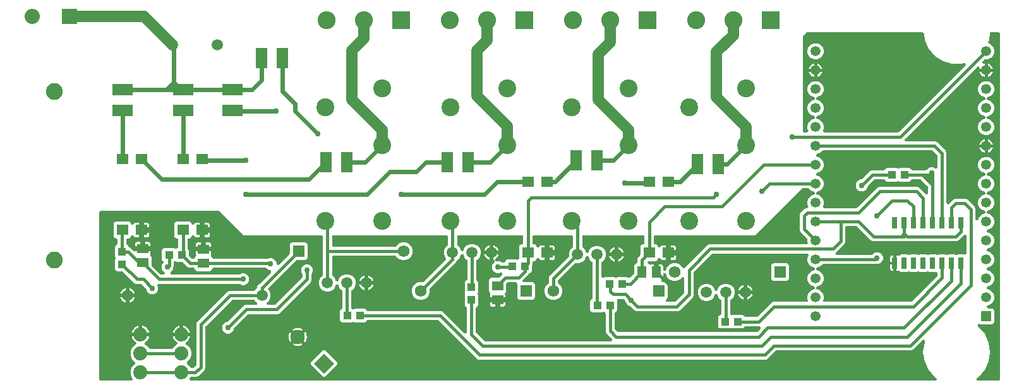
<source format=gbr>
G04 EAGLE Gerber RS-274X export*
G75*
%MOMM*%
%FSLAX34Y34*%
%LPD*%
%INBottom Copper*%
%IPPOS*%
%AMOC8*
5,1,8,0,0,1.08239X$1,22.5*%
G01*
%ADD10R,2.032000X2.032000*%
%ADD11C,2.032000*%
%ADD12C,1.930400*%
%ADD13R,1.930400X1.930400*%
%ADD14R,1.500000X1.300000*%
%ADD15R,1.300000X1.500000*%
%ADD16R,1.575000X1.575000*%
%ADD17C,1.575000*%
%ADD18C,1.879600*%
%ADD19C,2.400000*%
%ADD20R,2.413000X2.413000*%
%ADD21C,2.413000*%
%ADD22C,1.508000*%
%ADD23C,1.493000*%
%ADD24R,1.550000X1.400000*%
%ADD25R,1.100000X1.000000*%
%ADD26R,2.700000X1.600000*%
%ADD27R,1.600000X2.700000*%
%ADD28R,1.000000X1.100000*%
%ADD29R,1.343000X1.343000*%
%ADD30C,1.343000*%
%ADD31C,2.250000*%
%ADD32R,0.650000X1.550000*%
%ADD33C,0.756400*%
%ADD34C,0.406400*%
%ADD35C,0.609600*%
%ADD36C,1.524000*%

G36*
X166565Y10162D02*
X166565Y10162D01*
X166574Y10161D01*
X166765Y10182D01*
X166957Y10201D01*
X166965Y10203D01*
X166974Y10204D01*
X167157Y10262D01*
X167342Y10319D01*
X167350Y10323D01*
X167358Y10326D01*
X167527Y10419D01*
X167696Y10511D01*
X167703Y10516D01*
X167711Y10521D01*
X167859Y10646D01*
X168005Y10768D01*
X168011Y10775D01*
X168018Y10781D01*
X168137Y10932D01*
X168257Y11082D01*
X168262Y11090D01*
X168267Y11097D01*
X168354Y11269D01*
X168443Y11439D01*
X168445Y11448D01*
X168449Y11456D01*
X168501Y11642D01*
X168554Y11826D01*
X168555Y11835D01*
X168557Y11844D01*
X168571Y12036D01*
X168587Y12228D01*
X168586Y12236D01*
X168587Y12245D01*
X168563Y12437D01*
X168540Y12627D01*
X168537Y12636D01*
X168536Y12645D01*
X168475Y12826D01*
X168415Y13010D01*
X168411Y13018D01*
X168408Y13026D01*
X168313Y13192D01*
X168218Y13361D01*
X168212Y13368D01*
X168207Y13375D01*
X167992Y13628D01*
X167911Y13710D01*
X165861Y18658D01*
X165861Y24014D01*
X167911Y28962D01*
X171549Y32600D01*
X171560Y32614D01*
X171573Y32625D01*
X171687Y32769D01*
X171804Y32911D01*
X171812Y32927D01*
X171823Y32941D01*
X171907Y33105D01*
X171992Y33267D01*
X171997Y33284D01*
X172005Y33300D01*
X172055Y33477D01*
X172107Y33653D01*
X172109Y33671D01*
X172113Y33688D01*
X172127Y33871D01*
X172143Y34054D01*
X172141Y34072D01*
X172143Y34089D01*
X172120Y34271D01*
X172100Y34454D01*
X172095Y34471D01*
X172092Y34489D01*
X172034Y34663D01*
X171978Y34838D01*
X171970Y34854D01*
X171964Y34870D01*
X171872Y35030D01*
X171784Y35190D01*
X171772Y35204D01*
X171763Y35219D01*
X171549Y35472D01*
X167911Y39110D01*
X165861Y44058D01*
X165861Y49414D01*
X167911Y54362D01*
X171698Y58149D01*
X172529Y58493D01*
X172681Y58575D01*
X172835Y58652D01*
X172858Y58670D01*
X172884Y58683D01*
X173017Y58793D01*
X173153Y58900D01*
X173172Y58922D01*
X173194Y58940D01*
X173303Y59074D01*
X173415Y59205D01*
X173430Y59230D01*
X173448Y59253D01*
X173528Y59405D01*
X173613Y59556D01*
X173621Y59584D01*
X173635Y59609D01*
X173683Y59775D01*
X173737Y59939D01*
X173740Y59968D01*
X173748Y59995D01*
X173763Y60168D01*
X173782Y60339D01*
X173780Y60368D01*
X173783Y60397D01*
X173763Y60568D01*
X173749Y60740D01*
X173741Y60768D01*
X173737Y60797D01*
X173685Y60961D01*
X173636Y61127D01*
X173623Y61152D01*
X173614Y61180D01*
X173530Y61330D01*
X173450Y61484D01*
X173432Y61506D01*
X173418Y61531D01*
X173306Y61662D01*
X173197Y61797D01*
X173173Y61818D01*
X173156Y61837D01*
X173089Y61890D01*
X172945Y62013D01*
X171546Y63030D01*
X170218Y64358D01*
X169113Y65879D01*
X168260Y67553D01*
X167679Y69340D01*
X167639Y69597D01*
X178816Y69597D01*
X178834Y69598D01*
X178851Y69597D01*
X179034Y69618D01*
X179216Y69637D01*
X179233Y69642D01*
X179251Y69644D01*
X179329Y69669D01*
X179466Y69630D01*
X179484Y69628D01*
X179501Y69624D01*
X179832Y69597D01*
X191009Y69597D01*
X190969Y69340D01*
X190388Y67553D01*
X189535Y65879D01*
X188430Y64358D01*
X187102Y63030D01*
X185703Y62013D01*
X185574Y61899D01*
X185441Y61787D01*
X185423Y61765D01*
X185402Y61745D01*
X185298Y61608D01*
X185190Y61472D01*
X185177Y61447D01*
X185160Y61424D01*
X185085Y61268D01*
X185007Y61114D01*
X184999Y61086D01*
X184986Y61060D01*
X184944Y60893D01*
X184897Y60727D01*
X184895Y60698D01*
X184888Y60670D01*
X184879Y60497D01*
X184866Y60325D01*
X184869Y60297D01*
X184868Y60268D01*
X184894Y60097D01*
X184914Y59926D01*
X184923Y59899D01*
X184928Y59870D01*
X184987Y59707D01*
X185041Y59544D01*
X185055Y59519D01*
X185065Y59491D01*
X185155Y59344D01*
X185240Y59194D01*
X185259Y59172D01*
X185274Y59147D01*
X185392Y59020D01*
X185505Y58890D01*
X185528Y58873D01*
X185547Y58851D01*
X185687Y58750D01*
X185824Y58645D01*
X185853Y58630D01*
X185873Y58615D01*
X185950Y58580D01*
X186119Y58493D01*
X186950Y58149D01*
X190737Y54362D01*
X190851Y54087D01*
X190862Y54067D01*
X190869Y54046D01*
X190957Y53890D01*
X191041Y53732D01*
X191056Y53715D01*
X191067Y53695D01*
X191184Y53560D01*
X191298Y53421D01*
X191315Y53407D01*
X191330Y53390D01*
X191471Y53281D01*
X191610Y53168D01*
X191630Y53157D01*
X191648Y53144D01*
X191808Y53064D01*
X191967Y52981D01*
X191988Y52974D01*
X192008Y52964D01*
X192181Y52918D01*
X192353Y52868D01*
X192376Y52866D01*
X192397Y52860D01*
X192728Y52833D01*
X220784Y52833D01*
X220806Y52835D01*
X220829Y52833D01*
X221006Y52855D01*
X221185Y52873D01*
X221206Y52879D01*
X221228Y52882D01*
X221398Y52938D01*
X221570Y52991D01*
X221589Y53001D01*
X221611Y53008D01*
X221767Y53097D01*
X221924Y53183D01*
X221941Y53197D01*
X221960Y53208D01*
X222096Y53326D01*
X222233Y53440D01*
X222247Y53458D01*
X222264Y53472D01*
X222373Y53614D01*
X222485Y53754D01*
X222496Y53774D01*
X222509Y53792D01*
X222661Y54087D01*
X222775Y54362D01*
X226562Y58149D01*
X227393Y58493D01*
X227545Y58575D01*
X227699Y58652D01*
X227722Y58670D01*
X227748Y58683D01*
X227881Y58793D01*
X228017Y58900D01*
X228036Y58922D01*
X228058Y58940D01*
X228167Y59074D01*
X228279Y59205D01*
X228294Y59230D01*
X228312Y59253D01*
X228392Y59405D01*
X228477Y59556D01*
X228485Y59584D01*
X228499Y59609D01*
X228547Y59775D01*
X228601Y59939D01*
X228604Y59968D01*
X228612Y59995D01*
X228627Y60168D01*
X228646Y60339D01*
X228644Y60368D01*
X228647Y60397D01*
X228627Y60568D01*
X228613Y60740D01*
X228605Y60768D01*
X228601Y60797D01*
X228549Y60961D01*
X228500Y61127D01*
X228487Y61152D01*
X228478Y61180D01*
X228394Y61330D01*
X228314Y61484D01*
X228296Y61506D01*
X228282Y61531D01*
X228170Y61662D01*
X228061Y61797D01*
X228037Y61818D01*
X228020Y61837D01*
X227953Y61890D01*
X227809Y62013D01*
X226410Y63030D01*
X225082Y64358D01*
X223977Y65879D01*
X223124Y67553D01*
X222543Y69340D01*
X222503Y69597D01*
X233680Y69597D01*
X233698Y69598D01*
X233715Y69597D01*
X233898Y69618D01*
X234080Y69637D01*
X234097Y69642D01*
X234115Y69644D01*
X234193Y69669D01*
X234330Y69630D01*
X234348Y69628D01*
X234365Y69624D01*
X234696Y69597D01*
X245873Y69597D01*
X245833Y69340D01*
X245252Y67553D01*
X244399Y65879D01*
X243294Y64358D01*
X241966Y63030D01*
X240567Y62013D01*
X240438Y61899D01*
X240305Y61787D01*
X240287Y61765D01*
X240266Y61745D01*
X240162Y61608D01*
X240054Y61472D01*
X240041Y61447D01*
X240024Y61424D01*
X239949Y61268D01*
X239871Y61114D01*
X239863Y61086D01*
X239850Y61060D01*
X239808Y60893D01*
X239761Y60727D01*
X239759Y60698D01*
X239752Y60670D01*
X239743Y60497D01*
X239730Y60325D01*
X239733Y60297D01*
X239732Y60268D01*
X239758Y60097D01*
X239778Y59926D01*
X239787Y59899D01*
X239792Y59870D01*
X239851Y59707D01*
X239905Y59544D01*
X239919Y59519D01*
X239929Y59491D01*
X240019Y59344D01*
X240104Y59194D01*
X240123Y59172D01*
X240138Y59147D01*
X240256Y59020D01*
X240369Y58890D01*
X240392Y58873D01*
X240411Y58851D01*
X240551Y58750D01*
X240688Y58645D01*
X240717Y58630D01*
X240737Y58615D01*
X240814Y58580D01*
X240983Y58493D01*
X241814Y58149D01*
X245601Y54362D01*
X247651Y49414D01*
X247651Y44058D01*
X245601Y39110D01*
X241963Y35472D01*
X241952Y35459D01*
X241939Y35447D01*
X241825Y35303D01*
X241708Y35161D01*
X241700Y35145D01*
X241689Y35131D01*
X241606Y34967D01*
X241520Y34805D01*
X241515Y34788D01*
X241507Y34772D01*
X241457Y34595D01*
X241405Y34419D01*
X241403Y34401D01*
X241399Y34384D01*
X241385Y34201D01*
X241369Y34018D01*
X241371Y34000D01*
X241369Y33983D01*
X241392Y33801D01*
X241412Y33618D01*
X241417Y33601D01*
X241420Y33583D01*
X241478Y33410D01*
X241534Y33234D01*
X241542Y33218D01*
X241548Y33202D01*
X241640Y33042D01*
X241728Y32882D01*
X241740Y32868D01*
X241749Y32853D01*
X241963Y32600D01*
X245601Y28962D01*
X245715Y28687D01*
X245726Y28667D01*
X245733Y28646D01*
X245821Y28490D01*
X245905Y28332D01*
X245920Y28315D01*
X245931Y28295D01*
X246048Y28160D01*
X246162Y28021D01*
X246179Y28007D01*
X246194Y27990D01*
X246335Y27881D01*
X246474Y27768D01*
X246494Y27757D01*
X246512Y27744D01*
X246672Y27664D01*
X246831Y27581D01*
X246852Y27574D01*
X246872Y27564D01*
X247046Y27518D01*
X247217Y27468D01*
X247240Y27466D01*
X247261Y27460D01*
X247592Y27433D01*
X249617Y27433D01*
X249644Y27435D01*
X249671Y27433D01*
X249844Y27455D01*
X250018Y27473D01*
X250043Y27480D01*
X250070Y27484D01*
X250236Y27539D01*
X250403Y27591D01*
X250426Y27604D01*
X250452Y27612D01*
X250603Y27699D01*
X250757Y27783D01*
X250777Y27800D01*
X250801Y27813D01*
X251054Y28028D01*
X253404Y30378D01*
X253421Y30399D01*
X253442Y30417D01*
X253549Y30555D01*
X253659Y30690D01*
X253672Y30714D01*
X253688Y30735D01*
X253766Y30892D01*
X253848Y31046D01*
X253856Y31071D01*
X253868Y31095D01*
X253913Y31265D01*
X253963Y31432D01*
X253965Y31458D01*
X253972Y31484D01*
X253999Y31815D01*
X253999Y86557D01*
X254927Y88798D01*
X296054Y129925D01*
X296629Y130162D01*
X296629Y130163D01*
X298295Y130853D01*
X330784Y130853D01*
X330810Y130855D01*
X330837Y130853D01*
X331011Y130875D01*
X331184Y130893D01*
X331210Y130900D01*
X331237Y130904D01*
X331402Y130959D01*
X331569Y131011D01*
X331593Y131024D01*
X331618Y131032D01*
X331769Y131119D01*
X331923Y131203D01*
X331944Y131220D01*
X331967Y131233D01*
X332220Y131448D01*
X335248Y134476D01*
X335265Y134497D01*
X335286Y134514D01*
X335393Y134652D01*
X335503Y134787D01*
X335516Y134811D01*
X335532Y134832D01*
X335610Y134988D01*
X335692Y135143D01*
X335700Y135169D01*
X335712Y135193D01*
X335757Y135362D01*
X335807Y135529D01*
X335809Y135556D01*
X335816Y135581D01*
X335841Y135883D01*
X336771Y138129D01*
X338772Y140130D01*
X353952Y155310D01*
X353957Y155317D01*
X353964Y155322D01*
X354083Y155470D01*
X354207Y155621D01*
X354211Y155629D01*
X354216Y155636D01*
X354305Y155806D01*
X354395Y155977D01*
X354398Y155986D01*
X354402Y155993D01*
X354455Y156177D01*
X354510Y156363D01*
X354511Y156372D01*
X354513Y156380D01*
X354529Y156571D01*
X354547Y156764D01*
X354546Y156773D01*
X354546Y156782D01*
X354524Y156968D01*
X354503Y157164D01*
X354500Y157173D01*
X354499Y157181D01*
X354440Y157363D01*
X354382Y157548D01*
X354377Y157556D01*
X354375Y157564D01*
X354279Y157733D01*
X354187Y157900D01*
X354181Y157907D01*
X354177Y157915D01*
X354051Y158061D01*
X353926Y158207D01*
X353919Y158213D01*
X353913Y158220D01*
X353762Y158337D01*
X353610Y158457D01*
X353602Y158461D01*
X353595Y158466D01*
X353423Y158552D01*
X353251Y158639D01*
X353243Y158642D01*
X353235Y158646D01*
X353048Y158696D01*
X352864Y158747D01*
X352855Y158748D01*
X352846Y158750D01*
X352515Y158777D01*
X352007Y158777D01*
X349123Y159972D01*
X347995Y161100D01*
X347974Y161117D01*
X347957Y161138D01*
X347819Y161245D01*
X347683Y161355D01*
X347660Y161368D01*
X347638Y161384D01*
X347482Y161462D01*
X347328Y161544D01*
X347302Y161552D01*
X347278Y161564D01*
X347109Y161609D01*
X346942Y161659D01*
X346915Y161661D01*
X346889Y161668D01*
X346558Y161695D01*
X277076Y161695D01*
X277054Y161693D01*
X277031Y161695D01*
X276854Y161673D01*
X276675Y161655D01*
X276654Y161649D01*
X276632Y161646D01*
X276462Y161590D01*
X276290Y161537D01*
X276271Y161527D01*
X276250Y161520D01*
X276094Y161431D01*
X275936Y161345D01*
X275919Y161331D01*
X275900Y161320D01*
X275765Y161203D01*
X275627Y161088D01*
X275613Y161070D01*
X275596Y161056D01*
X275487Y160914D01*
X275375Y160774D01*
X275364Y160754D01*
X275351Y160736D01*
X275199Y160441D01*
X274598Y158990D01*
X273454Y157846D01*
X271961Y157227D01*
X255343Y157227D01*
X253850Y157846D01*
X252706Y158990D01*
X252105Y160441D01*
X252094Y160461D01*
X252087Y160482D01*
X251999Y160638D01*
X251915Y160796D01*
X251900Y160813D01*
X251889Y160833D01*
X251772Y160968D01*
X251658Y161107D01*
X251641Y161121D01*
X251626Y161138D01*
X251485Y161247D01*
X251346Y161360D01*
X251326Y161371D01*
X251308Y161384D01*
X251148Y161464D01*
X250989Y161547D01*
X250968Y161554D01*
X250948Y161564D01*
X250774Y161610D01*
X250603Y161660D01*
X250580Y161662D01*
X250559Y161668D01*
X250228Y161695D01*
X244371Y161695D01*
X242130Y162623D01*
X235598Y169156D01*
X235577Y169173D01*
X235559Y169194D01*
X235421Y169301D01*
X235286Y169411D01*
X235262Y169424D01*
X235241Y169440D01*
X235084Y169518D01*
X234930Y169600D01*
X234905Y169608D01*
X234881Y169620D01*
X234711Y169665D01*
X234544Y169715D01*
X234518Y169717D01*
X234492Y169724D01*
X234161Y169751D01*
X228252Y169751D01*
X226837Y170337D01*
X226812Y170345D01*
X226788Y170357D01*
X226619Y170403D01*
X226452Y170453D01*
X226425Y170456D01*
X226400Y170463D01*
X226224Y170475D01*
X226051Y170492D01*
X226025Y170489D01*
X225998Y170491D01*
X225824Y170468D01*
X225651Y170450D01*
X225625Y170442D01*
X225599Y170439D01*
X225283Y170337D01*
X224911Y170183D01*
X224891Y170172D01*
X224870Y170166D01*
X224714Y170077D01*
X224556Y169993D01*
X224539Y169979D01*
X224519Y169968D01*
X224383Y169850D01*
X224245Y169736D01*
X224231Y169719D01*
X224214Y169704D01*
X224104Y169563D01*
X223992Y169424D01*
X223981Y169404D01*
X223968Y169386D01*
X223888Y169226D01*
X223805Y169067D01*
X223798Y169046D01*
X223788Y169026D01*
X223742Y168852D01*
X223692Y168681D01*
X223690Y168659D01*
X223684Y168637D01*
X223657Y168306D01*
X223657Y163515D01*
X223393Y162879D01*
X223384Y162850D01*
X223370Y162822D01*
X223326Y162657D01*
X223277Y162494D01*
X223274Y162463D01*
X223266Y162433D01*
X223239Y162102D01*
X223239Y160999D01*
X222044Y158115D01*
X219797Y155868D01*
X219792Y155861D01*
X219785Y155856D01*
X219664Y155706D01*
X219542Y155557D01*
X219538Y155549D01*
X219532Y155542D01*
X219443Y155371D01*
X219354Y155201D01*
X219351Y155192D01*
X219347Y155185D01*
X219294Y155000D01*
X219239Y154815D01*
X219238Y154806D01*
X219235Y154798D01*
X219220Y154607D01*
X219202Y154414D01*
X219203Y154405D01*
X219203Y154396D01*
X219225Y154207D01*
X219246Y154014D01*
X219248Y154005D01*
X219249Y153997D01*
X219309Y153815D01*
X219367Y153630D01*
X219372Y153622D01*
X219374Y153614D01*
X219469Y153445D01*
X219562Y153278D01*
X219568Y153271D01*
X219572Y153263D01*
X219700Y153116D01*
X219823Y152971D01*
X219830Y152965D01*
X219835Y152958D01*
X219987Y152841D01*
X220138Y152721D01*
X220146Y152717D01*
X220153Y152712D01*
X220326Y152626D01*
X220497Y152539D01*
X220506Y152536D01*
X220514Y152532D01*
X220700Y152482D01*
X220885Y152431D01*
X220894Y152430D01*
X220903Y152428D01*
X221234Y152401D01*
X311150Y152401D01*
X311177Y152403D01*
X311204Y152401D01*
X311377Y152423D01*
X311551Y152441D01*
X311577Y152448D01*
X311603Y152452D01*
X311769Y152508D01*
X311936Y152559D01*
X311960Y152572D01*
X311985Y152580D01*
X312136Y152667D01*
X312290Y152751D01*
X312311Y152768D01*
X312334Y152781D01*
X312533Y152950D01*
X315431Y154151D01*
X318553Y154151D01*
X321437Y152956D01*
X323644Y150749D01*
X324839Y147865D01*
X324839Y144743D01*
X323644Y141859D01*
X321437Y139652D01*
X318553Y138457D01*
X315431Y138457D01*
X312544Y139653D01*
X312411Y139757D01*
X312275Y139867D01*
X312252Y139880D01*
X312230Y139896D01*
X312074Y139974D01*
X311920Y140056D01*
X311894Y140064D01*
X311870Y140076D01*
X311701Y140121D01*
X311534Y140171D01*
X311507Y140173D01*
X311481Y140180D01*
X311150Y140207D01*
X204080Y140207D01*
X204067Y140206D01*
X204054Y140207D01*
X203867Y140186D01*
X203680Y140167D01*
X203667Y140163D01*
X203654Y140162D01*
X203476Y140105D01*
X203295Y140049D01*
X203283Y140043D01*
X203270Y140039D01*
X203106Y139947D01*
X202941Y139857D01*
X202931Y139849D01*
X202919Y139842D01*
X202775Y139719D01*
X202632Y139600D01*
X202623Y139589D01*
X202613Y139581D01*
X202496Y139431D01*
X202379Y139286D01*
X202373Y139274D01*
X202365Y139264D01*
X202280Y139094D01*
X202194Y138929D01*
X202190Y138916D01*
X202184Y138904D01*
X202134Y138722D01*
X202082Y138542D01*
X202081Y138528D01*
X202078Y138515D01*
X202065Y138329D01*
X202050Y138140D01*
X202051Y138127D01*
X202050Y138114D01*
X202075Y137927D01*
X202096Y137741D01*
X202101Y137728D01*
X202102Y137715D01*
X202204Y137399D01*
X202919Y135673D01*
X202919Y132551D01*
X201724Y129667D01*
X199517Y127460D01*
X196633Y126265D01*
X193511Y126265D01*
X190627Y127460D01*
X188420Y129667D01*
X187224Y132555D01*
X187203Y132722D01*
X187185Y132896D01*
X187178Y132921D01*
X187174Y132948D01*
X187119Y133114D01*
X187067Y133281D01*
X187054Y133304D01*
X187046Y133330D01*
X186959Y133481D01*
X186875Y133635D01*
X186858Y133655D01*
X186845Y133679D01*
X186630Y133932D01*
X180950Y139612D01*
X180929Y139629D01*
X180911Y139650D01*
X180773Y139757D01*
X180638Y139867D01*
X180614Y139880D01*
X180593Y139896D01*
X180436Y139974D01*
X180282Y140056D01*
X180257Y140064D01*
X180233Y140076D01*
X180063Y140121D01*
X179896Y140171D01*
X179870Y140173D01*
X179844Y140180D01*
X179513Y140207D01*
X173167Y140207D01*
X170926Y141135D01*
X168926Y143136D01*
X155970Y156092D01*
X155949Y156109D01*
X155931Y156130D01*
X155793Y156237D01*
X155658Y156347D01*
X155634Y156360D01*
X155613Y156376D01*
X155456Y156454D01*
X155302Y156536D01*
X155277Y156544D01*
X155253Y156556D01*
X155083Y156601D01*
X154916Y156651D01*
X154890Y156653D01*
X154864Y156660D01*
X154533Y156687D01*
X148623Y156687D01*
X147130Y157306D01*
X145986Y158450D01*
X145367Y159943D01*
X145367Y172561D01*
X145953Y173975D01*
X145961Y174000D01*
X145973Y174024D01*
X146019Y174193D01*
X146069Y174360D01*
X146072Y174387D01*
X146079Y174413D01*
X146091Y174587D01*
X146108Y174761D01*
X146105Y174787D01*
X146107Y174814D01*
X146084Y174989D01*
X146066Y175161D01*
X146058Y175187D01*
X146055Y175213D01*
X145953Y175529D01*
X145367Y176943D01*
X145367Y189561D01*
X145986Y191054D01*
X147133Y192202D01*
X147278Y192284D01*
X147436Y192368D01*
X147453Y192382D01*
X147473Y192393D01*
X147608Y192510D01*
X147747Y192625D01*
X147761Y192642D01*
X147778Y192656D01*
X147887Y192798D01*
X148000Y192937D01*
X148011Y192957D01*
X148024Y192975D01*
X148104Y193135D01*
X148187Y193294D01*
X148194Y193315D01*
X148204Y193335D01*
X148250Y193509D01*
X148300Y193680D01*
X148302Y193702D01*
X148308Y193724D01*
X148335Y194055D01*
X148335Y199250D01*
X148333Y199268D01*
X148335Y199286D01*
X148314Y199468D01*
X148295Y199651D01*
X148290Y199668D01*
X148288Y199685D01*
X148231Y199860D01*
X148177Y200036D01*
X148169Y200051D01*
X148163Y200068D01*
X148073Y200228D01*
X147985Y200390D01*
X147974Y200403D01*
X147965Y200419D01*
X147845Y200558D01*
X147728Y200699D01*
X147714Y200710D01*
X147702Y200724D01*
X147557Y200836D01*
X147414Y200951D01*
X147398Y200959D01*
X147384Y200970D01*
X147219Y201052D01*
X147057Y201137D01*
X147040Y201142D01*
X147024Y201150D01*
X146845Y201197D01*
X146670Y201248D01*
X146652Y201250D01*
X146635Y201254D01*
X146401Y201273D01*
X144888Y201900D01*
X143744Y203044D01*
X143125Y204537D01*
X143125Y220155D01*
X143744Y221648D01*
X144888Y222792D01*
X146381Y223411D01*
X163499Y223411D01*
X164992Y222792D01*
X166136Y221649D01*
X166585Y220563D01*
X166622Y220495D01*
X166650Y220422D01*
X166717Y220317D01*
X166776Y220208D01*
X166825Y220148D01*
X166867Y220083D01*
X166953Y219993D01*
X167032Y219898D01*
X167093Y219849D01*
X167146Y219793D01*
X167248Y219722D01*
X167345Y219644D01*
X167414Y219608D01*
X167477Y219564D01*
X167591Y219515D01*
X167701Y219457D01*
X167776Y219435D01*
X167847Y219404D01*
X167968Y219379D01*
X168088Y219344D01*
X168165Y219337D01*
X168241Y219321D01*
X168365Y219320D01*
X168489Y219309D01*
X168566Y219318D01*
X168644Y219317D01*
X168766Y219340D01*
X168889Y219354D01*
X168963Y219378D01*
X169039Y219393D01*
X169154Y219440D01*
X169272Y219478D01*
X169340Y219515D01*
X169412Y219545D01*
X169515Y219613D01*
X169624Y219674D01*
X169683Y219724D01*
X169747Y219767D01*
X169835Y219855D01*
X169930Y219936D01*
X169977Y219997D01*
X170032Y220052D01*
X170124Y220184D01*
X170178Y220253D01*
X170194Y220286D01*
X170221Y220325D01*
X170557Y220906D01*
X171030Y221379D01*
X171609Y221714D01*
X172255Y221887D01*
X176841Y221887D01*
X176841Y213814D01*
X176842Y213796D01*
X176841Y213779D01*
X176862Y213596D01*
X176881Y213414D01*
X176886Y213397D01*
X176888Y213379D01*
X176945Y213204D01*
X176999Y213029D01*
X177007Y213013D01*
X177013Y212996D01*
X177103Y212836D01*
X177190Y212675D01*
X177202Y212661D01*
X177211Y212645D01*
X177331Y212506D01*
X177448Y212365D01*
X177462Y212354D01*
X177472Y212342D01*
X177423Y212301D01*
X177412Y212288D01*
X177398Y212276D01*
X177286Y212131D01*
X177171Y211988D01*
X177163Y211972D01*
X177152Y211958D01*
X177070Y211793D01*
X176985Y211630D01*
X176980Y211613D01*
X176972Y211597D01*
X176924Y211419D01*
X176874Y211244D01*
X176872Y211226D01*
X176868Y211209D01*
X176841Y210878D01*
X176841Y202805D01*
X172255Y202805D01*
X171609Y202978D01*
X171030Y203313D01*
X170557Y203786D01*
X170221Y204367D01*
X170176Y204430D01*
X170139Y204499D01*
X170059Y204594D01*
X169986Y204694D01*
X169930Y204747D01*
X169879Y204807D01*
X169782Y204884D01*
X169692Y204969D01*
X169625Y205009D01*
X169565Y205058D01*
X169454Y205114D01*
X169349Y205179D01*
X169276Y205206D01*
X169206Y205242D01*
X169087Y205275D01*
X168971Y205318D01*
X168894Y205330D01*
X168819Y205351D01*
X168695Y205361D01*
X168573Y205380D01*
X168495Y205376D01*
X168418Y205382D01*
X168295Y205367D01*
X168171Y205362D01*
X168095Y205343D01*
X168018Y205334D01*
X167900Y205295D01*
X167780Y205265D01*
X167710Y205232D01*
X167636Y205207D01*
X167528Y205146D01*
X167416Y205093D01*
X167354Y205046D01*
X167286Y205008D01*
X167193Y204926D01*
X167093Y204852D01*
X167041Y204794D01*
X166982Y204743D01*
X166907Y204645D01*
X166824Y204553D01*
X166785Y204486D01*
X166737Y204424D01*
X166663Y204281D01*
X166619Y204206D01*
X166607Y204171D01*
X166585Y204129D01*
X166136Y203043D01*
X164992Y201900D01*
X163499Y201281D01*
X162560Y201281D01*
X162542Y201279D01*
X162524Y201281D01*
X162342Y201260D01*
X162159Y201241D01*
X162142Y201236D01*
X162125Y201234D01*
X161950Y201177D01*
X161774Y201123D01*
X161759Y201115D01*
X161742Y201109D01*
X161582Y201019D01*
X161420Y200931D01*
X161407Y200920D01*
X161391Y200911D01*
X161252Y200791D01*
X161111Y200674D01*
X161100Y200660D01*
X161086Y200648D01*
X160974Y200503D01*
X160859Y200360D01*
X160851Y200344D01*
X160840Y200330D01*
X160758Y200165D01*
X160673Y200003D01*
X160668Y199986D01*
X160660Y199970D01*
X160613Y199791D01*
X160562Y199616D01*
X160560Y199598D01*
X160556Y199581D01*
X160529Y199250D01*
X160529Y194055D01*
X160531Y194032D01*
X160529Y194010D01*
X160551Y193832D01*
X160569Y193654D01*
X160575Y193633D01*
X160578Y193610D01*
X160634Y193440D01*
X160687Y193269D01*
X160697Y193249D01*
X160704Y193228D01*
X160794Y193072D01*
X160879Y192915D01*
X160893Y192898D01*
X160904Y192878D01*
X161022Y192743D01*
X161136Y192606D01*
X161154Y192592D01*
X161168Y192575D01*
X161311Y192465D01*
X161450Y192353D01*
X161470Y192343D01*
X161488Y192329D01*
X161725Y192208D01*
X162878Y191054D01*
X163409Y189771D01*
X163422Y189748D01*
X163431Y189722D01*
X163517Y189571D01*
X163600Y189416D01*
X163617Y189396D01*
X163630Y189372D01*
X163744Y189241D01*
X163856Y189106D01*
X163877Y189089D01*
X163894Y189069D01*
X164033Y188962D01*
X164169Y188852D01*
X164192Y188840D01*
X164214Y188823D01*
X164509Y188672D01*
X166014Y188049D01*
X169416Y184646D01*
X169437Y184629D01*
X169455Y184608D01*
X169593Y184501D01*
X169728Y184391D01*
X169752Y184378D01*
X169773Y184362D01*
X169930Y184284D01*
X170084Y184202D01*
X170109Y184194D01*
X170133Y184182D01*
X170303Y184137D01*
X170470Y184087D01*
X170496Y184085D01*
X170522Y184078D01*
X170853Y184051D01*
X181154Y184051D01*
X181172Y184052D01*
X181189Y184051D01*
X181372Y184072D01*
X181554Y184091D01*
X181571Y184096D01*
X181589Y184098D01*
X181764Y184155D01*
X181939Y184209D01*
X181955Y184217D01*
X181972Y184223D01*
X182132Y184313D01*
X182293Y184400D01*
X182307Y184412D01*
X182323Y184421D01*
X182375Y184466D01*
X182480Y184381D01*
X182496Y184373D01*
X182510Y184362D01*
X182675Y184280D01*
X182838Y184195D01*
X182855Y184190D01*
X182871Y184182D01*
X183049Y184134D01*
X183224Y184084D01*
X183242Y184082D01*
X183259Y184078D01*
X183590Y184051D01*
X192413Y184051D01*
X192413Y180465D01*
X192197Y179660D01*
X192182Y179570D01*
X192158Y179482D01*
X192150Y179372D01*
X192132Y179263D01*
X192135Y179172D01*
X192128Y179081D01*
X192142Y178971D01*
X192146Y178860D01*
X192167Y178772D01*
X192179Y178681D01*
X192214Y178576D01*
X192240Y178469D01*
X192278Y178386D01*
X192307Y178300D01*
X192362Y178204D01*
X192409Y178103D01*
X192462Y178030D01*
X192508Y177951D01*
X192597Y177846D01*
X192646Y177778D01*
X192682Y177746D01*
X192723Y177698D01*
X193318Y177102D01*
X193937Y175609D01*
X193937Y166199D01*
X193939Y166172D01*
X193937Y166145D01*
X193959Y165972D01*
X193977Y165798D01*
X193984Y165773D01*
X193988Y165746D01*
X194043Y165580D01*
X194095Y165413D01*
X194108Y165390D01*
X194116Y165364D01*
X194203Y165213D01*
X194287Y165059D01*
X194304Y165039D01*
X194317Y165015D01*
X194532Y164762D01*
X206298Y152996D01*
X206319Y152979D01*
X206337Y152958D01*
X206475Y152851D01*
X206610Y152741D01*
X206634Y152728D01*
X206655Y152712D01*
X206812Y152634D01*
X206966Y152552D01*
X206991Y152544D01*
X207015Y152532D01*
X207185Y152487D01*
X207352Y152437D01*
X207378Y152435D01*
X207404Y152428D01*
X207735Y152401D01*
X209550Y152401D01*
X209559Y152402D01*
X209568Y152401D01*
X209760Y152422D01*
X209951Y152441D01*
X209960Y152443D01*
X209969Y152444D01*
X210151Y152502D01*
X210336Y152559D01*
X210344Y152563D01*
X210352Y152566D01*
X210521Y152659D01*
X210690Y152751D01*
X210697Y152756D01*
X210705Y152761D01*
X210851Y152885D01*
X210999Y153008D01*
X211005Y153015D01*
X211012Y153021D01*
X211130Y153171D01*
X211252Y153322D01*
X211256Y153330D01*
X211261Y153337D01*
X211348Y153508D01*
X211437Y153679D01*
X211440Y153688D01*
X211444Y153696D01*
X211495Y153881D01*
X211549Y154066D01*
X211549Y154075D01*
X211552Y154084D01*
X211566Y154275D01*
X211581Y154468D01*
X211580Y154476D01*
X211581Y154485D01*
X211557Y154678D01*
X211535Y154867D01*
X211532Y154876D01*
X211531Y154885D01*
X211469Y155068D01*
X211410Y155250D01*
X211405Y155258D01*
X211402Y155266D01*
X211309Y155429D01*
X211212Y155601D01*
X211206Y155608D01*
X211201Y155615D01*
X210987Y155868D01*
X208740Y158115D01*
X207545Y160999D01*
X207545Y164121D01*
X208740Y167005D01*
X209495Y167760D01*
X209506Y167774D01*
X209520Y167785D01*
X209633Y167929D01*
X209750Y168071D01*
X209759Y168087D01*
X209770Y168101D01*
X209852Y168264D01*
X209939Y168427D01*
X209944Y168444D01*
X209952Y168460D01*
X210001Y168637D01*
X210054Y168813D01*
X210055Y168831D01*
X210060Y168848D01*
X210073Y169031D01*
X210090Y169214D01*
X210088Y169232D01*
X210089Y169250D01*
X210066Y169431D01*
X210047Y169614D01*
X210041Y169631D01*
X210039Y169649D01*
X209980Y169823D01*
X209925Y169998D01*
X209916Y170014D01*
X209911Y170031D01*
X209820Y170188D01*
X209730Y170350D01*
X209719Y170364D01*
X209710Y170380D01*
X209495Y170633D01*
X208614Y171514D01*
X207995Y173007D01*
X207995Y184625D01*
X208614Y186118D01*
X209758Y187262D01*
X211251Y187881D01*
X223869Y187881D01*
X225283Y187295D01*
X225308Y187287D01*
X225332Y187275D01*
X225501Y187229D01*
X225668Y187179D01*
X225695Y187176D01*
X225721Y187169D01*
X225895Y187157D01*
X226069Y187140D01*
X226096Y187143D01*
X226122Y187141D01*
X226295Y187164D01*
X226469Y187182D01*
X226495Y187190D01*
X226521Y187193D01*
X226837Y187295D01*
X228302Y187901D01*
X228310Y187902D01*
X228493Y187921D01*
X228510Y187926D01*
X228527Y187928D01*
X228702Y187985D01*
X228878Y188039D01*
X228893Y188047D01*
X228910Y188053D01*
X229070Y188143D01*
X229232Y188231D01*
X229245Y188242D01*
X229261Y188251D01*
X229400Y188371D01*
X229541Y188488D01*
X229552Y188502D01*
X229566Y188514D01*
X229678Y188659D01*
X229793Y188802D01*
X229801Y188818D01*
X229812Y188832D01*
X229894Y188997D01*
X229979Y189159D01*
X229984Y189176D01*
X229992Y189192D01*
X230039Y189371D01*
X230090Y189546D01*
X230092Y189564D01*
X230096Y189581D01*
X230123Y189912D01*
X230123Y199250D01*
X230121Y199268D01*
X230123Y199286D01*
X230102Y199468D01*
X230083Y199651D01*
X230078Y199668D01*
X230076Y199685D01*
X230019Y199860D01*
X229965Y200036D01*
X229957Y200051D01*
X229951Y200068D01*
X229861Y200228D01*
X229773Y200390D01*
X229762Y200403D01*
X229753Y200419D01*
X229633Y200558D01*
X229516Y200699D01*
X229502Y200710D01*
X229490Y200724D01*
X229345Y200836D01*
X229202Y200951D01*
X229186Y200959D01*
X229172Y200970D01*
X229007Y201052D01*
X228845Y201137D01*
X228828Y201142D01*
X228812Y201150D01*
X228633Y201197D01*
X228458Y201248D01*
X228440Y201250D01*
X228423Y201254D01*
X228092Y201281D01*
X227661Y201281D01*
X226168Y201900D01*
X225024Y203044D01*
X224405Y204537D01*
X224405Y220155D01*
X225024Y221648D01*
X226168Y222792D01*
X227661Y223411D01*
X244779Y223411D01*
X246272Y222792D01*
X247416Y221649D01*
X247865Y220563D01*
X247902Y220495D01*
X247930Y220422D01*
X247997Y220317D01*
X248056Y220208D01*
X248105Y220148D01*
X248147Y220083D01*
X248233Y219993D01*
X248312Y219898D01*
X248373Y219849D01*
X248426Y219793D01*
X248528Y219722D01*
X248625Y219644D01*
X248694Y219608D01*
X248757Y219564D01*
X248871Y219515D01*
X248981Y219457D01*
X249056Y219435D01*
X249127Y219404D01*
X249248Y219379D01*
X249368Y219344D01*
X249445Y219337D01*
X249521Y219321D01*
X249645Y219320D01*
X249769Y219309D01*
X249846Y219318D01*
X249924Y219317D01*
X250046Y219340D01*
X250169Y219354D01*
X250243Y219378D01*
X250319Y219393D01*
X250434Y219440D01*
X250552Y219478D01*
X250620Y219515D01*
X250692Y219545D01*
X250795Y219613D01*
X250904Y219674D01*
X250963Y219724D01*
X251027Y219767D01*
X251115Y219855D01*
X251210Y219936D01*
X251257Y219997D01*
X251312Y220052D01*
X251404Y220184D01*
X251458Y220253D01*
X251474Y220286D01*
X251501Y220325D01*
X251837Y220906D01*
X252310Y221379D01*
X252889Y221714D01*
X253535Y221887D01*
X258121Y221887D01*
X258121Y213814D01*
X258122Y213796D01*
X258121Y213779D01*
X258142Y213596D01*
X258161Y213414D01*
X258166Y213397D01*
X258168Y213379D01*
X258225Y213204D01*
X258279Y213029D01*
X258287Y213013D01*
X258293Y212996D01*
X258383Y212836D01*
X258470Y212675D01*
X258482Y212661D01*
X258491Y212645D01*
X258611Y212506D01*
X258728Y212365D01*
X258742Y212354D01*
X258752Y212342D01*
X258703Y212301D01*
X258692Y212288D01*
X258678Y212276D01*
X258566Y212131D01*
X258451Y211988D01*
X258443Y211972D01*
X258432Y211958D01*
X258350Y211793D01*
X258265Y211630D01*
X258260Y211613D01*
X258252Y211597D01*
X258204Y211419D01*
X258154Y211244D01*
X258152Y211226D01*
X258148Y211209D01*
X258121Y210878D01*
X258121Y202805D01*
X253535Y202805D01*
X252889Y202978D01*
X252310Y203313D01*
X251837Y203786D01*
X251501Y204367D01*
X251456Y204430D01*
X251419Y204499D01*
X251339Y204594D01*
X251266Y204694D01*
X251210Y204747D01*
X251159Y204807D01*
X251062Y204884D01*
X250972Y204969D01*
X250905Y205009D01*
X250845Y205058D01*
X250734Y205114D01*
X250629Y205179D01*
X250556Y205206D01*
X250486Y205242D01*
X250367Y205275D01*
X250251Y205318D01*
X250174Y205330D01*
X250099Y205351D01*
X249975Y205361D01*
X249853Y205380D01*
X249775Y205376D01*
X249698Y205382D01*
X249575Y205367D01*
X249451Y205362D01*
X249375Y205343D01*
X249298Y205334D01*
X249180Y205295D01*
X249060Y205265D01*
X248990Y205232D01*
X248916Y205207D01*
X248808Y205146D01*
X248696Y205093D01*
X248634Y205046D01*
X248566Y205008D01*
X248473Y204926D01*
X248373Y204852D01*
X248321Y204794D01*
X248262Y204743D01*
X248187Y204645D01*
X248104Y204553D01*
X248065Y204486D01*
X248017Y204424D01*
X247943Y204281D01*
X247899Y204206D01*
X247887Y204171D01*
X247865Y204129D01*
X247416Y203043D01*
X246272Y201900D01*
X244779Y201281D01*
X244348Y201281D01*
X244330Y201279D01*
X244312Y201281D01*
X244130Y201260D01*
X243947Y201241D01*
X243930Y201236D01*
X243913Y201234D01*
X243738Y201177D01*
X243562Y201123D01*
X243547Y201115D01*
X243530Y201109D01*
X243370Y201019D01*
X243208Y200931D01*
X243195Y200920D01*
X243179Y200911D01*
X243040Y200791D01*
X242899Y200674D01*
X242888Y200660D01*
X242874Y200648D01*
X242762Y200503D01*
X242647Y200360D01*
X242639Y200344D01*
X242628Y200330D01*
X242546Y200165D01*
X242461Y200003D01*
X242456Y199986D01*
X242448Y199970D01*
X242401Y199791D01*
X242350Y199616D01*
X242348Y199598D01*
X242344Y199581D01*
X242317Y199250D01*
X242317Y188149D01*
X242319Y188122D01*
X242317Y188096D01*
X242339Y187922D01*
X242357Y187748D01*
X242365Y187723D01*
X242368Y187696D01*
X242423Y187531D01*
X242475Y187363D01*
X242488Y187340D01*
X242496Y187315D01*
X242583Y187163D01*
X242667Y187009D01*
X242684Y186989D01*
X242697Y186966D01*
X242912Y186713D01*
X243506Y186118D01*
X244125Y184625D01*
X244125Y178715D01*
X244127Y178688D01*
X244125Y178661D01*
X244147Y178487D01*
X244165Y178314D01*
X244172Y178289D01*
X244176Y178262D01*
X244231Y178096D01*
X244283Y177929D01*
X244296Y177906D01*
X244304Y177880D01*
X244391Y177729D01*
X244475Y177575D01*
X244492Y177555D01*
X244505Y177531D01*
X244720Y177278D01*
X247514Y174484D01*
X247535Y174467D01*
X247553Y174446D01*
X247691Y174339D01*
X247826Y174229D01*
X247850Y174216D01*
X247871Y174200D01*
X248028Y174122D01*
X248182Y174040D01*
X248207Y174032D01*
X248231Y174020D01*
X248401Y173975D01*
X248568Y173925D01*
X248594Y173923D01*
X248620Y173916D01*
X248951Y173889D01*
X250228Y173889D01*
X250250Y173891D01*
X250273Y173889D01*
X250450Y173911D01*
X250629Y173929D01*
X250650Y173935D01*
X250672Y173938D01*
X250842Y173994D01*
X251014Y174047D01*
X251033Y174057D01*
X251054Y174064D01*
X251210Y174153D01*
X251368Y174239D01*
X251385Y174253D01*
X251404Y174264D01*
X251539Y174381D01*
X251677Y174496D01*
X251691Y174514D01*
X251708Y174528D01*
X251817Y174670D01*
X251929Y174810D01*
X251940Y174830D01*
X251953Y174848D01*
X252105Y175143D01*
X252706Y176594D01*
X253301Y177190D01*
X253359Y177260D01*
X253424Y177324D01*
X253486Y177415D01*
X253556Y177501D01*
X253599Y177582D01*
X253650Y177657D01*
X253693Y177759D01*
X253745Y177857D01*
X253771Y177944D01*
X253806Y178028D01*
X253828Y178137D01*
X253860Y178243D01*
X253868Y178333D01*
X253886Y178423D01*
X253886Y178533D01*
X253896Y178644D01*
X253886Y178735D01*
X253887Y178825D01*
X253862Y178961D01*
X253853Y179044D01*
X253838Y179090D01*
X253827Y179152D01*
X253611Y179957D01*
X253611Y183543D01*
X262434Y183543D01*
X262452Y183544D01*
X262469Y183543D01*
X262652Y183564D01*
X262834Y183583D01*
X262851Y183588D01*
X262869Y183590D01*
X263044Y183647D01*
X263219Y183701D01*
X263235Y183709D01*
X263252Y183715D01*
X263412Y183805D01*
X263573Y183892D01*
X263587Y183904D01*
X263603Y183913D01*
X263655Y183958D01*
X263760Y183873D01*
X263776Y183865D01*
X263790Y183854D01*
X263955Y183772D01*
X264118Y183687D01*
X264135Y183682D01*
X264151Y183674D01*
X264329Y183626D01*
X264504Y183576D01*
X264522Y183574D01*
X264539Y183570D01*
X264870Y183543D01*
X273693Y183543D01*
X273693Y179957D01*
X273477Y179152D01*
X273462Y179062D01*
X273438Y178974D01*
X273430Y178864D01*
X273412Y178755D01*
X273415Y178664D01*
X273408Y178573D01*
X273422Y178463D01*
X273426Y178352D01*
X273447Y178264D01*
X273459Y178173D01*
X273494Y178068D01*
X273520Y177961D01*
X273558Y177878D01*
X273587Y177792D01*
X273642Y177696D01*
X273689Y177595D01*
X273742Y177522D01*
X273788Y177443D01*
X273877Y177338D01*
X273926Y177270D01*
X273962Y177238D01*
X274003Y177190D01*
X274598Y176594D01*
X275199Y175143D01*
X275210Y175123D01*
X275217Y175102D01*
X275305Y174946D01*
X275389Y174788D01*
X275404Y174771D01*
X275415Y174751D01*
X275532Y174616D01*
X275646Y174477D01*
X275663Y174463D01*
X275678Y174446D01*
X275819Y174337D01*
X275958Y174224D01*
X275978Y174213D01*
X275996Y174200D01*
X276156Y174120D01*
X276315Y174037D01*
X276336Y174030D01*
X276356Y174020D01*
X276530Y173974D01*
X276701Y173924D01*
X276724Y173922D01*
X276745Y173916D01*
X277076Y173889D01*
X350198Y173889D01*
X350229Y173892D01*
X350260Y173890D01*
X350429Y173912D01*
X350599Y173929D01*
X350628Y173938D01*
X350660Y173942D01*
X350975Y174043D01*
X352007Y174471D01*
X355129Y174471D01*
X358013Y173276D01*
X360220Y171069D01*
X361415Y168185D01*
X361415Y167677D01*
X361416Y167668D01*
X361415Y167659D01*
X361436Y167464D01*
X361455Y167276D01*
X361457Y167268D01*
X361458Y167259D01*
X361516Y167075D01*
X361573Y166891D01*
X361577Y166883D01*
X361580Y166875D01*
X361674Y166705D01*
X361765Y166537D01*
X361770Y166530D01*
X361775Y166522D01*
X361899Y166375D01*
X362022Y166228D01*
X362029Y166222D01*
X362035Y166215D01*
X362187Y166096D01*
X362336Y165976D01*
X362344Y165971D01*
X362351Y165966D01*
X362524Y165878D01*
X362693Y165790D01*
X362702Y165788D01*
X362710Y165783D01*
X362896Y165732D01*
X363080Y165679D01*
X363089Y165678D01*
X363098Y165675D01*
X363291Y165661D01*
X363482Y165646D01*
X363490Y165647D01*
X363499Y165646D01*
X363692Y165670D01*
X363881Y165693D01*
X363890Y165695D01*
X363899Y165697D01*
X364081Y165758D01*
X364264Y165817D01*
X364272Y165822D01*
X364280Y165825D01*
X364447Y165921D01*
X364615Y166015D01*
X364622Y166021D01*
X364629Y166026D01*
X364882Y166240D01*
X378625Y179983D01*
X378642Y180004D01*
X378663Y180022D01*
X378770Y180160D01*
X378880Y180295D01*
X378893Y180319D01*
X378909Y180340D01*
X378987Y180497D01*
X379069Y180651D01*
X379077Y180676D01*
X379089Y180700D01*
X379134Y180870D01*
X379184Y181037D01*
X379186Y181063D01*
X379193Y181089D01*
X379220Y181420D01*
X379220Y192580D01*
X379839Y194073D01*
X380983Y195217D01*
X382476Y195836D01*
X399844Y195836D01*
X401337Y195217D01*
X402481Y194073D01*
X403100Y192580D01*
X403100Y175212D01*
X402481Y173719D01*
X401337Y172575D01*
X399844Y171956D01*
X388684Y171956D01*
X388657Y171954D01*
X388630Y171956D01*
X388457Y171934D01*
X388283Y171916D01*
X388258Y171909D01*
X388231Y171905D01*
X388065Y171850D01*
X387898Y171798D01*
X387875Y171785D01*
X387849Y171777D01*
X387698Y171690D01*
X387544Y171606D01*
X387524Y171589D01*
X387500Y171576D01*
X387247Y171361D01*
X350933Y135047D01*
X350922Y135033D01*
X350908Y135022D01*
X350795Y134878D01*
X350678Y134736D01*
X350670Y134720D01*
X350659Y134706D01*
X350575Y134542D01*
X350489Y134380D01*
X350484Y134363D01*
X350476Y134347D01*
X350427Y134170D01*
X350375Y133994D01*
X350373Y133976D01*
X350368Y133959D01*
X350355Y133775D01*
X350338Y133593D01*
X350340Y133575D01*
X350339Y133557D01*
X350362Y133376D01*
X350382Y133193D01*
X350387Y133176D01*
X350389Y133158D01*
X350447Y132985D01*
X350503Y132809D01*
X350512Y132793D01*
X350518Y132776D01*
X350609Y132617D01*
X350698Y132457D01*
X350710Y132443D01*
X350718Y132427D01*
X350933Y132174D01*
X351778Y131330D01*
X353545Y127064D01*
X353545Y122448D01*
X351778Y118182D01*
X348824Y115228D01*
X348818Y115221D01*
X348811Y115216D01*
X348691Y115066D01*
X348569Y114917D01*
X348565Y114909D01*
X348559Y114902D01*
X348471Y114732D01*
X348380Y114561D01*
X348378Y114552D01*
X348374Y114545D01*
X348320Y114359D01*
X348265Y114175D01*
X348265Y114166D01*
X348262Y114158D01*
X348246Y113966D01*
X348229Y113774D01*
X348230Y113765D01*
X348229Y113756D01*
X348251Y113567D01*
X348272Y113374D01*
X348275Y113365D01*
X348276Y113357D01*
X348336Y113174D01*
X348394Y112990D01*
X348398Y112982D01*
X348401Y112974D01*
X348496Y112805D01*
X348589Y112638D01*
X348594Y112631D01*
X348599Y112623D01*
X348726Y112476D01*
X348849Y112331D01*
X348856Y112325D01*
X348862Y112318D01*
X349013Y112201D01*
X349165Y112081D01*
X349173Y112077D01*
X349180Y112072D01*
X349352Y111986D01*
X349524Y111899D01*
X349533Y111896D01*
X349541Y111892D01*
X349727Y111842D01*
X349912Y111791D01*
X349921Y111790D01*
X349929Y111788D01*
X350260Y111761D01*
X358329Y111761D01*
X358356Y111763D01*
X358383Y111761D01*
X358556Y111783D01*
X358730Y111801D01*
X358755Y111808D01*
X358782Y111812D01*
X358948Y111867D01*
X359115Y111919D01*
X359138Y111932D01*
X359164Y111940D01*
X359315Y112027D01*
X359469Y112111D01*
X359489Y112128D01*
X359513Y112141D01*
X359766Y112356D01*
X395644Y148234D01*
X395661Y148255D01*
X395682Y148273D01*
X395789Y148411D01*
X395899Y148546D01*
X395912Y148570D01*
X395928Y148591D01*
X396006Y148748D01*
X396088Y148902D01*
X396096Y148927D01*
X396108Y148951D01*
X396153Y149121D01*
X396203Y149288D01*
X396205Y149314D01*
X396212Y149340D01*
X396239Y149671D01*
X396239Y152654D01*
X396237Y152681D01*
X396239Y152708D01*
X396217Y152882D01*
X396199Y153055D01*
X396192Y153081D01*
X396188Y153107D01*
X396133Y153273D01*
X396081Y153440D01*
X396068Y153464D01*
X396060Y153489D01*
X395973Y153640D01*
X395889Y153794D01*
X395872Y153814D01*
X395859Y153838D01*
X395690Y154037D01*
X394489Y156935D01*
X394489Y160057D01*
X395684Y162941D01*
X397891Y165148D01*
X400775Y166343D01*
X403897Y166343D01*
X406781Y165148D01*
X408988Y162941D01*
X410183Y160057D01*
X410183Y156935D01*
X408987Y154048D01*
X408883Y153915D01*
X408773Y153779D01*
X408760Y153756D01*
X408744Y153734D01*
X408666Y153578D01*
X408584Y153424D01*
X408576Y153398D01*
X408564Y153374D01*
X408519Y153205D01*
X408469Y153038D01*
X408467Y153011D01*
X408460Y152985D01*
X408433Y152654D01*
X408433Y145091D01*
X407505Y142850D01*
X365150Y100495D01*
X362909Y99567D01*
X324423Y99567D01*
X324396Y99565D01*
X324369Y99567D01*
X324196Y99545D01*
X324022Y99527D01*
X323997Y99520D01*
X323970Y99516D01*
X323804Y99461D01*
X323637Y99409D01*
X323614Y99396D01*
X323588Y99388D01*
X323437Y99301D01*
X323283Y99217D01*
X323263Y99200D01*
X323239Y99187D01*
X322986Y98972D01*
X305114Y81100D01*
X305097Y81079D01*
X305076Y81061D01*
X304969Y80923D01*
X304859Y80788D01*
X304846Y80764D01*
X304830Y80743D01*
X304752Y80586D01*
X304670Y80432D01*
X304662Y80407D01*
X304650Y80383D01*
X304605Y80213D01*
X304555Y80046D01*
X304553Y80020D01*
X304546Y79994D01*
X304524Y79733D01*
X303324Y76835D01*
X301117Y74628D01*
X298233Y73433D01*
X295111Y73433D01*
X292227Y74628D01*
X290020Y76835D01*
X288825Y79719D01*
X288825Y82841D01*
X290020Y85725D01*
X292227Y87932D01*
X295115Y89128D01*
X295282Y89149D01*
X295456Y89167D01*
X295481Y89174D01*
X295508Y89178D01*
X295674Y89233D01*
X295841Y89285D01*
X295864Y89298D01*
X295890Y89306D01*
X296041Y89393D01*
X296195Y89477D01*
X296215Y89494D01*
X296239Y89507D01*
X296492Y89722D01*
X317602Y110833D01*
X319843Y111761D01*
X333620Y111761D01*
X333629Y111762D01*
X333638Y111761D01*
X333829Y111782D01*
X334020Y111801D01*
X334029Y111803D01*
X334038Y111804D01*
X334220Y111862D01*
X334405Y111919D01*
X334413Y111923D01*
X334422Y111926D01*
X334590Y112019D01*
X334759Y112111D01*
X334766Y112116D01*
X334774Y112121D01*
X334921Y112245D01*
X335069Y112368D01*
X335074Y112375D01*
X335081Y112381D01*
X335200Y112532D01*
X335321Y112682D01*
X335325Y112690D01*
X335331Y112697D01*
X335418Y112870D01*
X335506Y113039D01*
X335509Y113048D01*
X335513Y113056D01*
X335565Y113242D01*
X335618Y113426D01*
X335619Y113435D01*
X335621Y113444D01*
X335635Y113637D01*
X335651Y113828D01*
X335650Y113836D01*
X335650Y113845D01*
X335626Y114038D01*
X335604Y114227D01*
X335601Y114236D01*
X335600Y114245D01*
X335539Y114428D01*
X335479Y114610D01*
X335475Y114618D01*
X335472Y114626D01*
X335376Y114792D01*
X335281Y114961D01*
X335275Y114968D01*
X335271Y114975D01*
X335056Y115228D01*
X332220Y118064D01*
X332199Y118081D01*
X332182Y118102D01*
X332044Y118208D01*
X331909Y118319D01*
X331885Y118332D01*
X331864Y118348D01*
X331708Y118426D01*
X331553Y118508D01*
X331527Y118516D01*
X331503Y118528D01*
X331334Y118573D01*
X331167Y118623D01*
X331140Y118625D01*
X331114Y118632D01*
X330784Y118659D01*
X302875Y118659D01*
X302848Y118657D01*
X302821Y118659D01*
X302648Y118637D01*
X302474Y118619D01*
X302449Y118612D01*
X302422Y118608D01*
X302256Y118553D01*
X302089Y118501D01*
X302066Y118488D01*
X302040Y118480D01*
X301889Y118393D01*
X301735Y118309D01*
X301715Y118292D01*
X301691Y118279D01*
X301438Y118064D01*
X266788Y83414D01*
X266771Y83393D01*
X266750Y83375D01*
X266643Y83237D01*
X266533Y83102D01*
X266520Y83078D01*
X266504Y83057D01*
X266426Y82900D01*
X266344Y82746D01*
X266336Y82721D01*
X266324Y82697D01*
X266279Y82527D01*
X266229Y82360D01*
X266227Y82334D01*
X266220Y82308D01*
X266193Y81977D01*
X266193Y27235D01*
X265265Y24994D01*
X256438Y16167D01*
X256266Y16096D01*
X254197Y15239D01*
X247592Y15239D01*
X247570Y15237D01*
X247547Y15239D01*
X247370Y15217D01*
X247191Y15199D01*
X247170Y15193D01*
X247148Y15190D01*
X246977Y15134D01*
X246806Y15081D01*
X246787Y15071D01*
X246766Y15064D01*
X246610Y14975D01*
X246452Y14889D01*
X246435Y14875D01*
X246416Y14864D01*
X246281Y14746D01*
X246143Y14632D01*
X246129Y14614D01*
X246112Y14600D01*
X246003Y14458D01*
X245891Y14318D01*
X245880Y14298D01*
X245867Y14281D01*
X245715Y13985D01*
X245601Y13710D01*
X245520Y13628D01*
X245514Y13621D01*
X245507Y13616D01*
X245387Y13466D01*
X245264Y13317D01*
X245260Y13309D01*
X245255Y13302D01*
X245166Y13132D01*
X245076Y12961D01*
X245073Y12953D01*
X245069Y12945D01*
X245016Y12759D01*
X244961Y12575D01*
X244960Y12566D01*
X244958Y12558D01*
X244942Y12366D01*
X244925Y12174D01*
X244926Y12165D01*
X244925Y12156D01*
X244947Y11966D01*
X244968Y11774D01*
X244971Y11765D01*
X244972Y11757D01*
X245031Y11574D01*
X245089Y11390D01*
X245094Y11382D01*
X245097Y11374D01*
X245191Y11207D01*
X245284Y11038D01*
X245290Y11031D01*
X245294Y11023D01*
X245420Y10878D01*
X245545Y10731D01*
X245552Y10725D01*
X245558Y10718D01*
X245710Y10600D01*
X245861Y10481D01*
X245869Y10477D01*
X245876Y10472D01*
X246049Y10385D01*
X246220Y10299D01*
X246228Y10296D01*
X246236Y10292D01*
X246424Y10242D01*
X246607Y10191D01*
X246616Y10190D01*
X246625Y10188D01*
X246956Y10161D01*
X1244396Y10161D01*
X1244421Y10163D01*
X1244445Y10161D01*
X1244621Y10183D01*
X1244796Y10201D01*
X1244820Y10208D01*
X1244845Y10211D01*
X1245012Y10267D01*
X1245181Y10319D01*
X1245203Y10331D01*
X1245227Y10339D01*
X1245380Y10426D01*
X1245535Y10511D01*
X1245554Y10526D01*
X1245576Y10539D01*
X1245709Y10655D01*
X1245845Y10768D01*
X1245860Y10788D01*
X1245879Y10804D01*
X1245986Y10944D01*
X1246097Y11082D01*
X1246108Y11104D01*
X1246124Y11124D01*
X1246201Y11283D01*
X1246282Y11439D01*
X1246289Y11463D01*
X1246300Y11486D01*
X1246345Y11657D01*
X1246394Y11826D01*
X1246396Y11851D01*
X1246402Y11875D01*
X1246412Y12051D01*
X1246427Y12228D01*
X1246424Y12252D01*
X1246425Y12277D01*
X1246400Y12452D01*
X1246380Y12627D01*
X1246372Y12651D01*
X1246369Y12676D01*
X1246310Y12842D01*
X1246255Y13010D01*
X1246243Y13032D01*
X1246234Y13055D01*
X1246144Y13207D01*
X1246057Y13361D01*
X1246041Y13380D01*
X1246028Y13401D01*
X1245909Y13532D01*
X1245794Y13665D01*
X1245774Y13681D01*
X1245758Y13699D01*
X1245494Y13901D01*
X1243786Y14998D01*
X1235458Y24610D01*
X1230174Y36179D01*
X1228364Y48768D01*
X1230174Y61357D01*
X1230557Y62194D01*
X1230565Y62219D01*
X1230566Y62221D01*
X1230568Y62227D01*
X1230570Y62233D01*
X1230589Y62269D01*
X1230635Y62423D01*
X1230687Y62575D01*
X1230692Y62616D01*
X1230704Y62655D01*
X1230718Y62815D01*
X1230739Y62975D01*
X1230736Y63015D01*
X1230740Y63056D01*
X1230723Y63216D01*
X1230712Y63376D01*
X1230701Y63416D01*
X1230697Y63456D01*
X1230648Y63610D01*
X1230606Y63765D01*
X1230588Y63801D01*
X1230575Y63840D01*
X1230497Y63981D01*
X1230425Y64125D01*
X1230400Y64157D01*
X1230380Y64193D01*
X1230276Y64315D01*
X1230177Y64442D01*
X1230146Y64468D01*
X1230120Y64500D01*
X1229994Y64599D01*
X1229872Y64704D01*
X1229836Y64724D01*
X1229804Y64749D01*
X1229661Y64822D01*
X1229520Y64900D01*
X1229482Y64913D01*
X1229445Y64931D01*
X1229290Y64975D01*
X1229137Y65024D01*
X1229097Y65028D01*
X1229057Y65039D01*
X1228897Y65051D01*
X1228737Y65069D01*
X1228696Y65066D01*
X1228656Y65069D01*
X1228496Y65049D01*
X1228336Y65035D01*
X1228297Y65024D01*
X1228256Y65018D01*
X1228104Y64967D01*
X1227950Y64922D01*
X1227913Y64903D01*
X1227875Y64890D01*
X1227735Y64810D01*
X1227593Y64735D01*
X1227561Y64710D01*
X1227526Y64689D01*
X1227308Y64505D01*
X1227280Y64482D01*
X1227277Y64478D01*
X1227273Y64475D01*
X1214526Y51727D01*
X1212285Y50799D01*
X1031559Y50799D01*
X1031532Y50797D01*
X1031505Y50799D01*
X1031332Y50777D01*
X1031158Y50759D01*
X1031133Y50752D01*
X1031106Y50748D01*
X1030940Y50693D01*
X1030773Y50641D01*
X1030750Y50628D01*
X1030724Y50620D01*
X1030573Y50533D01*
X1030419Y50449D01*
X1030399Y50432D01*
X1030375Y50419D01*
X1030122Y50204D01*
X1019454Y39535D01*
X1017213Y38607D01*
X632771Y38607D01*
X630530Y39535D01*
X579222Y90844D01*
X579214Y90850D01*
X579212Y90853D01*
X579200Y90862D01*
X579183Y90882D01*
X579045Y90989D01*
X578910Y91099D01*
X578886Y91112D01*
X578865Y91128D01*
X578708Y91206D01*
X578554Y91288D01*
X578529Y91296D01*
X578505Y91308D01*
X578335Y91353D01*
X578168Y91403D01*
X578142Y91405D01*
X578116Y91412D01*
X577785Y91439D01*
X484123Y91439D01*
X484100Y91437D01*
X484078Y91439D01*
X483900Y91417D01*
X483722Y91399D01*
X483701Y91393D01*
X483678Y91390D01*
X483508Y91334D01*
X483337Y91281D01*
X483317Y91271D01*
X483296Y91264D01*
X483141Y91175D01*
X482983Y91089D01*
X482966Y91075D01*
X482946Y91064D01*
X482811Y90946D01*
X482674Y90832D01*
X482660Y90814D01*
X482643Y90800D01*
X482533Y90657D01*
X482421Y90518D01*
X482411Y90498D01*
X482397Y90480D01*
X482276Y90243D01*
X481122Y89090D01*
X479629Y88471D01*
X467012Y88471D01*
X465597Y89057D01*
X465572Y89065D01*
X465548Y89077D01*
X465379Y89123D01*
X465212Y89173D01*
X465185Y89176D01*
X465159Y89183D01*
X464985Y89195D01*
X464811Y89212D01*
X464785Y89209D01*
X464758Y89211D01*
X464585Y89188D01*
X464411Y89170D01*
X464385Y89162D01*
X464359Y89159D01*
X464043Y89057D01*
X462629Y88471D01*
X450011Y88471D01*
X448518Y89090D01*
X447374Y90234D01*
X446755Y91727D01*
X446755Y103345D01*
X447374Y104838D01*
X448521Y105986D01*
X448666Y106068D01*
X448824Y106152D01*
X448841Y106166D01*
X448861Y106177D01*
X448996Y106294D01*
X449135Y106409D01*
X449149Y106426D01*
X449166Y106440D01*
X449275Y106582D01*
X449388Y106721D01*
X449399Y106741D01*
X449412Y106759D01*
X449492Y106919D01*
X449575Y107078D01*
X449582Y107099D01*
X449592Y107119D01*
X449638Y107293D01*
X449688Y107464D01*
X449690Y107486D01*
X449696Y107508D01*
X449723Y107839D01*
X449723Y130436D01*
X449721Y130462D01*
X449723Y130489D01*
X449701Y130663D01*
X449683Y130836D01*
X449676Y130862D01*
X449672Y130889D01*
X449617Y131054D01*
X449565Y131221D01*
X449552Y131245D01*
X449544Y131270D01*
X449457Y131422D01*
X449373Y131575D01*
X449356Y131596D01*
X449343Y131619D01*
X449128Y131872D01*
X446046Y134955D01*
X444697Y138212D01*
X444692Y138219D01*
X444690Y138228D01*
X444598Y138396D01*
X444506Y138566D01*
X444501Y138573D01*
X444496Y138581D01*
X444374Y138726D01*
X444250Y138877D01*
X444243Y138882D01*
X444237Y138889D01*
X444087Y139009D01*
X443937Y139131D01*
X443929Y139135D01*
X443923Y139140D01*
X443751Y139228D01*
X443581Y139318D01*
X443572Y139320D01*
X443564Y139324D01*
X443380Y139376D01*
X443194Y139431D01*
X443186Y139431D01*
X443177Y139434D01*
X442986Y139449D01*
X442793Y139465D01*
X442784Y139464D01*
X442776Y139465D01*
X442585Y139442D01*
X442393Y139420D01*
X442385Y139417D01*
X442376Y139416D01*
X442193Y139356D01*
X442010Y139297D01*
X442002Y139293D01*
X441994Y139290D01*
X441826Y139194D01*
X441658Y139101D01*
X441652Y139095D01*
X441644Y139090D01*
X441499Y138964D01*
X441353Y138839D01*
X441347Y138832D01*
X441340Y138826D01*
X441223Y138674D01*
X441104Y138522D01*
X441100Y138514D01*
X441095Y138507D01*
X440943Y138212D01*
X439594Y134955D01*
X436351Y131712D01*
X432113Y129956D01*
X427527Y129956D01*
X423289Y131712D01*
X420046Y134955D01*
X418290Y139193D01*
X418290Y143779D01*
X420046Y148017D01*
X423128Y151100D01*
X423145Y151121D01*
X423166Y151138D01*
X423273Y151276D01*
X423383Y151411D01*
X423396Y151435D01*
X423412Y151456D01*
X423490Y151613D01*
X423572Y151767D01*
X423580Y151793D01*
X423592Y151817D01*
X423637Y151986D01*
X423687Y152153D01*
X423689Y152180D01*
X423696Y152205D01*
X423723Y152536D01*
X423723Y203200D01*
X423721Y203218D01*
X423723Y203236D01*
X423702Y203418D01*
X423683Y203601D01*
X423678Y203618D01*
X423676Y203635D01*
X423619Y203810D01*
X423565Y203986D01*
X423557Y204001D01*
X423551Y204018D01*
X423461Y204178D01*
X423373Y204340D01*
X423362Y204353D01*
X423353Y204369D01*
X423233Y204508D01*
X423116Y204649D01*
X423102Y204660D01*
X423090Y204674D01*
X422945Y204786D01*
X422802Y204901D01*
X422786Y204909D01*
X422772Y204920D01*
X422607Y205002D01*
X422445Y205087D01*
X422428Y205092D01*
X422412Y205100D01*
X422233Y205147D01*
X422058Y205198D01*
X422040Y205200D01*
X422023Y205204D01*
X421692Y205231D01*
X317833Y205231D01*
X285916Y237148D01*
X285896Y237165D01*
X285878Y237186D01*
X285740Y237293D01*
X285605Y237403D01*
X285581Y237416D01*
X285560Y237432D01*
X285403Y237510D01*
X285249Y237592D01*
X285224Y237600D01*
X285200Y237612D01*
X285030Y237657D01*
X284863Y237707D01*
X284837Y237709D01*
X284811Y237716D01*
X284480Y237743D01*
X125984Y237743D01*
X125966Y237741D01*
X125948Y237743D01*
X125766Y237722D01*
X125583Y237703D01*
X125566Y237698D01*
X125549Y237696D01*
X125374Y237639D01*
X125198Y237585D01*
X125183Y237577D01*
X125166Y237571D01*
X125006Y237481D01*
X124844Y237393D01*
X124831Y237382D01*
X124815Y237373D01*
X124676Y237253D01*
X124535Y237136D01*
X124524Y237122D01*
X124511Y237110D01*
X124398Y236965D01*
X124283Y236822D01*
X124275Y236806D01*
X124264Y236792D01*
X124182Y236627D01*
X124097Y236465D01*
X124092Y236448D01*
X124084Y236432D01*
X124037Y236253D01*
X123986Y236078D01*
X123984Y236060D01*
X123980Y236043D01*
X123953Y235712D01*
X123953Y12192D01*
X123955Y12174D01*
X123953Y12156D01*
X123974Y11974D01*
X123993Y11791D01*
X123998Y11774D01*
X124000Y11757D01*
X124057Y11582D01*
X124111Y11406D01*
X124119Y11391D01*
X124125Y11374D01*
X124215Y11214D01*
X124303Y11052D01*
X124314Y11039D01*
X124323Y11023D01*
X124443Y10884D01*
X124560Y10743D01*
X124574Y10732D01*
X124586Y10718D01*
X124731Y10606D01*
X124874Y10491D01*
X124890Y10483D01*
X124904Y10472D01*
X125069Y10390D01*
X125231Y10305D01*
X125248Y10300D01*
X125265Y10292D01*
X125443Y10245D01*
X125618Y10194D01*
X125636Y10192D01*
X125653Y10188D01*
X125984Y10161D01*
X166556Y10161D01*
X166565Y10162D01*
G37*
G36*
X1072323Y343410D02*
X1072323Y343410D01*
X1072336Y343409D01*
X1072523Y343430D01*
X1072710Y343449D01*
X1072723Y343453D01*
X1072736Y343454D01*
X1072916Y343512D01*
X1073095Y343567D01*
X1073107Y343573D01*
X1073120Y343577D01*
X1073284Y343669D01*
X1073449Y343759D01*
X1073460Y343767D01*
X1073471Y343774D01*
X1073615Y343896D01*
X1073759Y344016D01*
X1073767Y344027D01*
X1073777Y344035D01*
X1073893Y344184D01*
X1074011Y344330D01*
X1074017Y344342D01*
X1074025Y344352D01*
X1074110Y344521D01*
X1074196Y344687D01*
X1074200Y344700D01*
X1074206Y344712D01*
X1074256Y344894D01*
X1074308Y345074D01*
X1074309Y345088D01*
X1074312Y345101D01*
X1074325Y345289D01*
X1074341Y345476D01*
X1074339Y345489D01*
X1074340Y345502D01*
X1074316Y345690D01*
X1074294Y345875D01*
X1074290Y345888D01*
X1074288Y345901D01*
X1074186Y346217D01*
X1073292Y348376D01*
X1073292Y352664D01*
X1074933Y356626D01*
X1077966Y359659D01*
X1078050Y359694D01*
X1078051Y359694D01*
X1082033Y361343D01*
X1082041Y361348D01*
X1082050Y361350D01*
X1082218Y361443D01*
X1082388Y361534D01*
X1082395Y361539D01*
X1082403Y361544D01*
X1082550Y361667D01*
X1082698Y361790D01*
X1082704Y361797D01*
X1082711Y361803D01*
X1082831Y361953D01*
X1082952Y362103D01*
X1082956Y362111D01*
X1082962Y362118D01*
X1083050Y362288D01*
X1083139Y362459D01*
X1083142Y362468D01*
X1083146Y362476D01*
X1083198Y362660D01*
X1083252Y362846D01*
X1083253Y362855D01*
X1083255Y362863D01*
X1083270Y363054D01*
X1083287Y363247D01*
X1083286Y363256D01*
X1083287Y363264D01*
X1083263Y363456D01*
X1083242Y363647D01*
X1083239Y363655D01*
X1083238Y363664D01*
X1083177Y363847D01*
X1083119Y364030D01*
X1083114Y364038D01*
X1083111Y364046D01*
X1083016Y364213D01*
X1082922Y364382D01*
X1082916Y364388D01*
X1082912Y364396D01*
X1082786Y364541D01*
X1082660Y364687D01*
X1082653Y364693D01*
X1082647Y364700D01*
X1082495Y364817D01*
X1082343Y364936D01*
X1082335Y364940D01*
X1082328Y364945D01*
X1082033Y365097D01*
X1077966Y366781D01*
X1074933Y369814D01*
X1073292Y373776D01*
X1073292Y378064D01*
X1074933Y382026D01*
X1077966Y385059D01*
X1082033Y386743D01*
X1082041Y386748D01*
X1082050Y386750D01*
X1082218Y386843D01*
X1082388Y386934D01*
X1082395Y386939D01*
X1082403Y386944D01*
X1082550Y387067D01*
X1082698Y387190D01*
X1082704Y387197D01*
X1082711Y387203D01*
X1082831Y387353D01*
X1082952Y387503D01*
X1082956Y387511D01*
X1082962Y387518D01*
X1083050Y387688D01*
X1083139Y387859D01*
X1083142Y387868D01*
X1083146Y387876D01*
X1083198Y388060D01*
X1083252Y388246D01*
X1083253Y388255D01*
X1083255Y388263D01*
X1083270Y388454D01*
X1083287Y388647D01*
X1083286Y388656D01*
X1083287Y388664D01*
X1083263Y388856D01*
X1083242Y389047D01*
X1083239Y389055D01*
X1083238Y389064D01*
X1083177Y389247D01*
X1083119Y389430D01*
X1083114Y389438D01*
X1083111Y389446D01*
X1083016Y389613D01*
X1082922Y389782D01*
X1082916Y389788D01*
X1082912Y389796D01*
X1082786Y389941D01*
X1082660Y390087D01*
X1082653Y390093D01*
X1082647Y390100D01*
X1082495Y390217D01*
X1082343Y390336D01*
X1082335Y390340D01*
X1082328Y390345D01*
X1082033Y390497D01*
X1077966Y392181D01*
X1074933Y395214D01*
X1073292Y399176D01*
X1073292Y403464D01*
X1074933Y407426D01*
X1077966Y410459D01*
X1081928Y412100D01*
X1086216Y412100D01*
X1090178Y410459D01*
X1093211Y407426D01*
X1094852Y403464D01*
X1094852Y399176D01*
X1093211Y395214D01*
X1090178Y392181D01*
X1089445Y391878D01*
X1086111Y390497D01*
X1086103Y390492D01*
X1086094Y390490D01*
X1085926Y390398D01*
X1085756Y390306D01*
X1085749Y390301D01*
X1085741Y390296D01*
X1085595Y390173D01*
X1085446Y390050D01*
X1085440Y390043D01*
X1085433Y390037D01*
X1085313Y389887D01*
X1085192Y389737D01*
X1085188Y389729D01*
X1085182Y389723D01*
X1085094Y389552D01*
X1085005Y389381D01*
X1085002Y389372D01*
X1084998Y389364D01*
X1084946Y389180D01*
X1084892Y388994D01*
X1084891Y388986D01*
X1084889Y388977D01*
X1084874Y388786D01*
X1084857Y388593D01*
X1084858Y388584D01*
X1084857Y388576D01*
X1084880Y388386D01*
X1084902Y388193D01*
X1084905Y388185D01*
X1084906Y388176D01*
X1084966Y387996D01*
X1085025Y387810D01*
X1085030Y387802D01*
X1085033Y387794D01*
X1085128Y387627D01*
X1085222Y387458D01*
X1085228Y387452D01*
X1085232Y387444D01*
X1085359Y387299D01*
X1085484Y387153D01*
X1085491Y387147D01*
X1085497Y387140D01*
X1085649Y387023D01*
X1085801Y386904D01*
X1085809Y386900D01*
X1085816Y386895D01*
X1086111Y386743D01*
X1090178Y385059D01*
X1093211Y382026D01*
X1094852Y378064D01*
X1094852Y373776D01*
X1093211Y369814D01*
X1090178Y366781D01*
X1086111Y365097D01*
X1086103Y365092D01*
X1086094Y365090D01*
X1085926Y364998D01*
X1085756Y364906D01*
X1085749Y364901D01*
X1085741Y364896D01*
X1085595Y364773D01*
X1085446Y364650D01*
X1085440Y364643D01*
X1085433Y364637D01*
X1085313Y364487D01*
X1085192Y364337D01*
X1085188Y364329D01*
X1085182Y364323D01*
X1085094Y364152D01*
X1085005Y363981D01*
X1085002Y363972D01*
X1084998Y363964D01*
X1084946Y363780D01*
X1084892Y363594D01*
X1084891Y363586D01*
X1084889Y363577D01*
X1084874Y363386D01*
X1084857Y363193D01*
X1084858Y363184D01*
X1084857Y363176D01*
X1084880Y362986D01*
X1084902Y362793D01*
X1084905Y362785D01*
X1084906Y362776D01*
X1084966Y362596D01*
X1085025Y362410D01*
X1085030Y362402D01*
X1085033Y362394D01*
X1085128Y362227D01*
X1085222Y362058D01*
X1085228Y362052D01*
X1085232Y362044D01*
X1085359Y361899D01*
X1085484Y361753D01*
X1085491Y361747D01*
X1085497Y361740D01*
X1085649Y361623D01*
X1085801Y361504D01*
X1085809Y361500D01*
X1085816Y361495D01*
X1086111Y361343D01*
X1090178Y359659D01*
X1093211Y356626D01*
X1094852Y352664D01*
X1094852Y348376D01*
X1093958Y346217D01*
X1093954Y346204D01*
X1093948Y346193D01*
X1093896Y346012D01*
X1093841Y345832D01*
X1093840Y345819D01*
X1093836Y345806D01*
X1093821Y345618D01*
X1093803Y345431D01*
X1093804Y345418D01*
X1093803Y345404D01*
X1093825Y345217D01*
X1093845Y345031D01*
X1093849Y345018D01*
X1093850Y345005D01*
X1093909Y344825D01*
X1093965Y344646D01*
X1093971Y344635D01*
X1093975Y344622D01*
X1094068Y344457D01*
X1094158Y344293D01*
X1094166Y344283D01*
X1094173Y344271D01*
X1094296Y344129D01*
X1094417Y343985D01*
X1094427Y343977D01*
X1094436Y343966D01*
X1094585Y343851D01*
X1094732Y343734D01*
X1094744Y343728D01*
X1094754Y343720D01*
X1094923Y343636D01*
X1095090Y343550D01*
X1095103Y343546D01*
X1095115Y343540D01*
X1095298Y343491D01*
X1095477Y343440D01*
X1095491Y343439D01*
X1095504Y343436D01*
X1095834Y343409D01*
X1194497Y343409D01*
X1194524Y343411D01*
X1194551Y343409D01*
X1194724Y343431D01*
X1194898Y343449D01*
X1194923Y343456D01*
X1194950Y343460D01*
X1195116Y343515D01*
X1195283Y343567D01*
X1195306Y343580D01*
X1195332Y343588D01*
X1195483Y343675D01*
X1195637Y343759D01*
X1195657Y343776D01*
X1195681Y343789D01*
X1195934Y344004D01*
X1284676Y432746D01*
X1284737Y432821D01*
X1284806Y432890D01*
X1284865Y432976D01*
X1284931Y433057D01*
X1284976Y433143D01*
X1285031Y433224D01*
X1285071Y433321D01*
X1285119Y433413D01*
X1285147Y433506D01*
X1285184Y433596D01*
X1285204Y433699D01*
X1285234Y433799D01*
X1285243Y433896D01*
X1285262Y433991D01*
X1285261Y434096D01*
X1285271Y434200D01*
X1285260Y434297D01*
X1285260Y434394D01*
X1285238Y434496D01*
X1285227Y434600D01*
X1285198Y434693D01*
X1285178Y434788D01*
X1285137Y434884D01*
X1285106Y434984D01*
X1285059Y435069D01*
X1285020Y435159D01*
X1284961Y435245D01*
X1284911Y435336D01*
X1284848Y435411D01*
X1284793Y435491D01*
X1284718Y435564D01*
X1284650Y435643D01*
X1284574Y435704D01*
X1284504Y435772D01*
X1284416Y435828D01*
X1284334Y435893D01*
X1284248Y435937D01*
X1284166Y435990D01*
X1284069Y436028D01*
X1283975Y436075D01*
X1283881Y436101D01*
X1283791Y436137D01*
X1283688Y436155D01*
X1283588Y436183D01*
X1283490Y436190D01*
X1283395Y436207D01*
X1283290Y436205D01*
X1283186Y436213D01*
X1283089Y436200D01*
X1282992Y436198D01*
X1282867Y436172D01*
X1282787Y436162D01*
X1282736Y436145D01*
X1282667Y436131D01*
X1279915Y435323D01*
X1267197Y435323D01*
X1254994Y438906D01*
X1244294Y445782D01*
X1235965Y455394D01*
X1230682Y466963D01*
X1229415Y475777D01*
X1229397Y475849D01*
X1229388Y475923D01*
X1229349Y476045D01*
X1229318Y476168D01*
X1229287Y476235D01*
X1229264Y476306D01*
X1229201Y476417D01*
X1229147Y476532D01*
X1229102Y476592D01*
X1229066Y476657D01*
X1228982Y476753D01*
X1228907Y476855D01*
X1228851Y476905D01*
X1228802Y476962D01*
X1228702Y477040D01*
X1228607Y477125D01*
X1228543Y477163D01*
X1228484Y477208D01*
X1228370Y477265D01*
X1228261Y477330D01*
X1228191Y477354D01*
X1228124Y477388D01*
X1228001Y477421D01*
X1227881Y477463D01*
X1227807Y477473D01*
X1227735Y477492D01*
X1227568Y477506D01*
X1227482Y477518D01*
X1227448Y477516D01*
X1227404Y477519D01*
X1072896Y477519D01*
X1072869Y477517D01*
X1072843Y477519D01*
X1072669Y477497D01*
X1072495Y477479D01*
X1072470Y477472D01*
X1072443Y477468D01*
X1072278Y477413D01*
X1072110Y477361D01*
X1072087Y477348D01*
X1072062Y477340D01*
X1071910Y477253D01*
X1071756Y477169D01*
X1071736Y477152D01*
X1071713Y477139D01*
X1071460Y476924D01*
X1067396Y472860D01*
X1067379Y472840D01*
X1067359Y472822D01*
X1067251Y472684D01*
X1067141Y472549D01*
X1067128Y472525D01*
X1067112Y472504D01*
X1067034Y472347D01*
X1066952Y472193D01*
X1066944Y472168D01*
X1066932Y472144D01*
X1066887Y471974D01*
X1066837Y471807D01*
X1066835Y471781D01*
X1066828Y471755D01*
X1066801Y471424D01*
X1066801Y345440D01*
X1066803Y345422D01*
X1066801Y345404D01*
X1066822Y345222D01*
X1066841Y345039D01*
X1066846Y345022D01*
X1066848Y345005D01*
X1066905Y344830D01*
X1066959Y344654D01*
X1066967Y344639D01*
X1066973Y344622D01*
X1067063Y344462D01*
X1067151Y344300D01*
X1067162Y344287D01*
X1067171Y344271D01*
X1067291Y344132D01*
X1067408Y343991D01*
X1067422Y343980D01*
X1067434Y343966D01*
X1067579Y343854D01*
X1067722Y343739D01*
X1067738Y343731D01*
X1067752Y343720D01*
X1067917Y343638D01*
X1068079Y343553D01*
X1068096Y343548D01*
X1068113Y343540D01*
X1068291Y343493D01*
X1068466Y343442D01*
X1068484Y343440D01*
X1068501Y343436D01*
X1068832Y343409D01*
X1072310Y343409D01*
X1072323Y343410D01*
G37*
G36*
X809442Y62994D02*
X809442Y62994D01*
X809451Y62993D01*
X809645Y63014D01*
X809834Y63033D01*
X809842Y63035D01*
X809851Y63036D01*
X810035Y63094D01*
X810219Y63151D01*
X810227Y63155D01*
X810235Y63158D01*
X810403Y63250D01*
X810573Y63343D01*
X810580Y63348D01*
X810588Y63353D01*
X810734Y63476D01*
X810882Y63600D01*
X810888Y63607D01*
X810895Y63613D01*
X811014Y63764D01*
X811134Y63914D01*
X811139Y63922D01*
X811144Y63929D01*
X811232Y64102D01*
X811320Y64271D01*
X811322Y64280D01*
X811327Y64288D01*
X811378Y64474D01*
X811431Y64658D01*
X811432Y64667D01*
X811435Y64676D01*
X811449Y64869D01*
X811464Y65060D01*
X811463Y65068D01*
X811464Y65077D01*
X811440Y65270D01*
X811417Y65459D01*
X811415Y65468D01*
X811413Y65477D01*
X811352Y65660D01*
X811293Y65842D01*
X811288Y65850D01*
X811285Y65858D01*
X811189Y66025D01*
X811095Y66193D01*
X811089Y66200D01*
X811084Y66207D01*
X810870Y66460D01*
X803431Y73898D01*
X802503Y76139D01*
X802503Y100234D01*
X802501Y100257D01*
X802503Y100279D01*
X802481Y100457D01*
X802463Y100635D01*
X802457Y100656D01*
X802454Y100678D01*
X802398Y100848D01*
X802345Y101020D01*
X802335Y101039D01*
X802328Y101061D01*
X802239Y101216D01*
X802153Y101374D01*
X802139Y101391D01*
X802128Y101410D01*
X802010Y101545D01*
X801896Y101683D01*
X801878Y101697D01*
X801864Y101714D01*
X801721Y101823D01*
X801582Y101935D01*
X801562Y101946D01*
X801545Y101959D01*
X801249Y102111D01*
X800877Y102265D01*
X800852Y102273D01*
X800828Y102285D01*
X800659Y102331D01*
X800492Y102381D01*
X800465Y102384D01*
X800439Y102391D01*
X800264Y102403D01*
X800091Y102420D01*
X800065Y102417D01*
X800038Y102419D01*
X799864Y102396D01*
X799691Y102378D01*
X799665Y102370D01*
X799639Y102367D01*
X799323Y102265D01*
X797909Y101679D01*
X785291Y101679D01*
X783798Y102298D01*
X782654Y103442D01*
X782035Y104935D01*
X782035Y116553D01*
X782654Y118046D01*
X783801Y119194D01*
X783946Y119276D01*
X784104Y119360D01*
X784121Y119374D01*
X784141Y119385D01*
X784276Y119502D01*
X784415Y119617D01*
X784429Y119634D01*
X784446Y119648D01*
X784555Y119790D01*
X784668Y119929D01*
X784679Y119949D01*
X784692Y119967D01*
X784772Y120127D01*
X784855Y120286D01*
X784862Y120307D01*
X784872Y120327D01*
X784918Y120501D01*
X784968Y120672D01*
X784970Y120694D01*
X784976Y120716D01*
X785003Y121047D01*
X785003Y168536D01*
X785001Y168562D01*
X785003Y168589D01*
X784981Y168763D01*
X784963Y168937D01*
X784956Y168962D01*
X784952Y168989D01*
X784896Y169154D01*
X784845Y169321D01*
X784832Y169345D01*
X784824Y169370D01*
X784737Y169522D01*
X784653Y169675D01*
X784636Y169696D01*
X784623Y169719D01*
X784408Y169972D01*
X781326Y173055D01*
X779977Y176312D01*
X779972Y176319D01*
X779970Y176328D01*
X779878Y176496D01*
X779786Y176666D01*
X779781Y176673D01*
X779776Y176681D01*
X779653Y176828D01*
X779530Y176977D01*
X779523Y176982D01*
X779517Y176989D01*
X779367Y177109D01*
X779217Y177231D01*
X779209Y177235D01*
X779203Y177240D01*
X779032Y177328D01*
X778861Y177418D01*
X778852Y177420D01*
X778844Y177424D01*
X778660Y177476D01*
X778474Y177531D01*
X778466Y177531D01*
X778457Y177534D01*
X778266Y177549D01*
X778073Y177565D01*
X778064Y177564D01*
X778056Y177565D01*
X777866Y177542D01*
X777673Y177520D01*
X777665Y177517D01*
X777656Y177516D01*
X777474Y177456D01*
X777290Y177397D01*
X777282Y177393D01*
X777274Y177390D01*
X777106Y177294D01*
X776938Y177201D01*
X776932Y177195D01*
X776924Y177190D01*
X776779Y177064D01*
X776633Y176939D01*
X776627Y176932D01*
X776620Y176926D01*
X776503Y176774D01*
X776384Y176622D01*
X776380Y176614D01*
X776375Y176607D01*
X776223Y176312D01*
X774874Y173055D01*
X771631Y169812D01*
X768320Y168440D01*
X767393Y168056D01*
X763034Y168056D01*
X763007Y168054D01*
X762980Y168056D01*
X762806Y168034D01*
X762633Y168016D01*
X762608Y168009D01*
X762581Y168005D01*
X762415Y167950D01*
X762248Y167898D01*
X762225Y167885D01*
X762199Y167877D01*
X762047Y167790D01*
X761894Y167706D01*
X761874Y167689D01*
X761850Y167676D01*
X761597Y167461D01*
X739452Y145316D01*
X739435Y145295D01*
X739414Y145277D01*
X739307Y145139D01*
X739197Y145004D01*
X739184Y144980D01*
X739168Y144959D01*
X739090Y144802D01*
X739008Y144648D01*
X739000Y144623D01*
X738988Y144599D01*
X738943Y144429D01*
X738893Y144262D01*
X738891Y144236D01*
X738884Y144210D01*
X738857Y143879D01*
X738857Y142186D01*
X738858Y142171D01*
X738857Y142156D01*
X738858Y142145D01*
X738857Y142133D01*
X738879Y141959D01*
X738897Y141785D01*
X738903Y141765D01*
X738904Y141757D01*
X738905Y141752D01*
X738908Y141733D01*
X738963Y141568D01*
X739015Y141400D01*
X739028Y141377D01*
X739036Y141352D01*
X739123Y141200D01*
X739207Y141046D01*
X739224Y141026D01*
X739237Y141003D01*
X739452Y140750D01*
X742882Y137319D01*
X744700Y132931D01*
X744700Y128181D01*
X742882Y123793D01*
X739523Y120434D01*
X735135Y118616D01*
X730385Y118616D01*
X725997Y120434D01*
X722638Y123793D01*
X720820Y128181D01*
X720820Y132931D01*
X722638Y137319D01*
X726068Y140750D01*
X726085Y140770D01*
X726106Y140788D01*
X726212Y140925D01*
X726323Y141061D01*
X726336Y141085D01*
X726352Y141106D01*
X726430Y141263D01*
X726512Y141417D01*
X726520Y141442D01*
X726532Y141466D01*
X726577Y141636D01*
X726627Y141803D01*
X726628Y141820D01*
X726630Y141826D01*
X726631Y141835D01*
X726636Y141855D01*
X726663Y142186D01*
X726663Y148459D01*
X727591Y150700D01*
X729592Y152700D01*
X752975Y176083D01*
X752992Y176104D01*
X753013Y176122D01*
X753120Y176260D01*
X753230Y176395D01*
X753243Y176419D01*
X753259Y176440D01*
X753337Y176597D01*
X753419Y176751D01*
X753427Y176776D01*
X753439Y176800D01*
X753484Y176969D01*
X753534Y177137D01*
X753536Y177163D01*
X753543Y177189D01*
X753570Y177520D01*
X753570Y181879D01*
X755326Y186117D01*
X758408Y189200D01*
X758425Y189221D01*
X758446Y189238D01*
X758553Y189376D01*
X758663Y189511D01*
X758676Y189535D01*
X758692Y189556D01*
X758770Y189713D01*
X758852Y189867D01*
X758860Y189893D01*
X758872Y189917D01*
X758917Y190086D01*
X758967Y190253D01*
X758969Y190280D01*
X758976Y190305D01*
X759003Y190636D01*
X759003Y203200D01*
X759001Y203218D01*
X759003Y203236D01*
X758982Y203418D01*
X758963Y203601D01*
X758958Y203618D01*
X758956Y203635D01*
X758899Y203810D01*
X758845Y203986D01*
X758837Y204001D01*
X758831Y204018D01*
X758741Y204178D01*
X758653Y204340D01*
X758642Y204353D01*
X758633Y204369D01*
X758513Y204508D01*
X758396Y204649D01*
X758382Y204660D01*
X758370Y204674D01*
X758225Y204786D01*
X758082Y204901D01*
X758066Y204909D01*
X758052Y204920D01*
X757887Y205002D01*
X757725Y205087D01*
X757708Y205092D01*
X757692Y205100D01*
X757513Y205147D01*
X757338Y205198D01*
X757320Y205200D01*
X757303Y205204D01*
X756972Y205231D01*
X706628Y205231D01*
X706610Y205229D01*
X706592Y205231D01*
X706410Y205210D01*
X706227Y205191D01*
X706210Y205186D01*
X706193Y205184D01*
X706018Y205127D01*
X705842Y205073D01*
X705827Y205065D01*
X705810Y205059D01*
X705649Y204969D01*
X705488Y204881D01*
X705475Y204870D01*
X705459Y204861D01*
X705320Y204741D01*
X705179Y204624D01*
X705168Y204610D01*
X705154Y204598D01*
X705042Y204453D01*
X704927Y204310D01*
X704919Y204294D01*
X704908Y204280D01*
X704826Y204115D01*
X704741Y203953D01*
X704736Y203936D01*
X704728Y203920D01*
X704681Y203741D01*
X704630Y203566D01*
X704628Y203548D01*
X704624Y203531D01*
X704597Y203200D01*
X704597Y194962D01*
X704599Y194944D01*
X704597Y194926D01*
X704618Y194744D01*
X704637Y194561D01*
X704642Y194544D01*
X704644Y194527D01*
X704701Y194352D01*
X704755Y194176D01*
X704763Y194161D01*
X704769Y194144D01*
X704859Y193984D01*
X704947Y193822D01*
X704958Y193809D01*
X704967Y193793D01*
X705087Y193654D01*
X705204Y193513D01*
X705218Y193502D01*
X705230Y193488D01*
X705375Y193376D01*
X705518Y193261D01*
X705534Y193253D01*
X705548Y193242D01*
X705713Y193160D01*
X705875Y193075D01*
X705892Y193070D01*
X705908Y193062D01*
X706087Y193015D01*
X706262Y192964D01*
X706280Y192962D01*
X706297Y192958D01*
X706628Y192931D01*
X707059Y192931D01*
X708552Y192312D01*
X709696Y191168D01*
X710146Y190083D01*
X710182Y190015D01*
X710210Y189942D01*
X710277Y189838D01*
X710336Y189728D01*
X710385Y189668D01*
X710427Y189603D01*
X710513Y189513D01*
X710592Y189418D01*
X710652Y189369D01*
X710706Y189313D01*
X710809Y189242D01*
X710905Y189164D01*
X710974Y189128D01*
X711037Y189084D01*
X711151Y189035D01*
X711261Y188977D01*
X711336Y188955D01*
X711407Y188924D01*
X711529Y188899D01*
X711648Y188864D01*
X711725Y188857D01*
X711801Y188841D01*
X711925Y188840D01*
X712049Y188829D01*
X712126Y188838D01*
X712204Y188837D01*
X712326Y188861D01*
X712449Y188874D01*
X712523Y188898D01*
X712599Y188913D01*
X712714Y188960D01*
X712832Y188998D01*
X712900Y189036D01*
X712972Y189065D01*
X713075Y189133D01*
X713184Y189194D01*
X713243Y189244D01*
X713307Y189287D01*
X713395Y189375D01*
X713490Y189456D01*
X713537Y189517D01*
X713592Y189572D01*
X713684Y189704D01*
X713738Y189773D01*
X713754Y189806D01*
X713781Y189845D01*
X714117Y190426D01*
X714590Y190899D01*
X715169Y191234D01*
X715815Y191407D01*
X720401Y191407D01*
X720401Y183334D01*
X720402Y183316D01*
X720401Y183299D01*
X720422Y183116D01*
X720441Y182934D01*
X720446Y182917D01*
X720448Y182899D01*
X720505Y182723D01*
X720559Y182549D01*
X720567Y182533D01*
X720573Y182516D01*
X720663Y182356D01*
X720750Y182195D01*
X720762Y182181D01*
X720771Y182165D01*
X720891Y182026D01*
X721008Y181885D01*
X721022Y181874D01*
X721032Y181862D01*
X720983Y181821D01*
X720972Y181808D01*
X720958Y181796D01*
X720846Y181651D01*
X720731Y181508D01*
X720723Y181492D01*
X720712Y181478D01*
X720629Y181312D01*
X720545Y181150D01*
X720540Y181133D01*
X720532Y181117D01*
X720484Y180939D01*
X720434Y180764D01*
X720432Y180746D01*
X720428Y180729D01*
X720401Y180398D01*
X720401Y172325D01*
X715815Y172325D01*
X715169Y172498D01*
X714590Y172833D01*
X714117Y173306D01*
X713781Y173887D01*
X713736Y173950D01*
X713699Y174019D01*
X713619Y174114D01*
X713546Y174214D01*
X713489Y174267D01*
X713439Y174327D01*
X713342Y174404D01*
X713252Y174489D01*
X713185Y174529D01*
X713125Y174578D01*
X713014Y174634D01*
X712909Y174699D01*
X712836Y174726D01*
X712766Y174762D01*
X712647Y174795D01*
X712531Y174838D01*
X712454Y174850D01*
X712379Y174871D01*
X712255Y174881D01*
X712133Y174900D01*
X712055Y174896D01*
X711978Y174902D01*
X711855Y174887D01*
X711731Y174882D01*
X711655Y174863D01*
X711578Y174854D01*
X711460Y174815D01*
X711340Y174785D01*
X711270Y174752D01*
X711196Y174727D01*
X711088Y174666D01*
X710976Y174613D01*
X710914Y174566D01*
X710846Y174528D01*
X710752Y174446D01*
X710653Y174372D01*
X710601Y174314D01*
X710543Y174263D01*
X710467Y174165D01*
X710384Y174073D01*
X710344Y174006D01*
X710297Y173944D01*
X710224Y173801D01*
X710179Y173726D01*
X710167Y173691D01*
X710146Y173649D01*
X709696Y172564D01*
X708552Y171420D01*
X707059Y170801D01*
X706628Y170801D01*
X706610Y170799D01*
X706592Y170801D01*
X706410Y170780D01*
X706227Y170761D01*
X706210Y170756D01*
X706193Y170754D01*
X706018Y170697D01*
X705842Y170643D01*
X705827Y170635D01*
X705810Y170629D01*
X705650Y170539D01*
X705488Y170451D01*
X705475Y170440D01*
X705459Y170431D01*
X705320Y170311D01*
X705179Y170194D01*
X705168Y170180D01*
X705154Y170168D01*
X705042Y170023D01*
X704927Y169880D01*
X704919Y169864D01*
X704908Y169850D01*
X704826Y169685D01*
X704741Y169523D01*
X704736Y169506D01*
X704728Y169490D01*
X704681Y169311D01*
X704630Y169136D01*
X704628Y169118D01*
X704624Y169101D01*
X704597Y168770D01*
X704597Y166563D01*
X704019Y165169D01*
X704010Y165140D01*
X703996Y165112D01*
X703952Y164947D01*
X703903Y164784D01*
X703900Y164753D01*
X703892Y164723D01*
X703865Y164392D01*
X703865Y157767D01*
X703246Y156274D01*
X702102Y155130D01*
X700574Y154497D01*
X700551Y154484D01*
X700525Y154476D01*
X700374Y154390D01*
X700219Y154307D01*
X700199Y154290D01*
X700175Y154277D01*
X700044Y154162D01*
X699909Y154050D01*
X699892Y154030D01*
X699872Y154012D01*
X699765Y153873D01*
X699655Y153738D01*
X699643Y153714D01*
X699626Y153693D01*
X699475Y153398D01*
X699469Y153382D01*
X692049Y145963D01*
X692044Y145956D01*
X692037Y145951D01*
X691917Y145801D01*
X691794Y145652D01*
X691790Y145644D01*
X691785Y145637D01*
X691695Y145465D01*
X691606Y145296D01*
X691603Y145287D01*
X691599Y145280D01*
X691546Y145095D01*
X691491Y144910D01*
X691490Y144901D01*
X691488Y144893D01*
X691472Y144701D01*
X691454Y144509D01*
X691455Y144500D01*
X691455Y144491D01*
X691477Y144302D01*
X691498Y144109D01*
X691501Y144100D01*
X691502Y144092D01*
X691561Y143910D01*
X691619Y143725D01*
X691624Y143717D01*
X691626Y143709D01*
X691723Y143538D01*
X691814Y143373D01*
X691820Y143366D01*
X691824Y143358D01*
X691950Y143212D01*
X692075Y143066D01*
X692082Y143060D01*
X692088Y143053D01*
X692239Y142936D01*
X692391Y142816D01*
X692399Y142812D01*
X692406Y142807D01*
X692578Y142721D01*
X692750Y142634D01*
X692758Y142631D01*
X692766Y142627D01*
X692953Y142577D01*
X693137Y142526D01*
X693146Y142525D01*
X693155Y142523D01*
X693486Y142496D01*
X704644Y142496D01*
X706137Y141877D01*
X707281Y140733D01*
X707900Y139240D01*
X707900Y121872D01*
X707281Y120379D01*
X706137Y119235D01*
X704644Y118616D01*
X687276Y118616D01*
X685783Y119235D01*
X684639Y120379D01*
X684020Y121872D01*
X684020Y139239D01*
X684099Y139431D01*
X684103Y139444D01*
X684109Y139455D01*
X684161Y139635D01*
X684216Y139816D01*
X684217Y139829D01*
X684221Y139842D01*
X684236Y140031D01*
X684254Y140217D01*
X684253Y140230D01*
X684254Y140244D01*
X684232Y140429D01*
X684212Y140617D01*
X684208Y140630D01*
X684207Y140643D01*
X684149Y140821D01*
X684093Y141002D01*
X684086Y141013D01*
X684082Y141026D01*
X683990Y141190D01*
X683899Y141355D01*
X683891Y141365D01*
X683884Y141377D01*
X683762Y141519D01*
X683640Y141663D01*
X683630Y141671D01*
X683621Y141682D01*
X683473Y141796D01*
X683325Y141914D01*
X683313Y141920D01*
X683303Y141928D01*
X683135Y142012D01*
X682967Y142098D01*
X682954Y142102D01*
X682942Y142108D01*
X682760Y142157D01*
X682580Y142208D01*
X682567Y142209D01*
X682554Y142212D01*
X682223Y142239D01*
X672047Y142239D01*
X672020Y142237D01*
X671993Y142239D01*
X671820Y142217D01*
X671646Y142199D01*
X671621Y142192D01*
X671594Y142188D01*
X671428Y142133D01*
X671261Y142081D01*
X671238Y142068D01*
X671212Y142060D01*
X671060Y141973D01*
X670907Y141889D01*
X670887Y141872D01*
X670863Y141859D01*
X670610Y141644D01*
X670020Y141054D01*
X670003Y141033D01*
X669982Y141015D01*
X669875Y140877D01*
X669765Y140742D01*
X669752Y140718D01*
X669736Y140697D01*
X669658Y140540D01*
X669576Y140386D01*
X669568Y140361D01*
X669556Y140337D01*
X669511Y140167D01*
X669461Y140000D01*
X669459Y139974D01*
X669452Y139948D01*
X669425Y139617D01*
X669425Y130207D01*
X668806Y128714D01*
X668211Y128118D01*
X668153Y128048D01*
X668088Y127984D01*
X668026Y127893D01*
X667956Y127807D01*
X667913Y127726D01*
X667862Y127651D01*
X667819Y127549D01*
X667767Y127451D01*
X667741Y127364D01*
X667706Y127280D01*
X667684Y127171D01*
X667652Y127065D01*
X667644Y126975D01*
X667626Y126885D01*
X667626Y126775D01*
X667616Y126664D01*
X667626Y126573D01*
X667625Y126483D01*
X667650Y126347D01*
X667659Y126264D01*
X667674Y126218D01*
X667685Y126156D01*
X667901Y125351D01*
X667901Y121765D01*
X659078Y121765D01*
X659060Y121763D01*
X659043Y121765D01*
X658860Y121744D01*
X658678Y121725D01*
X658661Y121720D01*
X658643Y121718D01*
X658468Y121661D01*
X658293Y121607D01*
X658277Y121599D01*
X658260Y121593D01*
X658100Y121503D01*
X657939Y121415D01*
X657925Y121404D01*
X657909Y121395D01*
X657857Y121350D01*
X657752Y121435D01*
X657736Y121443D01*
X657722Y121454D01*
X657557Y121536D01*
X657394Y121621D01*
X657377Y121626D01*
X657361Y121634D01*
X657183Y121681D01*
X657008Y121732D01*
X656990Y121734D01*
X656973Y121738D01*
X656642Y121765D01*
X647819Y121765D01*
X647819Y125351D01*
X648035Y126156D01*
X648050Y126246D01*
X648074Y126334D01*
X648082Y126444D01*
X648100Y126553D01*
X648097Y126644D01*
X648104Y126735D01*
X648090Y126845D01*
X648086Y126956D01*
X648065Y127044D01*
X648053Y127135D01*
X648018Y127240D01*
X647992Y127347D01*
X647954Y127430D01*
X647925Y127516D01*
X647870Y127612D01*
X647823Y127713D01*
X647770Y127786D01*
X647724Y127865D01*
X647635Y127970D01*
X647586Y128038D01*
X647550Y128070D01*
X647509Y128118D01*
X646914Y128714D01*
X646295Y130207D01*
X646295Y144825D01*
X646914Y146318D01*
X648058Y147462D01*
X649551Y148081D01*
X658961Y148081D01*
X658988Y148083D01*
X659015Y148081D01*
X659188Y148103D01*
X659362Y148121D01*
X659387Y148128D01*
X659414Y148132D01*
X659580Y148187D01*
X659747Y148239D01*
X659770Y148252D01*
X659796Y148260D01*
X659947Y148347D01*
X660101Y148431D01*
X660121Y148448D01*
X660145Y148461D01*
X660398Y148676D01*
X663226Y151504D01*
X663815Y152093D01*
X663818Y152097D01*
X663821Y152099D01*
X663946Y152253D01*
X664070Y152405D01*
X664072Y152409D01*
X664075Y152412D01*
X664168Y152589D01*
X664259Y152760D01*
X664260Y152765D01*
X664262Y152769D01*
X664317Y152956D01*
X664374Y153146D01*
X664374Y153151D01*
X664375Y153155D01*
X664391Y153342D01*
X664410Y153547D01*
X664409Y153552D01*
X664410Y153556D01*
X664388Y153747D01*
X664367Y153947D01*
X664365Y153952D01*
X664365Y153956D01*
X664305Y154141D01*
X664245Y154331D01*
X664243Y154335D01*
X664242Y154340D01*
X664146Y154510D01*
X664050Y154684D01*
X664047Y154687D01*
X664045Y154691D01*
X663918Y154839D01*
X663790Y154991D01*
X663786Y154993D01*
X663783Y154997D01*
X663629Y155118D01*
X663474Y155240D01*
X663470Y155242D01*
X663466Y155245D01*
X663290Y155334D01*
X663115Y155423D01*
X663111Y155424D01*
X663107Y155426D01*
X662913Y155479D01*
X662727Y155531D01*
X662723Y155531D01*
X662718Y155532D01*
X662520Y155546D01*
X662326Y155560D01*
X662321Y155559D01*
X662317Y155560D01*
X662119Y155534D01*
X661926Y155510D01*
X661922Y155508D01*
X661917Y155508D01*
X661601Y155406D01*
X659929Y154713D01*
X656807Y154713D01*
X653923Y155908D01*
X651716Y158115D01*
X650521Y160999D01*
X650521Y164121D01*
X651716Y167005D01*
X653650Y168939D01*
X653756Y169069D01*
X653867Y169196D01*
X653884Y169224D01*
X653905Y169250D01*
X653984Y169399D01*
X654067Y169545D01*
X654078Y169577D01*
X654094Y169606D01*
X654141Y169767D01*
X654195Y169927D01*
X654199Y169960D01*
X654208Y169992D01*
X654224Y170160D01*
X654244Y170326D01*
X654242Y170359D01*
X654245Y170393D01*
X654227Y170561D01*
X654214Y170728D01*
X654205Y170760D01*
X654201Y170793D01*
X654150Y170954D01*
X654105Y171115D01*
X654090Y171145D01*
X654080Y171177D01*
X653998Y171324D01*
X653922Y171474D01*
X653901Y171500D01*
X653885Y171529D01*
X653776Y171657D01*
X653672Y171789D01*
X653646Y171811D01*
X653625Y171836D01*
X653493Y171941D01*
X653364Y172049D01*
X653335Y172065D01*
X653309Y172086D01*
X653159Y172162D01*
X653011Y172243D01*
X652979Y172253D01*
X652950Y172268D01*
X652787Y172313D01*
X652627Y172364D01*
X652594Y172367D01*
X652562Y172376D01*
X652394Y172389D01*
X652227Y172406D01*
X652190Y172403D01*
X652160Y172406D01*
X652074Y172395D01*
X651896Y172381D01*
X651859Y172376D01*
X651859Y179727D01*
X659201Y179727D01*
X658733Y178285D01*
X658018Y176882D01*
X657092Y175608D01*
X655978Y174494D01*
X655410Y174081D01*
X655284Y173969D01*
X655155Y173862D01*
X655134Y173836D01*
X655110Y173814D01*
X655008Y173679D01*
X654903Y173548D01*
X654888Y173518D01*
X654868Y173492D01*
X654795Y173340D01*
X654717Y173191D01*
X654708Y173159D01*
X654694Y173129D01*
X654653Y172966D01*
X654606Y172804D01*
X654603Y172770D01*
X654595Y172738D01*
X654587Y172570D01*
X654573Y172402D01*
X654577Y172369D01*
X654575Y172336D01*
X654600Y172170D01*
X654620Y172003D01*
X654630Y171971D01*
X654635Y171938D01*
X654693Y171780D01*
X654745Y171620D01*
X654761Y171591D01*
X654773Y171559D01*
X654860Y171416D01*
X654943Y171269D01*
X654965Y171244D01*
X654982Y171216D01*
X655096Y171092D01*
X655206Y170964D01*
X655232Y170944D01*
X655255Y170920D01*
X655391Y170821D01*
X655524Y170718D01*
X655554Y170703D01*
X655581Y170683D01*
X655734Y170613D01*
X655885Y170538D01*
X655917Y170530D01*
X655947Y170516D01*
X656111Y170478D01*
X656273Y170434D01*
X656311Y170431D01*
X656339Y170424D01*
X656425Y170421D01*
X656604Y170407D01*
X659929Y170407D01*
X662816Y169211D01*
X662949Y169107D01*
X663085Y168997D01*
X663108Y168984D01*
X663130Y168968D01*
X663286Y168890D01*
X663440Y168808D01*
X663466Y168800D01*
X663490Y168788D01*
X663659Y168743D01*
X663826Y168693D01*
X663853Y168691D01*
X663879Y168684D01*
X664210Y168657D01*
X666077Y168657D01*
X666099Y168659D01*
X666121Y168657D01*
X666298Y168679D01*
X666477Y168697D01*
X666499Y168703D01*
X666521Y168706D01*
X666690Y168762D01*
X666862Y168815D01*
X666882Y168825D01*
X666903Y168832D01*
X667059Y168921D01*
X667216Y169007D01*
X667233Y169021D01*
X667253Y169032D01*
X667388Y169150D01*
X667525Y169264D01*
X667539Y169282D01*
X667556Y169296D01*
X667665Y169438D01*
X667778Y169578D01*
X667788Y169598D01*
X667802Y169616D01*
X667953Y169911D01*
X668354Y170878D01*
X669498Y172022D01*
X670991Y172641D01*
X683609Y172641D01*
X683877Y172530D01*
X683890Y172526D01*
X683901Y172520D01*
X684082Y172468D01*
X684262Y172413D01*
X684275Y172412D01*
X684288Y172408D01*
X684477Y172393D01*
X684663Y172375D01*
X684676Y172376D01*
X684690Y172375D01*
X684876Y172397D01*
X685063Y172417D01*
X685076Y172421D01*
X685089Y172422D01*
X685268Y172481D01*
X685448Y172536D01*
X685459Y172543D01*
X685472Y172547D01*
X685636Y172639D01*
X685801Y172730D01*
X685811Y172738D01*
X685823Y172745D01*
X685965Y172868D01*
X686109Y172989D01*
X686117Y172999D01*
X686128Y173008D01*
X686242Y173156D01*
X686360Y173304D01*
X686366Y173316D01*
X686374Y173326D01*
X686458Y173495D01*
X686544Y173662D01*
X686548Y173675D01*
X686554Y173687D01*
X686602Y173868D01*
X686654Y174049D01*
X686655Y174063D01*
X686658Y174076D01*
X686685Y174406D01*
X686685Y189675D01*
X687304Y191168D01*
X688448Y192312D01*
X689941Y192931D01*
X690372Y192931D01*
X690390Y192933D01*
X690408Y192931D01*
X690590Y192952D01*
X690773Y192971D01*
X690790Y192976D01*
X690807Y192978D01*
X690982Y193035D01*
X691158Y193089D01*
X691173Y193097D01*
X691190Y193103D01*
X691350Y193193D01*
X691512Y193281D01*
X691525Y193292D01*
X691541Y193301D01*
X691680Y193421D01*
X691821Y193538D01*
X691832Y193552D01*
X691846Y193564D01*
X691958Y193709D01*
X692073Y193852D01*
X692081Y193868D01*
X692092Y193882D01*
X692174Y194047D01*
X692259Y194209D01*
X692264Y194226D01*
X692272Y194242D01*
X692319Y194420D01*
X692370Y194596D01*
X692372Y194614D01*
X692376Y194631D01*
X692403Y194962D01*
X692403Y203200D01*
X692401Y203218D01*
X692403Y203236D01*
X692382Y203418D01*
X692363Y203601D01*
X692358Y203618D01*
X692356Y203635D01*
X692299Y203810D01*
X692245Y203986D01*
X692237Y204001D01*
X692231Y204018D01*
X692141Y204178D01*
X692053Y204340D01*
X692042Y204353D01*
X692033Y204369D01*
X691913Y204508D01*
X691796Y204649D01*
X691782Y204660D01*
X691770Y204674D01*
X691625Y204786D01*
X691482Y204901D01*
X691466Y204909D01*
X691452Y204920D01*
X691287Y205002D01*
X691125Y205087D01*
X691108Y205092D01*
X691092Y205100D01*
X690913Y205147D01*
X690738Y205198D01*
X690720Y205200D01*
X690703Y205204D01*
X690372Y205231D01*
X605588Y205231D01*
X605570Y205229D01*
X605552Y205231D01*
X605370Y205210D01*
X605187Y205191D01*
X605170Y205186D01*
X605153Y205184D01*
X604978Y205127D01*
X604802Y205073D01*
X604787Y205065D01*
X604770Y205059D01*
X604609Y204969D01*
X604448Y204881D01*
X604435Y204870D01*
X604419Y204861D01*
X604280Y204741D01*
X604139Y204624D01*
X604128Y204610D01*
X604114Y204598D01*
X604002Y204453D01*
X603887Y204310D01*
X603879Y204294D01*
X603868Y204280D01*
X603786Y204115D01*
X603701Y203953D01*
X603696Y203936D01*
X603688Y203920D01*
X603641Y203741D01*
X603590Y203566D01*
X603588Y203548D01*
X603584Y203531D01*
X603557Y203200D01*
X603557Y193176D01*
X603559Y193150D01*
X603557Y193123D01*
X603579Y192949D01*
X603597Y192776D01*
X603604Y192750D01*
X603608Y192723D01*
X603663Y192558D01*
X603715Y192391D01*
X603728Y192367D01*
X603736Y192342D01*
X603823Y192190D01*
X603907Y192037D01*
X603924Y192016D01*
X603937Y191993D01*
X604152Y191740D01*
X607234Y188657D01*
X608583Y185400D01*
X608588Y185393D01*
X608590Y185384D01*
X608683Y185215D01*
X608774Y185046D01*
X608779Y185039D01*
X608784Y185031D01*
X608907Y184884D01*
X609030Y184735D01*
X609037Y184729D01*
X609043Y184723D01*
X609192Y184604D01*
X609343Y184481D01*
X609351Y184477D01*
X609358Y184472D01*
X609527Y184385D01*
X609699Y184294D01*
X609708Y184292D01*
X609716Y184288D01*
X609898Y184236D01*
X610086Y184181D01*
X610095Y184181D01*
X610103Y184178D01*
X610294Y184163D01*
X610487Y184147D01*
X610496Y184148D01*
X610504Y184147D01*
X610695Y184170D01*
X610887Y184192D01*
X610895Y184195D01*
X610904Y184196D01*
X611085Y184255D01*
X611270Y184315D01*
X611278Y184319D01*
X611286Y184322D01*
X611453Y184417D01*
X611622Y184511D01*
X611628Y184517D01*
X611636Y184522D01*
X611782Y184649D01*
X611927Y184773D01*
X611933Y184780D01*
X611940Y184786D01*
X612057Y184938D01*
X612176Y185090D01*
X612180Y185098D01*
X612185Y185105D01*
X612337Y185400D01*
X613686Y188657D01*
X616929Y191900D01*
X621167Y193656D01*
X625753Y193656D01*
X629991Y191900D01*
X633234Y188657D01*
X634990Y184419D01*
X634990Y179833D01*
X633234Y175595D01*
X630152Y172512D01*
X630135Y172491D01*
X630114Y172474D01*
X630007Y172336D01*
X629897Y172201D01*
X629884Y172177D01*
X629868Y172156D01*
X629790Y171999D01*
X629708Y171845D01*
X629700Y171819D01*
X629688Y171795D01*
X629643Y171626D01*
X629593Y171459D01*
X629591Y171432D01*
X629584Y171407D01*
X629557Y171076D01*
X629557Y145841D01*
X629559Y145814D01*
X629557Y145788D01*
X629579Y145614D01*
X629597Y145440D01*
X629604Y145415D01*
X629608Y145388D01*
X629664Y145222D01*
X629715Y145056D01*
X629728Y145032D01*
X629736Y145007D01*
X629823Y144855D01*
X629907Y144701D01*
X629924Y144681D01*
X629937Y144658D01*
X630152Y144405D01*
X631254Y143302D01*
X631873Y141809D01*
X631873Y129191D01*
X631287Y127777D01*
X631279Y127752D01*
X631267Y127728D01*
X631221Y127559D01*
X631171Y127392D01*
X631168Y127365D01*
X631161Y127339D01*
X631149Y127165D01*
X631132Y126991D01*
X631135Y126964D01*
X631133Y126938D01*
X631156Y126765D01*
X631174Y126591D01*
X631182Y126565D01*
X631185Y126539D01*
X631287Y126223D01*
X631873Y124808D01*
X631873Y112191D01*
X631254Y110698D01*
X630107Y109550D01*
X629962Y109468D01*
X629804Y109384D01*
X629787Y109370D01*
X629767Y109359D01*
X629632Y109242D01*
X629493Y109127D01*
X629479Y109110D01*
X629462Y109096D01*
X629353Y108954D01*
X629240Y108815D01*
X629229Y108795D01*
X629216Y108777D01*
X629136Y108617D01*
X629053Y108458D01*
X629046Y108437D01*
X629036Y108417D01*
X628990Y108243D01*
X628940Y108072D01*
X628938Y108050D01*
X628932Y108028D01*
X628905Y107697D01*
X628905Y75503D01*
X628907Y75476D01*
X628905Y75449D01*
X628927Y75275D01*
X628945Y75102D01*
X628952Y75077D01*
X628956Y75050D01*
X629012Y74884D01*
X629063Y74717D01*
X629076Y74694D01*
X629084Y74668D01*
X629171Y74517D01*
X629255Y74363D01*
X629272Y74343D01*
X629285Y74319D01*
X629500Y74066D01*
X639978Y63588D01*
X639999Y63571D01*
X640017Y63550D01*
X640155Y63443D01*
X640290Y63333D01*
X640314Y63320D01*
X640335Y63304D01*
X640492Y63226D01*
X640646Y63144D01*
X640671Y63136D01*
X640695Y63124D01*
X640865Y63079D01*
X641032Y63029D01*
X641058Y63027D01*
X641084Y63020D01*
X641415Y62993D01*
X809433Y62993D01*
X809442Y62994D01*
G37*
G36*
X1329202Y10163D02*
X1329202Y10163D01*
X1329220Y10161D01*
X1329402Y10182D01*
X1329585Y10201D01*
X1329602Y10206D01*
X1329619Y10208D01*
X1329794Y10265D01*
X1329970Y10319D01*
X1329985Y10327D01*
X1330002Y10333D01*
X1330162Y10423D01*
X1330324Y10511D01*
X1330337Y10522D01*
X1330353Y10531D01*
X1330492Y10651D01*
X1330633Y10768D01*
X1330644Y10782D01*
X1330658Y10794D01*
X1330770Y10939D01*
X1330885Y11082D01*
X1330893Y11098D01*
X1330904Y11112D01*
X1330986Y11277D01*
X1331071Y11439D01*
X1331076Y11456D01*
X1331084Y11472D01*
X1331131Y11651D01*
X1331182Y11826D01*
X1331184Y11844D01*
X1331188Y11861D01*
X1331215Y12192D01*
X1331215Y475488D01*
X1331213Y475506D01*
X1331215Y475524D01*
X1331194Y475706D01*
X1331175Y475889D01*
X1331170Y475906D01*
X1331168Y475923D01*
X1331111Y476098D01*
X1331057Y476274D01*
X1331049Y476289D01*
X1331043Y476306D01*
X1330953Y476466D01*
X1330865Y476628D01*
X1330854Y476641D01*
X1330845Y476657D01*
X1330725Y476796D01*
X1330608Y476937D01*
X1330594Y476948D01*
X1330582Y476962D01*
X1330437Y477074D01*
X1330294Y477189D01*
X1330278Y477197D01*
X1330264Y477208D01*
X1330099Y477290D01*
X1329937Y477375D01*
X1329920Y477380D01*
X1329904Y477388D01*
X1329725Y477435D01*
X1329550Y477486D01*
X1329532Y477488D01*
X1329515Y477492D01*
X1329184Y477519D01*
X1319708Y477519D01*
X1319634Y477512D01*
X1319559Y477514D01*
X1319434Y477492D01*
X1319307Y477479D01*
X1319236Y477457D01*
X1319162Y477445D01*
X1319044Y477399D01*
X1318922Y477361D01*
X1318857Y477326D01*
X1318787Y477299D01*
X1318680Y477230D01*
X1318568Y477169D01*
X1318511Y477122D01*
X1318448Y477082D01*
X1318357Y476993D01*
X1318259Y476912D01*
X1318212Y476854D01*
X1318159Y476802D01*
X1318086Y476697D01*
X1318007Y476598D01*
X1317972Y476532D01*
X1317930Y476471D01*
X1317880Y476354D01*
X1317821Y476241D01*
X1317800Y476169D01*
X1317771Y476101D01*
X1317734Y475938D01*
X1317710Y475854D01*
X1317707Y475820D01*
X1317697Y475777D01*
X1316430Y466963D01*
X1315487Y464899D01*
X1315470Y464848D01*
X1315445Y464799D01*
X1315405Y464658D01*
X1315357Y464518D01*
X1315350Y464464D01*
X1315335Y464412D01*
X1315324Y464265D01*
X1315305Y464119D01*
X1315308Y464065D01*
X1315304Y464011D01*
X1315322Y463865D01*
X1315332Y463717D01*
X1315346Y463665D01*
X1315353Y463611D01*
X1315399Y463471D01*
X1315438Y463329D01*
X1315462Y463280D01*
X1315479Y463229D01*
X1315552Y463101D01*
X1315618Y462969D01*
X1315652Y462926D01*
X1315679Y462879D01*
X1315776Y462768D01*
X1315866Y462652D01*
X1315908Y462616D01*
X1315943Y462575D01*
X1316060Y462486D01*
X1316172Y462390D01*
X1316220Y462363D01*
X1316262Y462330D01*
X1316458Y462230D01*
X1316523Y462193D01*
X1316539Y462188D01*
X1316558Y462178D01*
X1318778Y461259D01*
X1321811Y458226D01*
X1323452Y454264D01*
X1323452Y449976D01*
X1321811Y446014D01*
X1318778Y442981D01*
X1318000Y442659D01*
X1314816Y441340D01*
X1311356Y441340D01*
X1311329Y441338D01*
X1311302Y441340D01*
X1311128Y441318D01*
X1310955Y441300D01*
X1310930Y441293D01*
X1310903Y441289D01*
X1310737Y441233D01*
X1310570Y441182D01*
X1310547Y441169D01*
X1310521Y441161D01*
X1310370Y441074D01*
X1310216Y440990D01*
X1310196Y440973D01*
X1310172Y440960D01*
X1309919Y440745D01*
X1308218Y439043D01*
X1308137Y438946D01*
X1308050Y438854D01*
X1308010Y438790D01*
X1307962Y438732D01*
X1307903Y438620D01*
X1307836Y438513D01*
X1307809Y438443D01*
X1307774Y438376D01*
X1307738Y438255D01*
X1307693Y438137D01*
X1307681Y438063D01*
X1307659Y437990D01*
X1307648Y437864D01*
X1307627Y437740D01*
X1307630Y437665D01*
X1307623Y437589D01*
X1307636Y437464D01*
X1307641Y437337D01*
X1307658Y437264D01*
X1307666Y437189D01*
X1307704Y437069D01*
X1307733Y436946D01*
X1307765Y436877D01*
X1307788Y436805D01*
X1307849Y436695D01*
X1307902Y436580D01*
X1307946Y436519D01*
X1307982Y436453D01*
X1308064Y436357D01*
X1308139Y436254D01*
X1308194Y436203D01*
X1308243Y436146D01*
X1308342Y436067D01*
X1308435Y435982D01*
X1308500Y435943D01*
X1308559Y435896D01*
X1308671Y435839D01*
X1308780Y435774D01*
X1308851Y435748D01*
X1308918Y435714D01*
X1309040Y435680D01*
X1309158Y435637D01*
X1309233Y435626D01*
X1309306Y435606D01*
X1309432Y435597D01*
X1309557Y435578D01*
X1309632Y435582D01*
X1309707Y435577D01*
X1309833Y435592D01*
X1309959Y435599D01*
X1310044Y435619D01*
X1310107Y435627D01*
X1310177Y435650D01*
X1310282Y435675D01*
X1310505Y435748D01*
X1310585Y435761D01*
X1310585Y428807D01*
X1303631Y428807D01*
X1303644Y428887D01*
X1303717Y429110D01*
X1303744Y429234D01*
X1303780Y429355D01*
X1303786Y429430D01*
X1303803Y429504D01*
X1303805Y429630D01*
X1303816Y429756D01*
X1303808Y429831D01*
X1303809Y429906D01*
X1303786Y430030D01*
X1303773Y430156D01*
X1303750Y430228D01*
X1303736Y430302D01*
X1303689Y430419D01*
X1303651Y430540D01*
X1303615Y430606D01*
X1303587Y430676D01*
X1303517Y430782D01*
X1303456Y430892D01*
X1303408Y430950D01*
X1303366Y431013D01*
X1303278Y431103D01*
X1303196Y431199D01*
X1303137Y431246D01*
X1303084Y431300D01*
X1302979Y431371D01*
X1302880Y431449D01*
X1302813Y431483D01*
X1302750Y431525D01*
X1302634Y431574D01*
X1302521Y431631D01*
X1302448Y431652D01*
X1302379Y431681D01*
X1302255Y431705D01*
X1302133Y431739D01*
X1302058Y431745D01*
X1301984Y431760D01*
X1301858Y431759D01*
X1301732Y431769D01*
X1301657Y431759D01*
X1301581Y431759D01*
X1301458Y431734D01*
X1301332Y431718D01*
X1301261Y431694D01*
X1301187Y431679D01*
X1301070Y431630D01*
X1300950Y431590D01*
X1300885Y431552D01*
X1300816Y431523D01*
X1300711Y431452D01*
X1300602Y431389D01*
X1300535Y431332D01*
X1300483Y431297D01*
X1300431Y431244D01*
X1300349Y431174D01*
X1203858Y334684D01*
X1203853Y334677D01*
X1203846Y334672D01*
X1203726Y334522D01*
X1203603Y334373D01*
X1203599Y334365D01*
X1203594Y334358D01*
X1203505Y334187D01*
X1203415Y334017D01*
X1203412Y334009D01*
X1203408Y334001D01*
X1203355Y333815D01*
X1203300Y333631D01*
X1203299Y333622D01*
X1203297Y333614D01*
X1203281Y333422D01*
X1203263Y333230D01*
X1203264Y333221D01*
X1203264Y333212D01*
X1203286Y333023D01*
X1203307Y332830D01*
X1203310Y332821D01*
X1203311Y332813D01*
X1203370Y332631D01*
X1203428Y332446D01*
X1203433Y332438D01*
X1203435Y332430D01*
X1203531Y332261D01*
X1203623Y332094D01*
X1203629Y332087D01*
X1203633Y332079D01*
X1203759Y331933D01*
X1203884Y331787D01*
X1203891Y331781D01*
X1203897Y331774D01*
X1204048Y331657D01*
X1204200Y331537D01*
X1204208Y331533D01*
X1204215Y331528D01*
X1204387Y331442D01*
X1204559Y331355D01*
X1204567Y331352D01*
X1204575Y331348D01*
X1204762Y331298D01*
X1204946Y331247D01*
X1204955Y331246D01*
X1204964Y331244D01*
X1205295Y331217D01*
X1244797Y331217D01*
X1247038Y330289D01*
X1258659Y318668D01*
X1259587Y316427D01*
X1259587Y248985D01*
X1259588Y248976D01*
X1259587Y248967D01*
X1259608Y248775D01*
X1259627Y248584D01*
X1259629Y248575D01*
X1259630Y248567D01*
X1259688Y248384D01*
X1259745Y248199D01*
X1259749Y248191D01*
X1259752Y248183D01*
X1259845Y248014D01*
X1259937Y247845D01*
X1259942Y247838D01*
X1259947Y247830D01*
X1260071Y247683D01*
X1260194Y247536D01*
X1260201Y247530D01*
X1260207Y247523D01*
X1260358Y247404D01*
X1260508Y247284D01*
X1260516Y247279D01*
X1260523Y247274D01*
X1260696Y247186D01*
X1260865Y247098D01*
X1260874Y247096D01*
X1260882Y247091D01*
X1261068Y247040D01*
X1261252Y246987D01*
X1261261Y246986D01*
X1261270Y246983D01*
X1261463Y246969D01*
X1261654Y246954D01*
X1261662Y246955D01*
X1261671Y246954D01*
X1261864Y246978D01*
X1262053Y247001D01*
X1262062Y247003D01*
X1262071Y247005D01*
X1262254Y247066D01*
X1262436Y247125D01*
X1262444Y247130D01*
X1262452Y247133D01*
X1262619Y247229D01*
X1262787Y247323D01*
X1262794Y247329D01*
X1262801Y247334D01*
X1263054Y247548D01*
X1268578Y253073D01*
X1270819Y254001D01*
X1285437Y254001D01*
X1287678Y253073D01*
X1297521Y243230D01*
X1298449Y240989D01*
X1298449Y227563D01*
X1298449Y227558D01*
X1298449Y227554D01*
X1298469Y227359D01*
X1298489Y227162D01*
X1298490Y227158D01*
X1298490Y227153D01*
X1298549Y226965D01*
X1298607Y226777D01*
X1298609Y226773D01*
X1298610Y226769D01*
X1298706Y226594D01*
X1298799Y226423D01*
X1298801Y226420D01*
X1298804Y226416D01*
X1298932Y226263D01*
X1299056Y226114D01*
X1299060Y226111D01*
X1299063Y226107D01*
X1299219Y225983D01*
X1299370Y225861D01*
X1299374Y225859D01*
X1299377Y225856D01*
X1299558Y225764D01*
X1299727Y225676D01*
X1299732Y225675D01*
X1299736Y225673D01*
X1299926Y225619D01*
X1300114Y225564D01*
X1300119Y225564D01*
X1300123Y225563D01*
X1300315Y225548D01*
X1300516Y225532D01*
X1300520Y225532D01*
X1300524Y225532D01*
X1300718Y225555D01*
X1300915Y225578D01*
X1300920Y225580D01*
X1300924Y225580D01*
X1301109Y225642D01*
X1301298Y225703D01*
X1301302Y225706D01*
X1301306Y225707D01*
X1301475Y225803D01*
X1301649Y225901D01*
X1301652Y225904D01*
X1301656Y225906D01*
X1301803Y226034D01*
X1301953Y226164D01*
X1301956Y226168D01*
X1301960Y226171D01*
X1302080Y226328D01*
X1302200Y226482D01*
X1302202Y226486D01*
X1302205Y226490D01*
X1302357Y226785D01*
X1303533Y229626D01*
X1306566Y232659D01*
X1310633Y234343D01*
X1310641Y234348D01*
X1310650Y234350D01*
X1310818Y234442D01*
X1310988Y234534D01*
X1310995Y234539D01*
X1311003Y234544D01*
X1311149Y234667D01*
X1311298Y234790D01*
X1311304Y234797D01*
X1311311Y234803D01*
X1311431Y234953D01*
X1311552Y235103D01*
X1311556Y235111D01*
X1311562Y235117D01*
X1311650Y235288D01*
X1311739Y235459D01*
X1311742Y235468D01*
X1311746Y235476D01*
X1311798Y235660D01*
X1311852Y235846D01*
X1311853Y235854D01*
X1311855Y235863D01*
X1311870Y236052D01*
X1311887Y236247D01*
X1311886Y236256D01*
X1311887Y236264D01*
X1311864Y236454D01*
X1311842Y236647D01*
X1311839Y236655D01*
X1311838Y236664D01*
X1311779Y236843D01*
X1311719Y237030D01*
X1311714Y237038D01*
X1311711Y237046D01*
X1311616Y237213D01*
X1311522Y237382D01*
X1311516Y237388D01*
X1311512Y237396D01*
X1311385Y237541D01*
X1311260Y237687D01*
X1311253Y237693D01*
X1311247Y237700D01*
X1311095Y237817D01*
X1310943Y237936D01*
X1310935Y237940D01*
X1310928Y237945D01*
X1310633Y238097D01*
X1306566Y239781D01*
X1303533Y242814D01*
X1301892Y246776D01*
X1301892Y251064D01*
X1303533Y255026D01*
X1306566Y258059D01*
X1310633Y259743D01*
X1310641Y259748D01*
X1310650Y259750D01*
X1310818Y259842D01*
X1310988Y259934D01*
X1310995Y259939D01*
X1311003Y259944D01*
X1311149Y260067D01*
X1311298Y260190D01*
X1311304Y260197D01*
X1311311Y260203D01*
X1311431Y260353D01*
X1311552Y260503D01*
X1311556Y260510D01*
X1311562Y260517D01*
X1311650Y260688D01*
X1311739Y260859D01*
X1311742Y260868D01*
X1311746Y260876D01*
X1311798Y261060D01*
X1311852Y261246D01*
X1311853Y261254D01*
X1311855Y261263D01*
X1311870Y261452D01*
X1311887Y261647D01*
X1311886Y261656D01*
X1311887Y261664D01*
X1311864Y261854D01*
X1311842Y262047D01*
X1311839Y262055D01*
X1311838Y262064D01*
X1311778Y262244D01*
X1311719Y262430D01*
X1311714Y262438D01*
X1311711Y262446D01*
X1311616Y262613D01*
X1311522Y262782D01*
X1311516Y262788D01*
X1311512Y262796D01*
X1311385Y262941D01*
X1311260Y263087D01*
X1311253Y263093D01*
X1311247Y263100D01*
X1311095Y263217D01*
X1310943Y263336D01*
X1310935Y263340D01*
X1310928Y263345D01*
X1310633Y263497D01*
X1306566Y265181D01*
X1303533Y268214D01*
X1301892Y272176D01*
X1301892Y276464D01*
X1303533Y280426D01*
X1306566Y283459D01*
X1309170Y284537D01*
X1309171Y284538D01*
X1310633Y285143D01*
X1310641Y285148D01*
X1310650Y285150D01*
X1310817Y285242D01*
X1310988Y285334D01*
X1310995Y285339D01*
X1311003Y285344D01*
X1311149Y285467D01*
X1311298Y285590D01*
X1311304Y285597D01*
X1311311Y285603D01*
X1311431Y285753D01*
X1311552Y285903D01*
X1311556Y285911D01*
X1311562Y285917D01*
X1311650Y286088D01*
X1311739Y286259D01*
X1311742Y286268D01*
X1311746Y286276D01*
X1311798Y286460D01*
X1311852Y286646D01*
X1311853Y286654D01*
X1311855Y286663D01*
X1311870Y286852D01*
X1311887Y287047D01*
X1311886Y287056D01*
X1311887Y287064D01*
X1311864Y287254D01*
X1311842Y287447D01*
X1311839Y287455D01*
X1311838Y287464D01*
X1311778Y287644D01*
X1311719Y287830D01*
X1311714Y287838D01*
X1311711Y287846D01*
X1311616Y288013D01*
X1311522Y288182D01*
X1311516Y288188D01*
X1311512Y288196D01*
X1311385Y288341D01*
X1311260Y288487D01*
X1311253Y288493D01*
X1311247Y288500D01*
X1311095Y288617D01*
X1310943Y288736D01*
X1310935Y288740D01*
X1310928Y288745D01*
X1310633Y288897D01*
X1306566Y290581D01*
X1303533Y293614D01*
X1301892Y297576D01*
X1301892Y301864D01*
X1303533Y305826D01*
X1306566Y308859D01*
X1310528Y310500D01*
X1314816Y310500D01*
X1318778Y308859D01*
X1321811Y305826D01*
X1323452Y301864D01*
X1323452Y297576D01*
X1321811Y293614D01*
X1318778Y290581D01*
X1314711Y288897D01*
X1314703Y288892D01*
X1314694Y288890D01*
X1314526Y288797D01*
X1314356Y288706D01*
X1314349Y288701D01*
X1314341Y288696D01*
X1314194Y288573D01*
X1314046Y288450D01*
X1314040Y288443D01*
X1314033Y288437D01*
X1313913Y288287D01*
X1313792Y288137D01*
X1313788Y288129D01*
X1313782Y288122D01*
X1313694Y287952D01*
X1313605Y287781D01*
X1313602Y287772D01*
X1313598Y287764D01*
X1313546Y287580D01*
X1313492Y287394D01*
X1313491Y287385D01*
X1313489Y287377D01*
X1313474Y287186D01*
X1313457Y286993D01*
X1313458Y286984D01*
X1313457Y286976D01*
X1313481Y286784D01*
X1313502Y286593D01*
X1313505Y286585D01*
X1313506Y286576D01*
X1313567Y286393D01*
X1313625Y286210D01*
X1313630Y286202D01*
X1313633Y286194D01*
X1313728Y286027D01*
X1313822Y285858D01*
X1313828Y285852D01*
X1313832Y285844D01*
X1313958Y285699D01*
X1314084Y285553D01*
X1314091Y285547D01*
X1314097Y285540D01*
X1314249Y285423D01*
X1314401Y285304D01*
X1314409Y285300D01*
X1314416Y285295D01*
X1314711Y285143D01*
X1318778Y283459D01*
X1321811Y280426D01*
X1323452Y276464D01*
X1323452Y272176D01*
X1321811Y268214D01*
X1318778Y265181D01*
X1314711Y263497D01*
X1314703Y263492D01*
X1314694Y263490D01*
X1314526Y263397D01*
X1314356Y263306D01*
X1314349Y263301D01*
X1314341Y263296D01*
X1314194Y263173D01*
X1314046Y263050D01*
X1314040Y263043D01*
X1314033Y263037D01*
X1313913Y262887D01*
X1313792Y262737D01*
X1313788Y262729D01*
X1313782Y262722D01*
X1313694Y262552D01*
X1313605Y262381D01*
X1313602Y262372D01*
X1313598Y262364D01*
X1313546Y262180D01*
X1313492Y261994D01*
X1313491Y261985D01*
X1313489Y261977D01*
X1313474Y261786D01*
X1313457Y261593D01*
X1313458Y261584D01*
X1313457Y261576D01*
X1313481Y261384D01*
X1313502Y261193D01*
X1313505Y261185D01*
X1313506Y261176D01*
X1313567Y260993D01*
X1313625Y260810D01*
X1313630Y260802D01*
X1313633Y260794D01*
X1313728Y260627D01*
X1313822Y260458D01*
X1313828Y260452D01*
X1313832Y260444D01*
X1313958Y260299D01*
X1314084Y260153D01*
X1314091Y260147D01*
X1314097Y260140D01*
X1314249Y260023D01*
X1314401Y259904D01*
X1314409Y259900D01*
X1314416Y259895D01*
X1314711Y259743D01*
X1318778Y258059D01*
X1321811Y255026D01*
X1323452Y251064D01*
X1323452Y246776D01*
X1321811Y242814D01*
X1318778Y239781D01*
X1318181Y239534D01*
X1314711Y238097D01*
X1314703Y238092D01*
X1314694Y238090D01*
X1314526Y237997D01*
X1314356Y237906D01*
X1314349Y237901D01*
X1314341Y237896D01*
X1314194Y237773D01*
X1314046Y237650D01*
X1314040Y237643D01*
X1314033Y237637D01*
X1313913Y237487D01*
X1313792Y237337D01*
X1313788Y237329D01*
X1313782Y237322D01*
X1313694Y237152D01*
X1313605Y236981D01*
X1313602Y236972D01*
X1313598Y236964D01*
X1313546Y236780D01*
X1313492Y236594D01*
X1313491Y236585D01*
X1313489Y236577D01*
X1313474Y236386D01*
X1313457Y236193D01*
X1313458Y236184D01*
X1313457Y236176D01*
X1313481Y235984D01*
X1313502Y235793D01*
X1313505Y235785D01*
X1313506Y235776D01*
X1313567Y235593D01*
X1313625Y235410D01*
X1313630Y235402D01*
X1313633Y235394D01*
X1313728Y235227D01*
X1313822Y235058D01*
X1313828Y235052D01*
X1313832Y235044D01*
X1313958Y234899D01*
X1314084Y234753D01*
X1314091Y234747D01*
X1314097Y234740D01*
X1314249Y234623D01*
X1314401Y234504D01*
X1314409Y234500D01*
X1314416Y234495D01*
X1314711Y234343D01*
X1318778Y232659D01*
X1321811Y229626D01*
X1323452Y225664D01*
X1323452Y221376D01*
X1321811Y217414D01*
X1318778Y214381D01*
X1314711Y212697D01*
X1314703Y212692D01*
X1314694Y212690D01*
X1314526Y212597D01*
X1314356Y212506D01*
X1314349Y212501D01*
X1314341Y212496D01*
X1314194Y212373D01*
X1314046Y212250D01*
X1314040Y212243D01*
X1314033Y212237D01*
X1313913Y212087D01*
X1313792Y211937D01*
X1313788Y211929D01*
X1313782Y211922D01*
X1313694Y211752D01*
X1313605Y211581D01*
X1313602Y211572D01*
X1313598Y211564D01*
X1313546Y211380D01*
X1313492Y211194D01*
X1313491Y211185D01*
X1313489Y211177D01*
X1313474Y210986D01*
X1313457Y210793D01*
X1313458Y210784D01*
X1313457Y210776D01*
X1313481Y210584D01*
X1313502Y210393D01*
X1313505Y210385D01*
X1313506Y210376D01*
X1313567Y210192D01*
X1313625Y210010D01*
X1313630Y210002D01*
X1313633Y209994D01*
X1313728Y209827D01*
X1313822Y209658D01*
X1313828Y209652D01*
X1313832Y209644D01*
X1313958Y209499D01*
X1314084Y209353D01*
X1314091Y209347D01*
X1314097Y209340D01*
X1314249Y209223D01*
X1314401Y209104D01*
X1314409Y209100D01*
X1314416Y209095D01*
X1314711Y208943D01*
X1318778Y207259D01*
X1321811Y204226D01*
X1323452Y200264D01*
X1323452Y195976D01*
X1321811Y192014D01*
X1318778Y188981D01*
X1314711Y187297D01*
X1314703Y187292D01*
X1314694Y187290D01*
X1314526Y187197D01*
X1314356Y187106D01*
X1314349Y187101D01*
X1314341Y187096D01*
X1314193Y186972D01*
X1314046Y186850D01*
X1314040Y186843D01*
X1314033Y186837D01*
X1313913Y186687D01*
X1313792Y186537D01*
X1313788Y186529D01*
X1313782Y186522D01*
X1313694Y186350D01*
X1313605Y186181D01*
X1313602Y186172D01*
X1313598Y186164D01*
X1313546Y185979D01*
X1313492Y185794D01*
X1313491Y185785D01*
X1313489Y185777D01*
X1313474Y185585D01*
X1313457Y185393D01*
X1313458Y185384D01*
X1313457Y185376D01*
X1313481Y185184D01*
X1313502Y184993D01*
X1313505Y184985D01*
X1313506Y184976D01*
X1313567Y184793D01*
X1313625Y184610D01*
X1313630Y184602D01*
X1313633Y184594D01*
X1313728Y184427D01*
X1313822Y184258D01*
X1313828Y184252D01*
X1313832Y184244D01*
X1313958Y184099D01*
X1314084Y183953D01*
X1314091Y183947D01*
X1314097Y183940D01*
X1314249Y183823D01*
X1314401Y183704D01*
X1314409Y183700D01*
X1314416Y183695D01*
X1314711Y183543D01*
X1318778Y181859D01*
X1321811Y178826D01*
X1323452Y174864D01*
X1323452Y170576D01*
X1321811Y166614D01*
X1318778Y163581D01*
X1314711Y161897D01*
X1314703Y161892D01*
X1314694Y161890D01*
X1314526Y161797D01*
X1314356Y161706D01*
X1314349Y161701D01*
X1314341Y161696D01*
X1314194Y161573D01*
X1314046Y161450D01*
X1314040Y161443D01*
X1314033Y161437D01*
X1313913Y161287D01*
X1313792Y161137D01*
X1313788Y161129D01*
X1313782Y161122D01*
X1313694Y160952D01*
X1313605Y160781D01*
X1313602Y160772D01*
X1313598Y160764D01*
X1313546Y160580D01*
X1313492Y160394D01*
X1313491Y160385D01*
X1313489Y160377D01*
X1313474Y160186D01*
X1313457Y159993D01*
X1313458Y159984D01*
X1313457Y159976D01*
X1313481Y159784D01*
X1313502Y159593D01*
X1313505Y159585D01*
X1313506Y159576D01*
X1313567Y159393D01*
X1313625Y159210D01*
X1313630Y159202D01*
X1313633Y159194D01*
X1313728Y159027D01*
X1313822Y158858D01*
X1313828Y158852D01*
X1313832Y158844D01*
X1313958Y158699D01*
X1314084Y158553D01*
X1314091Y158547D01*
X1314097Y158540D01*
X1314249Y158423D01*
X1314401Y158304D01*
X1314409Y158300D01*
X1314416Y158295D01*
X1314711Y158143D01*
X1318778Y156459D01*
X1321811Y153426D01*
X1323452Y149464D01*
X1323452Y145176D01*
X1321811Y141214D01*
X1318778Y138181D01*
X1314711Y136497D01*
X1314703Y136492D01*
X1314694Y136490D01*
X1314526Y136397D01*
X1314356Y136306D01*
X1314349Y136301D01*
X1314341Y136296D01*
X1314194Y136173D01*
X1314046Y136050D01*
X1314040Y136043D01*
X1314033Y136037D01*
X1313913Y135887D01*
X1313792Y135737D01*
X1313788Y135729D01*
X1313782Y135722D01*
X1313694Y135552D01*
X1313605Y135381D01*
X1313602Y135372D01*
X1313598Y135364D01*
X1313546Y135180D01*
X1313492Y134994D01*
X1313491Y134985D01*
X1313489Y134977D01*
X1313474Y134786D01*
X1313457Y134593D01*
X1313458Y134584D01*
X1313457Y134576D01*
X1313481Y134382D01*
X1313502Y134193D01*
X1313505Y134185D01*
X1313506Y134176D01*
X1313567Y133993D01*
X1313625Y133810D01*
X1313630Y133802D01*
X1313633Y133794D01*
X1313728Y133627D01*
X1313822Y133458D01*
X1313828Y133452D01*
X1313832Y133444D01*
X1313960Y133298D01*
X1314084Y133153D01*
X1314091Y133147D01*
X1314097Y133140D01*
X1314249Y133023D01*
X1314401Y132904D01*
X1314409Y132900D01*
X1314416Y132895D01*
X1314711Y132743D01*
X1318778Y131059D01*
X1321811Y128026D01*
X1323452Y124064D01*
X1323452Y119776D01*
X1321811Y115814D01*
X1318778Y112781D01*
X1315842Y111565D01*
X1314979Y111208D01*
X1314975Y111206D01*
X1314971Y111204D01*
X1314798Y111111D01*
X1314624Y111017D01*
X1314620Y111015D01*
X1314617Y111012D01*
X1314468Y110888D01*
X1314314Y110761D01*
X1314311Y110758D01*
X1314307Y110755D01*
X1314184Y110602D01*
X1314060Y110448D01*
X1314058Y110444D01*
X1314055Y110441D01*
X1313965Y110268D01*
X1313873Y110092D01*
X1313871Y110088D01*
X1313869Y110084D01*
X1313815Y109895D01*
X1313760Y109705D01*
X1313759Y109701D01*
X1313758Y109697D01*
X1313741Y109494D01*
X1313725Y109304D01*
X1313726Y109300D01*
X1313725Y109295D01*
X1313749Y109096D01*
X1313770Y108904D01*
X1313772Y108900D01*
X1313772Y108896D01*
X1313833Y108710D01*
X1313893Y108521D01*
X1313895Y108517D01*
X1313897Y108513D01*
X1313995Y108340D01*
X1314090Y108169D01*
X1314093Y108166D01*
X1314095Y108162D01*
X1314226Y108011D01*
X1314352Y107864D01*
X1314355Y107861D01*
X1314358Y107857D01*
X1314513Y107737D01*
X1314669Y107615D01*
X1314673Y107613D01*
X1314676Y107611D01*
X1314854Y107522D01*
X1315028Y107435D01*
X1315032Y107433D01*
X1315037Y107431D01*
X1315228Y107380D01*
X1315417Y107328D01*
X1315421Y107328D01*
X1315425Y107327D01*
X1315756Y107300D01*
X1320196Y107300D01*
X1321689Y106681D01*
X1322833Y105537D01*
X1323452Y104044D01*
X1323452Y88996D01*
X1322833Y87503D01*
X1321689Y86359D01*
X1320196Y85740D01*
X1305149Y85740D01*
X1304115Y86168D01*
X1304095Y86174D01*
X1304077Y86184D01*
X1303903Y86233D01*
X1303730Y86285D01*
X1303709Y86287D01*
X1303690Y86292D01*
X1303508Y86306D01*
X1303329Y86323D01*
X1303309Y86321D01*
X1303288Y86322D01*
X1303108Y86300D01*
X1302928Y86281D01*
X1302909Y86275D01*
X1302888Y86273D01*
X1302717Y86216D01*
X1302544Y86162D01*
X1302526Y86152D01*
X1302507Y86145D01*
X1302350Y86055D01*
X1302191Y85968D01*
X1302175Y85955D01*
X1302157Y85945D01*
X1302021Y85826D01*
X1301883Y85709D01*
X1301870Y85693D01*
X1301854Y85680D01*
X1301744Y85536D01*
X1301632Y85394D01*
X1301622Y85376D01*
X1301610Y85360D01*
X1301530Y85197D01*
X1301448Y85036D01*
X1301442Y85017D01*
X1301433Y84998D01*
X1301387Y84822D01*
X1301338Y84649D01*
X1301336Y84628D01*
X1301331Y84609D01*
X1301321Y84428D01*
X1301307Y84247D01*
X1301309Y84227D01*
X1301308Y84207D01*
X1301334Y84028D01*
X1301355Y83848D01*
X1301362Y83828D01*
X1301365Y83808D01*
X1301425Y83637D01*
X1301482Y83466D01*
X1301492Y83448D01*
X1301499Y83429D01*
X1301592Y83273D01*
X1301681Y83116D01*
X1301695Y83100D01*
X1301705Y83083D01*
X1301827Y82949D01*
X1301946Y82812D01*
X1301962Y82800D01*
X1301976Y82785D01*
X1302239Y82583D01*
X1302310Y82538D01*
X1310638Y72926D01*
X1315922Y61357D01*
X1317732Y48768D01*
X1315922Y36179D01*
X1310638Y24610D01*
X1302310Y14998D01*
X1300602Y13901D01*
X1300582Y13885D01*
X1300561Y13873D01*
X1300425Y13761D01*
X1300287Y13651D01*
X1300270Y13632D01*
X1300251Y13616D01*
X1300141Y13479D01*
X1300027Y13343D01*
X1300015Y13321D01*
X1299999Y13302D01*
X1299918Y13145D01*
X1299832Y12990D01*
X1299825Y12967D01*
X1299814Y12945D01*
X1299765Y12775D01*
X1299712Y12606D01*
X1299709Y12582D01*
X1299702Y12558D01*
X1299688Y12381D01*
X1299669Y12206D01*
X1299671Y12181D01*
X1299669Y12156D01*
X1299690Y11981D01*
X1299706Y11805D01*
X1299713Y11781D01*
X1299716Y11757D01*
X1299771Y11588D01*
X1299822Y11419D01*
X1299833Y11398D01*
X1299841Y11374D01*
X1299928Y11219D01*
X1300011Y11064D01*
X1300027Y11045D01*
X1300039Y11023D01*
X1300154Y10890D01*
X1300267Y10753D01*
X1300286Y10737D01*
X1300302Y10718D01*
X1300441Y10610D01*
X1300578Y10499D01*
X1300601Y10487D01*
X1300620Y10472D01*
X1300779Y10393D01*
X1300935Y10311D01*
X1300958Y10304D01*
X1300981Y10292D01*
X1301152Y10246D01*
X1301321Y10197D01*
X1301345Y10194D01*
X1301369Y10188D01*
X1301700Y10161D01*
X1329184Y10161D01*
X1329202Y10163D01*
G37*
G36*
X1004532Y75187D02*
X1004532Y75187D01*
X1004559Y75185D01*
X1004732Y75207D01*
X1004906Y75225D01*
X1004931Y75232D01*
X1004958Y75236D01*
X1005124Y75291D01*
X1005291Y75343D01*
X1005314Y75356D01*
X1005340Y75364D01*
X1005491Y75451D01*
X1005645Y75535D01*
X1005665Y75552D01*
X1005689Y75565D01*
X1005942Y75780D01*
X1010006Y79844D01*
X1010011Y79851D01*
X1010018Y79856D01*
X1010138Y80005D01*
X1010261Y80155D01*
X1010265Y80163D01*
X1010270Y80170D01*
X1010359Y80340D01*
X1010449Y80511D01*
X1010452Y80520D01*
X1010456Y80527D01*
X1010509Y80712D01*
X1010564Y80897D01*
X1010565Y80906D01*
X1010567Y80914D01*
X1010583Y81106D01*
X1010601Y81298D01*
X1010600Y81307D01*
X1010600Y81316D01*
X1010578Y81505D01*
X1010557Y81698D01*
X1010554Y81707D01*
X1010553Y81715D01*
X1010494Y81897D01*
X1010436Y82082D01*
X1010431Y82090D01*
X1010429Y82098D01*
X1010333Y82267D01*
X1010241Y82434D01*
X1010235Y82441D01*
X1010231Y82449D01*
X1010105Y82595D01*
X1009980Y82741D01*
X1009973Y82747D01*
X1009967Y82754D01*
X1009816Y82871D01*
X1009664Y82991D01*
X1009656Y82995D01*
X1009649Y83000D01*
X1009477Y83086D01*
X1009305Y83173D01*
X1009297Y83176D01*
X1009289Y83180D01*
X1009103Y83230D01*
X1008918Y83281D01*
X1008909Y83282D01*
X1008900Y83284D01*
X1008569Y83311D01*
X990599Y83311D01*
X990576Y83309D01*
X990554Y83311D01*
X990376Y83289D01*
X990198Y83271D01*
X990177Y83265D01*
X990154Y83262D01*
X989984Y83206D01*
X989813Y83153D01*
X989793Y83143D01*
X989772Y83136D01*
X989617Y83047D01*
X989459Y82961D01*
X989442Y82947D01*
X989422Y82936D01*
X989287Y82818D01*
X989150Y82704D01*
X989136Y82686D01*
X989119Y82672D01*
X989009Y82529D01*
X988897Y82390D01*
X988887Y82370D01*
X988873Y82352D01*
X988752Y82115D01*
X987598Y80962D01*
X986105Y80343D01*
X973487Y80343D01*
X972073Y80929D01*
X972048Y80937D01*
X972024Y80949D01*
X971856Y80995D01*
X971688Y81045D01*
X971661Y81048D01*
X971635Y81055D01*
X971461Y81067D01*
X971287Y81084D01*
X971261Y81081D01*
X971234Y81083D01*
X971060Y81060D01*
X970887Y81042D01*
X970861Y81034D01*
X970835Y81031D01*
X970519Y80929D01*
X969105Y80343D01*
X956487Y80343D01*
X954994Y80962D01*
X953850Y82106D01*
X953231Y83599D01*
X953231Y95217D01*
X953850Y96710D01*
X954994Y97854D01*
X956469Y98465D01*
X956489Y98476D01*
X956510Y98483D01*
X956667Y98571D01*
X956824Y98655D01*
X956841Y98670D01*
X956861Y98681D01*
X956997Y98798D01*
X957135Y98912D01*
X957149Y98929D01*
X957166Y98944D01*
X957275Y99085D01*
X957388Y99224D01*
X957399Y99244D01*
X957412Y99262D01*
X957492Y99422D01*
X957575Y99581D01*
X957582Y99602D01*
X957592Y99622D01*
X957638Y99796D01*
X957688Y99967D01*
X957690Y99990D01*
X957696Y100011D01*
X957723Y100342D01*
X957723Y117736D01*
X957721Y117762D01*
X957723Y117789D01*
X957701Y117963D01*
X957683Y118137D01*
X957676Y118162D01*
X957672Y118189D01*
X957617Y118354D01*
X957565Y118521D01*
X957552Y118545D01*
X957544Y118570D01*
X957457Y118721D01*
X957373Y118875D01*
X957356Y118896D01*
X957343Y118919D01*
X957128Y119172D01*
X954046Y122255D01*
X952697Y125512D01*
X952692Y125519D01*
X952690Y125528D01*
X952598Y125696D01*
X952506Y125866D01*
X952501Y125873D01*
X952496Y125881D01*
X952374Y126027D01*
X952250Y126177D01*
X952243Y126182D01*
X952237Y126189D01*
X952087Y126309D01*
X951937Y126431D01*
X951929Y126435D01*
X951923Y126440D01*
X951752Y126528D01*
X951581Y126618D01*
X951572Y126620D01*
X951564Y126624D01*
X951380Y126676D01*
X951194Y126731D01*
X951186Y126731D01*
X951177Y126734D01*
X950986Y126749D01*
X950793Y126765D01*
X950784Y126764D01*
X950776Y126765D01*
X950586Y126742D01*
X950393Y126720D01*
X950385Y126717D01*
X950376Y126716D01*
X950194Y126656D01*
X950010Y126597D01*
X950002Y126593D01*
X949994Y126590D01*
X949826Y126494D01*
X949658Y126401D01*
X949652Y126395D01*
X949644Y126390D01*
X949499Y126264D01*
X949353Y126139D01*
X949347Y126132D01*
X949340Y126126D01*
X949223Y125974D01*
X949104Y125822D01*
X949100Y125814D01*
X949095Y125807D01*
X948943Y125512D01*
X947594Y122255D01*
X944351Y119012D01*
X940113Y117256D01*
X935527Y117256D01*
X931289Y119012D01*
X928046Y122255D01*
X926290Y126493D01*
X926290Y131079D01*
X928046Y135317D01*
X931289Y138560D01*
X935527Y140316D01*
X940113Y140316D01*
X944351Y138560D01*
X947594Y135317D01*
X948943Y132060D01*
X948948Y132053D01*
X948950Y132044D01*
X949043Y131874D01*
X949134Y131706D01*
X949139Y131699D01*
X949144Y131691D01*
X949268Y131542D01*
X949390Y131395D01*
X949397Y131390D01*
X949403Y131383D01*
X949553Y131263D01*
X949703Y131141D01*
X949711Y131137D01*
X949718Y131132D01*
X949889Y131044D01*
X950059Y130954D01*
X950068Y130952D01*
X950076Y130948D01*
X950260Y130896D01*
X950446Y130841D01*
X950455Y130841D01*
X950463Y130838D01*
X950654Y130823D01*
X950847Y130807D01*
X950856Y130808D01*
X950864Y130807D01*
X951056Y130830D01*
X951247Y130852D01*
X951255Y130855D01*
X951264Y130856D01*
X951447Y130916D01*
X951630Y130975D01*
X951638Y130979D01*
X951646Y130982D01*
X951814Y131078D01*
X951982Y131171D01*
X951988Y131177D01*
X951996Y131182D01*
X952142Y131309D01*
X952287Y131433D01*
X952293Y131440D01*
X952300Y131446D01*
X952416Y131597D01*
X952536Y131750D01*
X952540Y131758D01*
X952545Y131765D01*
X952697Y132060D01*
X954046Y135317D01*
X957289Y138560D01*
X961527Y140316D01*
X966113Y140316D01*
X970351Y138560D01*
X973594Y135317D01*
X975350Y131079D01*
X975350Y126493D01*
X973594Y122255D01*
X970512Y119172D01*
X970495Y119151D01*
X970474Y119134D01*
X970367Y118996D01*
X970257Y118861D01*
X970244Y118837D01*
X970228Y118816D01*
X970150Y118659D01*
X970068Y118505D01*
X970060Y118479D01*
X970048Y118455D01*
X970003Y118286D01*
X969953Y118119D01*
X969951Y118092D01*
X969944Y118067D01*
X969917Y117736D01*
X969917Y100034D01*
X969918Y100020D01*
X969917Y100007D01*
X969938Y99820D01*
X969957Y99633D01*
X969961Y99620D01*
X969962Y99607D01*
X970020Y99428D01*
X970075Y99248D01*
X970081Y99236D01*
X970085Y99224D01*
X970177Y99060D01*
X970267Y98894D01*
X970275Y98884D01*
X970282Y98872D01*
X970404Y98729D01*
X970524Y98585D01*
X970535Y98576D01*
X970543Y98566D01*
X970692Y98450D01*
X970838Y98332D01*
X970850Y98326D01*
X970860Y98318D01*
X971030Y98233D01*
X971195Y98147D01*
X971208Y98143D01*
X971220Y98137D01*
X971402Y98088D01*
X971582Y98036D01*
X971596Y98034D01*
X971609Y98031D01*
X971795Y98018D01*
X971984Y98003D01*
X971997Y98004D01*
X972010Y98003D01*
X972196Y98028D01*
X972383Y98050D01*
X972396Y98054D01*
X972409Y98056D01*
X972725Y98157D01*
X973488Y98473D01*
X986105Y98473D01*
X987598Y97854D01*
X988746Y96707D01*
X988828Y96562D01*
X988912Y96404D01*
X988926Y96387D01*
X988937Y96367D01*
X989054Y96232D01*
X989169Y96093D01*
X989186Y96079D01*
X989200Y96062D01*
X989342Y95953D01*
X989481Y95840D01*
X989501Y95829D01*
X989519Y95816D01*
X989679Y95736D01*
X989838Y95653D01*
X989859Y95646D01*
X989879Y95636D01*
X990053Y95590D01*
X990224Y95540D01*
X990246Y95538D01*
X990268Y95532D01*
X990599Y95505D01*
X1004505Y95505D01*
X1004532Y95507D01*
X1004559Y95505D01*
X1004732Y95527D01*
X1004906Y95545D01*
X1004931Y95552D01*
X1004958Y95556D01*
X1005124Y95611D01*
X1005291Y95663D01*
X1005314Y95676D01*
X1005340Y95684D01*
X1005491Y95771D01*
X1005645Y95855D01*
X1005665Y95872D01*
X1005689Y95885D01*
X1005942Y96100D01*
X1024738Y114897D01*
X1026979Y115825D01*
X1071889Y115825D01*
X1071902Y115826D01*
X1071916Y115825D01*
X1072102Y115846D01*
X1072290Y115865D01*
X1072302Y115869D01*
X1072316Y115870D01*
X1072494Y115928D01*
X1072674Y115983D01*
X1072686Y115989D01*
X1072699Y115993D01*
X1072863Y116085D01*
X1073028Y116175D01*
X1073039Y116183D01*
X1073050Y116190D01*
X1073194Y116312D01*
X1073338Y116432D01*
X1073346Y116443D01*
X1073356Y116451D01*
X1073472Y116600D01*
X1073590Y116746D01*
X1073596Y116758D01*
X1073604Y116768D01*
X1073689Y116937D01*
X1073776Y117103D01*
X1073779Y117116D01*
X1073785Y117128D01*
X1073835Y117310D01*
X1073887Y117490D01*
X1073888Y117504D01*
X1073892Y117517D01*
X1073904Y117703D01*
X1073920Y117892D01*
X1073918Y117905D01*
X1073919Y117918D01*
X1073895Y118103D01*
X1073873Y118291D01*
X1073869Y118304D01*
X1073867Y118317D01*
X1073766Y118633D01*
X1073292Y119776D01*
X1073292Y124064D01*
X1074933Y128026D01*
X1077966Y131059D01*
X1080706Y132194D01*
X1082033Y132743D01*
X1082041Y132748D01*
X1082050Y132750D01*
X1082218Y132843D01*
X1082388Y132934D01*
X1082395Y132939D01*
X1082403Y132944D01*
X1082550Y133067D01*
X1082698Y133190D01*
X1082704Y133197D01*
X1082711Y133203D01*
X1082830Y133352D01*
X1082952Y133503D01*
X1082956Y133511D01*
X1082962Y133518D01*
X1083050Y133688D01*
X1083139Y133859D01*
X1083142Y133868D01*
X1083146Y133876D01*
X1083198Y134059D01*
X1083252Y134246D01*
X1083253Y134255D01*
X1083255Y134263D01*
X1083270Y134454D01*
X1083287Y134647D01*
X1083286Y134656D01*
X1083287Y134664D01*
X1083263Y134856D01*
X1083242Y135047D01*
X1083239Y135055D01*
X1083238Y135064D01*
X1083177Y135247D01*
X1083119Y135430D01*
X1083114Y135438D01*
X1083111Y135446D01*
X1083016Y135613D01*
X1082922Y135782D01*
X1082916Y135788D01*
X1082912Y135796D01*
X1082786Y135940D01*
X1082660Y136087D01*
X1082653Y136093D01*
X1082647Y136100D01*
X1082495Y136217D01*
X1082343Y136336D01*
X1082335Y136340D01*
X1082328Y136345D01*
X1082033Y136497D01*
X1077966Y138181D01*
X1074933Y141214D01*
X1073292Y145176D01*
X1073292Y149464D01*
X1074933Y153426D01*
X1077966Y156459D01*
X1078232Y156569D01*
X1082033Y158143D01*
X1082041Y158148D01*
X1082050Y158150D01*
X1082218Y158243D01*
X1082388Y158334D01*
X1082395Y158339D01*
X1082403Y158344D01*
X1082549Y158466D01*
X1082698Y158590D01*
X1082704Y158597D01*
X1082711Y158603D01*
X1082831Y158753D01*
X1082952Y158903D01*
X1082956Y158911D01*
X1082962Y158918D01*
X1083049Y159087D01*
X1083139Y159259D01*
X1083142Y159268D01*
X1083146Y159276D01*
X1083198Y159460D01*
X1083252Y159646D01*
X1083253Y159655D01*
X1083255Y159663D01*
X1083270Y159854D01*
X1083287Y160047D01*
X1083286Y160056D01*
X1083287Y160064D01*
X1083263Y160256D01*
X1083242Y160447D01*
X1083239Y160455D01*
X1083238Y160464D01*
X1083177Y160647D01*
X1083119Y160830D01*
X1083114Y160838D01*
X1083111Y160846D01*
X1083016Y161013D01*
X1082922Y161182D01*
X1082916Y161188D01*
X1082912Y161196D01*
X1082786Y161341D01*
X1082660Y161487D01*
X1082653Y161493D01*
X1082647Y161500D01*
X1082495Y161617D01*
X1082343Y161736D01*
X1082335Y161740D01*
X1082328Y161745D01*
X1082033Y161897D01*
X1077966Y163581D01*
X1074933Y166614D01*
X1073292Y170576D01*
X1073292Y174864D01*
X1074607Y178039D01*
X1074611Y178052D01*
X1074617Y178063D01*
X1074669Y178243D01*
X1074724Y178424D01*
X1074725Y178437D01*
X1074729Y178450D01*
X1074744Y178638D01*
X1074762Y178825D01*
X1074760Y178838D01*
X1074761Y178852D01*
X1074739Y179039D01*
X1074720Y179225D01*
X1074716Y179238D01*
X1074715Y179251D01*
X1074656Y179430D01*
X1074600Y179610D01*
X1074594Y179621D01*
X1074590Y179634D01*
X1074498Y179797D01*
X1074407Y179963D01*
X1074398Y179973D01*
X1074392Y179985D01*
X1074269Y180127D01*
X1074148Y180271D01*
X1074137Y180279D01*
X1074129Y180290D01*
X1073980Y180405D01*
X1073833Y180522D01*
X1073821Y180528D01*
X1073811Y180536D01*
X1073642Y180620D01*
X1073475Y180706D01*
X1073462Y180710D01*
X1073450Y180716D01*
X1073267Y180765D01*
X1073088Y180816D01*
X1073074Y180817D01*
X1073061Y180820D01*
X1072731Y180847D01*
X946215Y180847D01*
X946188Y180845D01*
X946161Y180847D01*
X945988Y180825D01*
X945814Y180807D01*
X945789Y180800D01*
X945762Y180796D01*
X945596Y180741D01*
X945429Y180689D01*
X945406Y180676D01*
X945380Y180668D01*
X945229Y180581D01*
X945075Y180497D01*
X945055Y180480D01*
X945031Y180467D01*
X944778Y180252D01*
X921092Y156566D01*
X921075Y156545D01*
X921054Y156527D01*
X920947Y156389D01*
X920837Y156254D01*
X920824Y156230D01*
X920808Y156209D01*
X920730Y156052D01*
X920648Y155898D01*
X920640Y155873D01*
X920628Y155849D01*
X920583Y155679D01*
X920533Y155512D01*
X920531Y155486D01*
X920524Y155460D01*
X920497Y155129D01*
X920497Y124771D01*
X919569Y122530D01*
X901598Y104559D01*
X899357Y103631D01*
X844099Y103631D01*
X841858Y104559D01*
X837004Y109414D01*
X836983Y109431D01*
X836965Y109452D01*
X836827Y109559D01*
X836692Y109669D01*
X836668Y109682D01*
X836647Y109698D01*
X836490Y109776D01*
X836336Y109858D01*
X836311Y109866D01*
X836287Y109878D01*
X836117Y109923D01*
X835950Y109973D01*
X835924Y109975D01*
X835898Y109982D01*
X835637Y110004D01*
X832739Y111204D01*
X830532Y113411D01*
X829336Y116299D01*
X829315Y116466D01*
X829297Y116640D01*
X829290Y116665D01*
X829286Y116692D01*
X829231Y116858D01*
X829179Y117025D01*
X829166Y117048D01*
X829158Y117074D01*
X829071Y117225D01*
X828987Y117379D01*
X828970Y117399D01*
X828957Y117423D01*
X828742Y117676D01*
X827126Y119292D01*
X827105Y119309D01*
X827087Y119330D01*
X826949Y119437D01*
X826814Y119547D01*
X826790Y119560D01*
X826769Y119576D01*
X826612Y119654D01*
X826458Y119736D01*
X826433Y119744D01*
X826409Y119756D01*
X826239Y119801D01*
X826072Y119851D01*
X826046Y119853D01*
X826020Y119860D01*
X825689Y119887D01*
X819823Y119887D01*
X819810Y119886D01*
X819797Y119887D01*
X819611Y119866D01*
X819423Y119847D01*
X819410Y119843D01*
X819397Y119842D01*
X819218Y119784D01*
X819038Y119729D01*
X819026Y119723D01*
X819013Y119719D01*
X818849Y119627D01*
X818684Y119537D01*
X818674Y119529D01*
X818662Y119522D01*
X818519Y119400D01*
X818375Y119280D01*
X818366Y119269D01*
X818356Y119261D01*
X818240Y119113D01*
X818122Y118966D01*
X818116Y118954D01*
X818108Y118944D01*
X818023Y118775D01*
X817937Y118609D01*
X817933Y118596D01*
X817927Y118584D01*
X817877Y118403D01*
X817825Y118222D01*
X817824Y118208D01*
X817821Y118195D01*
X817808Y118007D01*
X817792Y117820D01*
X817794Y117807D01*
X817793Y117794D01*
X817818Y117606D01*
X817839Y117421D01*
X817844Y117408D01*
X817845Y117395D01*
X817947Y117079D01*
X818165Y116553D01*
X818165Y104935D01*
X817546Y103442D01*
X816402Y102298D01*
X815951Y102111D01*
X815931Y102100D01*
X815910Y102093D01*
X815753Y102005D01*
X815596Y101921D01*
X815579Y101907D01*
X815559Y101896D01*
X815423Y101778D01*
X815285Y101664D01*
X815271Y101647D01*
X815254Y101632D01*
X815145Y101491D01*
X815032Y101352D01*
X815021Y101332D01*
X815008Y101314D01*
X814928Y101154D01*
X814845Y100995D01*
X814838Y100974D01*
X814828Y100954D01*
X814782Y100781D01*
X814732Y100609D01*
X814730Y100587D01*
X814724Y100565D01*
X814697Y100234D01*
X814697Y80719D01*
X814699Y80692D01*
X814697Y80665D01*
X814719Y80492D01*
X814737Y80318D01*
X814744Y80293D01*
X814748Y80266D01*
X814803Y80100D01*
X814855Y79933D01*
X814868Y79910D01*
X814876Y79884D01*
X814963Y79733D01*
X815047Y79579D01*
X815064Y79559D01*
X815077Y79535D01*
X815292Y79282D01*
X818794Y75780D01*
X818815Y75763D01*
X818833Y75742D01*
X818971Y75635D01*
X819106Y75525D01*
X819130Y75512D01*
X819151Y75496D01*
X819308Y75418D01*
X819462Y75336D01*
X819487Y75328D01*
X819511Y75316D01*
X819681Y75271D01*
X819848Y75221D01*
X819874Y75219D01*
X819900Y75212D01*
X820231Y75185D01*
X1004505Y75185D01*
X1004532Y75187D01*
G37*
G36*
X614707Y73472D02*
X614707Y73472D01*
X614716Y73472D01*
X614905Y73494D01*
X615098Y73515D01*
X615107Y73518D01*
X615115Y73519D01*
X615297Y73578D01*
X615482Y73636D01*
X615490Y73641D01*
X615498Y73643D01*
X615667Y73739D01*
X615834Y73831D01*
X615841Y73837D01*
X615849Y73841D01*
X615995Y73967D01*
X616141Y74092D01*
X616147Y74099D01*
X616154Y74105D01*
X616271Y74256D01*
X616391Y74408D01*
X616395Y74416D01*
X616400Y74423D01*
X616486Y74595D01*
X616573Y74767D01*
X616576Y74775D01*
X616580Y74783D01*
X616630Y74970D01*
X616681Y75154D01*
X616682Y75163D01*
X616684Y75172D01*
X616711Y75503D01*
X616711Y107697D01*
X616709Y107720D01*
X616711Y107742D01*
X616689Y107920D01*
X616671Y108098D01*
X616665Y108119D01*
X616662Y108142D01*
X616606Y108312D01*
X616553Y108483D01*
X616543Y108503D01*
X616536Y108524D01*
X616447Y108679D01*
X616361Y108837D01*
X616347Y108854D01*
X616336Y108874D01*
X616218Y109009D01*
X616104Y109146D01*
X616086Y109160D01*
X616072Y109177D01*
X615929Y109287D01*
X615790Y109399D01*
X615770Y109409D01*
X615752Y109423D01*
X615515Y109544D01*
X614362Y110698D01*
X613743Y112191D01*
X613743Y124808D01*
X614329Y126223D01*
X614337Y126248D01*
X614349Y126272D01*
X614395Y126441D01*
X614445Y126608D01*
X614448Y126635D01*
X614455Y126661D01*
X614467Y126835D01*
X614484Y127009D01*
X614481Y127035D01*
X614483Y127062D01*
X614460Y127235D01*
X614442Y127409D01*
X614434Y127435D01*
X614431Y127461D01*
X614329Y127777D01*
X613743Y129191D01*
X613743Y141809D01*
X614362Y143302D01*
X615505Y144446D01*
X616109Y144696D01*
X616129Y144707D01*
X616150Y144713D01*
X616306Y144802D01*
X616464Y144886D01*
X616481Y144900D01*
X616501Y144911D01*
X616637Y145029D01*
X616775Y145143D01*
X616789Y145160D01*
X616806Y145175D01*
X616915Y145316D01*
X617028Y145455D01*
X617039Y145475D01*
X617052Y145493D01*
X617132Y145653D01*
X617215Y145812D01*
X617222Y145833D01*
X617232Y145853D01*
X617278Y146026D01*
X617328Y146198D01*
X617330Y146220D01*
X617336Y146242D01*
X617363Y146573D01*
X617363Y171076D01*
X617361Y171102D01*
X617363Y171129D01*
X617341Y171303D01*
X617323Y171476D01*
X617316Y171502D01*
X617312Y171529D01*
X617257Y171694D01*
X617205Y171861D01*
X617192Y171885D01*
X617184Y171910D01*
X617097Y172062D01*
X617013Y172215D01*
X616996Y172236D01*
X616983Y172259D01*
X616768Y172512D01*
X613686Y175595D01*
X612337Y178852D01*
X612332Y178859D01*
X612330Y178868D01*
X612238Y179036D01*
X612146Y179206D01*
X612141Y179213D01*
X612136Y179221D01*
X612013Y179368D01*
X611890Y179517D01*
X611883Y179522D01*
X611877Y179529D01*
X611727Y179649D01*
X611577Y179771D01*
X611569Y179775D01*
X611563Y179780D01*
X611391Y179868D01*
X611221Y179958D01*
X611212Y179960D01*
X611204Y179964D01*
X611020Y180016D01*
X610834Y180071D01*
X610826Y180071D01*
X610817Y180074D01*
X610626Y180089D01*
X610433Y180105D01*
X610424Y180104D01*
X610416Y180105D01*
X610225Y180082D01*
X610033Y180060D01*
X610025Y180057D01*
X610016Y180056D01*
X609833Y179996D01*
X609650Y179937D01*
X609642Y179933D01*
X609634Y179930D01*
X609466Y179834D01*
X609298Y179741D01*
X609292Y179735D01*
X609284Y179730D01*
X609139Y179604D01*
X608993Y179479D01*
X608987Y179472D01*
X608980Y179466D01*
X608863Y179314D01*
X608744Y179162D01*
X608740Y179154D01*
X608735Y179147D01*
X608583Y178852D01*
X607234Y175595D01*
X603895Y172255D01*
X603875Y172231D01*
X603851Y172211D01*
X603747Y172075D01*
X603640Y171944D01*
X603625Y171916D01*
X603606Y171891D01*
X603454Y171596D01*
X602629Y169602D01*
X567495Y134469D01*
X567478Y134448D01*
X567457Y134430D01*
X567350Y134292D01*
X567240Y134157D01*
X567227Y134133D01*
X567211Y134112D01*
X567133Y133955D01*
X567051Y133801D01*
X567043Y133776D01*
X567031Y133752D01*
X566986Y133582D01*
X566936Y133415D01*
X566934Y133389D01*
X566927Y133363D01*
X566900Y133032D01*
X566900Y128181D01*
X565082Y123793D01*
X561723Y120434D01*
X557335Y118616D01*
X552585Y118616D01*
X548197Y120434D01*
X544838Y123793D01*
X543020Y128181D01*
X543020Y132931D01*
X544838Y137319D01*
X548197Y140678D01*
X552585Y142496D01*
X557436Y142496D01*
X557463Y142498D01*
X557490Y142496D01*
X557663Y142518D01*
X557837Y142536D01*
X557862Y142543D01*
X557889Y142547D01*
X558055Y142602D01*
X558222Y142654D01*
X558245Y142667D01*
X558271Y142675D01*
X558422Y142762D01*
X558576Y142846D01*
X558596Y142863D01*
X558620Y142876D01*
X558873Y143091D01*
X588095Y172313D01*
X588106Y172327D01*
X588120Y172338D01*
X588234Y172483D01*
X588350Y172624D01*
X588358Y172640D01*
X588369Y172654D01*
X588453Y172819D01*
X588539Y172980D01*
X588544Y172997D01*
X588552Y173013D01*
X588601Y173191D01*
X588653Y173366D01*
X588655Y173384D01*
X588660Y173401D01*
X588673Y173584D01*
X588690Y173767D01*
X588688Y173785D01*
X588689Y173803D01*
X588666Y173985D01*
X588646Y174167D01*
X588641Y174184D01*
X588639Y174202D01*
X588581Y174375D01*
X588525Y174551D01*
X588516Y174567D01*
X588511Y174584D01*
X588419Y174743D01*
X588330Y174904D01*
X588319Y174917D01*
X588310Y174933D01*
X588095Y175186D01*
X587686Y175595D01*
X585930Y179833D01*
X585930Y184419D01*
X587686Y188657D01*
X590768Y191740D01*
X590785Y191761D01*
X590806Y191778D01*
X590913Y191916D01*
X591023Y192051D01*
X591036Y192075D01*
X591052Y192096D01*
X591130Y192253D01*
X591212Y192407D01*
X591220Y192433D01*
X591232Y192457D01*
X591277Y192626D01*
X591327Y192793D01*
X591329Y192820D01*
X591336Y192845D01*
X591363Y193176D01*
X591363Y203200D01*
X591361Y203218D01*
X591363Y203236D01*
X591342Y203418D01*
X591323Y203601D01*
X591318Y203618D01*
X591316Y203635D01*
X591259Y203810D01*
X591205Y203986D01*
X591197Y204001D01*
X591191Y204018D01*
X591101Y204178D01*
X591013Y204340D01*
X591002Y204353D01*
X590993Y204369D01*
X590873Y204508D01*
X590756Y204649D01*
X590742Y204660D01*
X590730Y204674D01*
X590585Y204786D01*
X590442Y204901D01*
X590426Y204909D01*
X590412Y204920D01*
X590247Y205002D01*
X590085Y205087D01*
X590068Y205092D01*
X590052Y205100D01*
X589873Y205147D01*
X589698Y205198D01*
X589680Y205200D01*
X589663Y205204D01*
X589332Y205231D01*
X437948Y205231D01*
X437930Y205229D01*
X437912Y205231D01*
X437730Y205210D01*
X437547Y205191D01*
X437530Y205186D01*
X437513Y205184D01*
X437338Y205127D01*
X437162Y205073D01*
X437147Y205065D01*
X437130Y205059D01*
X436969Y204969D01*
X436808Y204881D01*
X436795Y204870D01*
X436779Y204861D01*
X436640Y204741D01*
X436499Y204624D01*
X436488Y204610D01*
X436474Y204598D01*
X436362Y204453D01*
X436247Y204310D01*
X436239Y204294D01*
X436228Y204280D01*
X436146Y204115D01*
X436061Y203953D01*
X436056Y203936D01*
X436048Y203920D01*
X436001Y203741D01*
X435950Y203566D01*
X435948Y203548D01*
X435944Y203531D01*
X435917Y203200D01*
X435917Y192024D01*
X435919Y192006D01*
X435917Y191988D01*
X435938Y191806D01*
X435957Y191623D01*
X435962Y191606D01*
X435964Y191589D01*
X436021Y191413D01*
X436075Y191238D01*
X436083Y191223D01*
X436089Y191206D01*
X436180Y191045D01*
X436267Y190884D01*
X436278Y190871D01*
X436287Y190855D01*
X436407Y190716D01*
X436524Y190575D01*
X436538Y190564D01*
X436550Y190550D01*
X436695Y190438D01*
X436838Y190323D01*
X436854Y190315D01*
X436868Y190304D01*
X437033Y190222D01*
X437195Y190137D01*
X437212Y190132D01*
X437228Y190124D01*
X437407Y190077D01*
X437582Y190026D01*
X437600Y190024D01*
X437617Y190020D01*
X437948Y189993D01*
X520530Y189993D01*
X520557Y189995D01*
X520583Y189993D01*
X520757Y190015D01*
X520931Y190033D01*
X520956Y190040D01*
X520983Y190044D01*
X521148Y190099D01*
X521316Y190151D01*
X521339Y190164D01*
X521364Y190172D01*
X521516Y190259D01*
X521670Y190343D01*
X521690Y190360D01*
X521713Y190373D01*
X521966Y190588D01*
X525397Y194018D01*
X529785Y195836D01*
X534535Y195836D01*
X538923Y194018D01*
X542282Y190659D01*
X544100Y186271D01*
X544100Y181521D01*
X542282Y177133D01*
X538923Y173774D01*
X534535Y171956D01*
X529785Y171956D01*
X525397Y173774D01*
X521966Y177204D01*
X521946Y177221D01*
X521928Y177242D01*
X521790Y177349D01*
X521655Y177459D01*
X521631Y177472D01*
X521610Y177488D01*
X521453Y177566D01*
X521299Y177648D01*
X521274Y177656D01*
X521250Y177668D01*
X521080Y177713D01*
X520913Y177763D01*
X520887Y177765D01*
X520861Y177772D01*
X520530Y177799D01*
X437948Y177799D01*
X437930Y177797D01*
X437912Y177799D01*
X437730Y177778D01*
X437547Y177759D01*
X437530Y177754D01*
X437513Y177752D01*
X437338Y177695D01*
X437162Y177641D01*
X437147Y177633D01*
X437130Y177627D01*
X436970Y177537D01*
X436808Y177449D01*
X436795Y177438D01*
X436779Y177429D01*
X436640Y177309D01*
X436499Y177192D01*
X436488Y177178D01*
X436474Y177166D01*
X436362Y177021D01*
X436247Y176878D01*
X436239Y176862D01*
X436228Y176848D01*
X436146Y176683D01*
X436061Y176521D01*
X436056Y176504D01*
X436048Y176488D01*
X436000Y176309D01*
X435950Y176134D01*
X435948Y176116D01*
X435944Y176099D01*
X435917Y175768D01*
X435917Y152536D01*
X435919Y152510D01*
X435917Y152483D01*
X435939Y152309D01*
X435957Y152136D01*
X435964Y152110D01*
X435968Y152083D01*
X436023Y151918D01*
X436075Y151751D01*
X436088Y151727D01*
X436096Y151702D01*
X436183Y151550D01*
X436267Y151397D01*
X436284Y151376D01*
X436297Y151353D01*
X436512Y151100D01*
X439594Y148017D01*
X440943Y144760D01*
X440948Y144753D01*
X440950Y144744D01*
X441043Y144575D01*
X441134Y144406D01*
X441139Y144399D01*
X441144Y144391D01*
X441267Y144244D01*
X441390Y144095D01*
X441397Y144089D01*
X441403Y144083D01*
X441552Y143964D01*
X441703Y143841D01*
X441711Y143837D01*
X441718Y143832D01*
X441887Y143745D01*
X442059Y143654D01*
X442068Y143652D01*
X442076Y143648D01*
X442258Y143596D01*
X442446Y143541D01*
X442455Y143541D01*
X442463Y143538D01*
X442654Y143523D01*
X442847Y143507D01*
X442856Y143508D01*
X442864Y143507D01*
X443055Y143530D01*
X443247Y143552D01*
X443255Y143555D01*
X443264Y143556D01*
X443445Y143615D01*
X443630Y143675D01*
X443638Y143679D01*
X443646Y143682D01*
X443813Y143777D01*
X443982Y143871D01*
X443988Y143877D01*
X443996Y143882D01*
X444142Y144009D01*
X444287Y144133D01*
X444293Y144140D01*
X444300Y144146D01*
X444417Y144298D01*
X444536Y144450D01*
X444540Y144458D01*
X444545Y144465D01*
X444697Y144760D01*
X446046Y148017D01*
X449289Y151260D01*
X453527Y153016D01*
X458113Y153016D01*
X462351Y151260D01*
X465594Y148017D01*
X467350Y143779D01*
X467350Y139193D01*
X465594Y134955D01*
X462512Y131872D01*
X462495Y131851D01*
X462474Y131834D01*
X462367Y131696D01*
X462257Y131561D01*
X462244Y131537D01*
X462228Y131516D01*
X462150Y131359D01*
X462068Y131205D01*
X462060Y131179D01*
X462048Y131155D01*
X462003Y130986D01*
X461953Y130819D01*
X461951Y130792D01*
X461944Y130767D01*
X461917Y130436D01*
X461917Y108253D01*
X461919Y108231D01*
X461917Y108208D01*
X461939Y108031D01*
X461957Y107852D01*
X461963Y107831D01*
X461966Y107809D01*
X462022Y107638D01*
X462075Y107467D01*
X462085Y107448D01*
X462092Y107427D01*
X462181Y107271D01*
X462267Y107113D01*
X462281Y107096D01*
X462292Y107077D01*
X462410Y106941D01*
X462524Y106804D01*
X462542Y106790D01*
X462556Y106773D01*
X462699Y106664D01*
X462838Y106552D01*
X462858Y106541D01*
X462875Y106528D01*
X463171Y106376D01*
X464043Y106015D01*
X464068Y106007D01*
X464092Y105995D01*
X464261Y105949D01*
X464428Y105899D01*
X464455Y105896D01*
X464481Y105889D01*
X464655Y105877D01*
X464829Y105860D01*
X464856Y105863D01*
X464882Y105861D01*
X465055Y105884D01*
X465229Y105902D01*
X465255Y105910D01*
X465281Y105913D01*
X465597Y106015D01*
X467012Y106601D01*
X479629Y106601D01*
X481122Y105982D01*
X482270Y104835D01*
X482352Y104690D01*
X482436Y104532D01*
X482450Y104515D01*
X482461Y104495D01*
X482578Y104360D01*
X482693Y104221D01*
X482710Y104207D01*
X482724Y104190D01*
X482866Y104081D01*
X483005Y103968D01*
X483025Y103957D01*
X483043Y103944D01*
X483203Y103864D01*
X483362Y103781D01*
X483383Y103774D01*
X483403Y103764D01*
X483577Y103718D01*
X483748Y103668D01*
X483770Y103666D01*
X483792Y103660D01*
X484123Y103633D01*
X582365Y103633D01*
X584606Y102705D01*
X613244Y74066D01*
X613251Y74061D01*
X613256Y74054D01*
X613406Y73934D01*
X613555Y73811D01*
X613563Y73807D01*
X613570Y73802D01*
X613741Y73713D01*
X613911Y73623D01*
X613919Y73620D01*
X613927Y73616D01*
X614113Y73563D01*
X614297Y73508D01*
X614306Y73507D01*
X614314Y73505D01*
X614506Y73489D01*
X614698Y73471D01*
X614707Y73472D01*
G37*
G36*
X1211796Y115827D02*
X1211796Y115827D01*
X1211823Y115825D01*
X1211996Y115847D01*
X1212170Y115865D01*
X1212195Y115872D01*
X1212222Y115876D01*
X1212388Y115931D01*
X1212555Y115983D01*
X1212578Y115996D01*
X1212604Y116004D01*
X1212755Y116091D01*
X1212909Y116175D01*
X1212929Y116192D01*
X1212953Y116205D01*
X1213206Y116420D01*
X1246798Y150012D01*
X1246815Y150033D01*
X1246836Y150051D01*
X1246943Y150189D01*
X1247053Y150324D01*
X1247066Y150348D01*
X1247082Y150369D01*
X1247160Y150526D01*
X1247242Y150680D01*
X1247250Y150705D01*
X1247262Y150729D01*
X1247307Y150899D01*
X1247357Y151066D01*
X1247359Y151092D01*
X1247366Y151118D01*
X1247393Y151449D01*
X1247393Y154021D01*
X1247392Y154035D01*
X1247393Y154048D01*
X1247372Y154235D01*
X1247353Y154422D01*
X1247349Y154435D01*
X1247348Y154448D01*
X1247290Y154627D01*
X1247235Y154807D01*
X1247229Y154819D01*
X1247225Y154832D01*
X1247133Y154996D01*
X1247043Y155161D01*
X1247035Y155171D01*
X1247028Y155183D01*
X1246905Y155327D01*
X1246786Y155470D01*
X1246775Y155479D01*
X1246766Y155489D01*
X1246618Y155605D01*
X1246472Y155723D01*
X1246460Y155729D01*
X1246449Y155737D01*
X1246281Y155822D01*
X1246115Y155908D01*
X1246102Y155912D01*
X1246090Y155918D01*
X1245908Y155968D01*
X1245728Y156019D01*
X1245714Y156021D01*
X1245701Y156024D01*
X1245514Y156037D01*
X1245326Y156052D01*
X1245313Y156051D01*
X1245300Y156052D01*
X1245114Y156027D01*
X1244943Y156007D01*
X1236731Y156007D01*
X1235217Y156634D01*
X1235192Y156642D01*
X1235168Y156654D01*
X1234999Y156700D01*
X1234832Y156751D01*
X1234805Y156753D01*
X1234779Y156761D01*
X1234604Y156773D01*
X1234431Y156789D01*
X1234405Y156786D01*
X1234378Y156788D01*
X1234204Y156765D01*
X1234031Y156747D01*
X1234005Y156739D01*
X1233979Y156736D01*
X1233663Y156634D01*
X1232149Y156007D01*
X1224031Y156007D01*
X1222517Y156634D01*
X1222492Y156642D01*
X1222468Y156654D01*
X1222299Y156700D01*
X1222132Y156751D01*
X1222105Y156753D01*
X1222079Y156761D01*
X1221904Y156773D01*
X1221731Y156789D01*
X1221705Y156786D01*
X1221678Y156788D01*
X1221504Y156765D01*
X1221331Y156747D01*
X1221305Y156739D01*
X1221279Y156736D01*
X1220963Y156634D01*
X1219449Y156007D01*
X1211331Y156007D01*
X1209817Y156634D01*
X1209792Y156642D01*
X1209768Y156654D01*
X1209599Y156700D01*
X1209432Y156751D01*
X1209405Y156753D01*
X1209379Y156761D01*
X1209204Y156773D01*
X1209031Y156789D01*
X1209005Y156786D01*
X1208978Y156788D01*
X1208804Y156765D01*
X1208631Y156747D01*
X1208605Y156739D01*
X1208579Y156736D01*
X1208263Y156634D01*
X1206749Y156007D01*
X1198631Y156007D01*
X1197138Y156626D01*
X1196488Y157275D01*
X1196368Y157374D01*
X1196253Y157477D01*
X1196213Y157501D01*
X1196177Y157530D01*
X1196040Y157603D01*
X1195906Y157682D01*
X1195862Y157697D01*
X1195821Y157719D01*
X1195672Y157763D01*
X1195526Y157814D01*
X1195480Y157820D01*
X1195435Y157834D01*
X1195280Y157848D01*
X1195127Y157869D01*
X1195081Y157866D01*
X1195034Y157870D01*
X1194880Y157853D01*
X1194725Y157844D01*
X1194680Y157832D01*
X1194634Y157827D01*
X1194486Y157780D01*
X1194336Y157740D01*
X1194314Y157729D01*
X1193575Y157531D01*
X1192021Y157531D01*
X1192021Y167822D01*
X1192021Y178113D01*
X1193575Y178113D01*
X1194307Y177916D01*
X1194316Y177912D01*
X1194361Y177899D01*
X1194403Y177880D01*
X1194554Y177846D01*
X1194704Y177804D01*
X1194750Y177800D01*
X1194795Y177790D01*
X1194950Y177786D01*
X1195105Y177775D01*
X1195152Y177780D01*
X1195198Y177779D01*
X1195351Y177805D01*
X1195505Y177825D01*
X1195549Y177840D01*
X1195595Y177848D01*
X1195739Y177904D01*
X1195887Y177953D01*
X1195927Y177976D01*
X1195970Y177993D01*
X1196101Y178076D01*
X1196235Y178154D01*
X1196275Y178188D01*
X1196309Y178210D01*
X1196372Y178270D01*
X1196488Y178369D01*
X1197138Y179018D01*
X1198631Y179637D01*
X1206749Y179637D01*
X1208263Y179010D01*
X1208288Y179002D01*
X1208312Y178990D01*
X1208481Y178944D01*
X1208648Y178893D01*
X1208675Y178891D01*
X1208701Y178883D01*
X1208875Y178872D01*
X1209049Y178855D01*
X1209076Y178858D01*
X1209102Y178856D01*
X1209275Y178878D01*
X1209449Y178897D01*
X1209475Y178905D01*
X1209501Y178908D01*
X1209817Y179010D01*
X1211331Y179637D01*
X1219449Y179637D01*
X1220963Y179010D01*
X1220988Y179002D01*
X1221012Y178990D01*
X1221181Y178944D01*
X1221348Y178893D01*
X1221375Y178891D01*
X1221401Y178883D01*
X1221575Y178872D01*
X1221749Y178855D01*
X1221776Y178858D01*
X1221802Y178856D01*
X1221975Y178878D01*
X1222149Y178897D01*
X1222175Y178905D01*
X1222201Y178908D01*
X1222517Y179010D01*
X1224031Y179637D01*
X1232149Y179637D01*
X1233663Y179010D01*
X1233688Y179002D01*
X1233712Y178990D01*
X1233881Y178944D01*
X1234048Y178893D01*
X1234075Y178891D01*
X1234101Y178883D01*
X1234275Y178872D01*
X1234449Y178855D01*
X1234476Y178858D01*
X1234502Y178856D01*
X1234675Y178878D01*
X1234849Y178897D01*
X1234875Y178905D01*
X1234901Y178908D01*
X1235217Y179010D01*
X1236731Y179637D01*
X1244849Y179637D01*
X1246363Y179010D01*
X1246388Y179002D01*
X1246412Y178990D01*
X1246581Y178944D01*
X1246748Y178893D01*
X1246775Y178891D01*
X1246801Y178883D01*
X1246975Y178872D01*
X1247149Y178855D01*
X1247176Y178858D01*
X1247202Y178856D01*
X1247375Y178878D01*
X1247549Y178897D01*
X1247575Y178905D01*
X1247601Y178908D01*
X1247917Y179010D01*
X1249431Y179637D01*
X1257549Y179637D01*
X1259063Y179010D01*
X1259088Y179002D01*
X1259112Y178990D01*
X1259281Y178944D01*
X1259448Y178893D01*
X1259475Y178891D01*
X1259501Y178883D01*
X1259675Y178872D01*
X1259849Y178855D01*
X1259876Y178858D01*
X1259902Y178856D01*
X1260075Y178878D01*
X1260249Y178897D01*
X1260275Y178905D01*
X1260301Y178908D01*
X1260617Y179010D01*
X1262131Y179637D01*
X1270249Y179637D01*
X1271763Y179010D01*
X1271788Y179002D01*
X1271812Y178990D01*
X1271981Y178944D01*
X1272148Y178893D01*
X1272175Y178891D01*
X1272201Y178883D01*
X1272375Y178872D01*
X1272549Y178855D01*
X1272576Y178858D01*
X1272602Y178856D01*
X1272775Y178878D01*
X1272949Y178897D01*
X1272975Y178905D01*
X1273001Y178908D01*
X1273317Y179010D01*
X1274831Y179637D01*
X1282949Y179637D01*
X1283447Y179430D01*
X1283460Y179426D01*
X1283471Y179420D01*
X1283652Y179368D01*
X1283832Y179314D01*
X1283845Y179313D01*
X1283858Y179309D01*
X1284047Y179293D01*
X1284233Y179276D01*
X1284246Y179277D01*
X1284260Y179276D01*
X1284446Y179298D01*
X1284633Y179317D01*
X1284646Y179321D01*
X1284659Y179323D01*
X1284838Y179381D01*
X1285018Y179437D01*
X1285029Y179444D01*
X1285042Y179448D01*
X1285206Y179540D01*
X1285371Y179630D01*
X1285381Y179639D01*
X1285393Y179646D01*
X1285534Y179768D01*
X1285679Y179890D01*
X1285687Y179900D01*
X1285698Y179909D01*
X1285812Y180056D01*
X1285930Y180204D01*
X1285936Y180216D01*
X1285944Y180227D01*
X1286028Y180396D01*
X1286114Y180563D01*
X1286118Y180575D01*
X1286124Y180587D01*
X1286173Y180770D01*
X1286224Y180950D01*
X1286225Y180963D01*
X1286228Y180976D01*
X1286255Y181307D01*
X1286255Y203897D01*
X1286254Y203906D01*
X1286255Y203915D01*
X1286234Y204107D01*
X1286215Y204298D01*
X1286213Y204306D01*
X1286212Y204315D01*
X1286154Y204499D01*
X1286097Y204683D01*
X1286093Y204691D01*
X1286090Y204699D01*
X1285998Y204867D01*
X1285905Y205037D01*
X1285900Y205044D01*
X1285895Y205052D01*
X1285773Y205196D01*
X1285648Y205346D01*
X1285641Y205352D01*
X1285635Y205359D01*
X1285484Y205478D01*
X1285334Y205598D01*
X1285326Y205603D01*
X1285319Y205608D01*
X1285146Y205696D01*
X1284977Y205784D01*
X1284968Y205786D01*
X1284960Y205791D01*
X1284774Y205842D01*
X1284590Y205895D01*
X1284581Y205896D01*
X1284572Y205899D01*
X1284379Y205913D01*
X1284188Y205928D01*
X1284180Y205927D01*
X1284171Y205928D01*
X1283978Y205904D01*
X1283789Y205881D01*
X1283780Y205879D01*
X1283771Y205877D01*
X1283588Y205816D01*
X1283406Y205757D01*
X1283398Y205752D01*
X1283390Y205749D01*
X1283223Y205653D01*
X1283055Y205559D01*
X1283048Y205553D01*
X1283041Y205548D01*
X1282788Y205334D01*
X1275486Y198031D01*
X1273245Y197103D01*
X1205795Y197103D01*
X1205753Y197121D01*
X1205728Y197128D01*
X1205704Y197140D01*
X1205535Y197187D01*
X1205368Y197237D01*
X1205341Y197240D01*
X1205315Y197247D01*
X1205140Y197259D01*
X1204967Y197275D01*
X1204941Y197272D01*
X1204914Y197274D01*
X1204740Y197252D01*
X1204567Y197234D01*
X1204541Y197226D01*
X1204515Y197222D01*
X1204199Y197121D01*
X1204157Y197103D01*
X1161091Y197103D01*
X1158850Y198031D01*
X1140054Y216828D01*
X1140033Y216845D01*
X1140015Y216866D01*
X1139877Y216973D01*
X1139742Y217083D01*
X1139718Y217096D01*
X1139697Y217112D01*
X1139540Y217190D01*
X1139386Y217272D01*
X1139361Y217280D01*
X1139337Y217292D01*
X1139167Y217337D01*
X1139000Y217387D01*
X1138974Y217389D01*
X1138948Y217396D01*
X1138617Y217423D01*
X1125728Y217423D01*
X1125710Y217421D01*
X1125692Y217423D01*
X1125510Y217402D01*
X1125327Y217383D01*
X1125310Y217378D01*
X1125293Y217376D01*
X1125118Y217319D01*
X1124942Y217265D01*
X1124927Y217257D01*
X1124910Y217251D01*
X1124750Y217161D01*
X1124588Y217073D01*
X1124575Y217062D01*
X1124559Y217053D01*
X1124420Y216933D01*
X1124279Y216816D01*
X1124268Y216802D01*
X1124254Y216790D01*
X1124142Y216645D01*
X1124027Y216502D01*
X1124019Y216486D01*
X1124008Y216472D01*
X1123926Y216307D01*
X1123841Y216145D01*
X1123836Y216128D01*
X1123828Y216112D01*
X1123781Y215933D01*
X1123730Y215758D01*
X1123728Y215740D01*
X1123724Y215723D01*
X1123697Y215392D01*
X1123697Y195891D01*
X1122769Y193650D01*
X1112894Y183776D01*
X1111402Y182284D01*
X1111397Y182277D01*
X1111390Y182272D01*
X1111269Y182121D01*
X1111147Y181973D01*
X1111143Y181965D01*
X1111138Y181958D01*
X1111049Y181788D01*
X1110959Y181617D01*
X1110956Y181608D01*
X1110952Y181601D01*
X1110899Y181415D01*
X1110844Y181231D01*
X1110843Y181222D01*
X1110841Y181214D01*
X1110825Y181023D01*
X1110807Y180830D01*
X1110808Y180821D01*
X1110808Y180812D01*
X1110830Y180623D01*
X1110851Y180430D01*
X1110854Y180421D01*
X1110855Y180413D01*
X1110914Y180231D01*
X1110972Y180046D01*
X1110977Y180038D01*
X1110979Y180030D01*
X1111074Y179863D01*
X1111167Y179694D01*
X1111173Y179687D01*
X1111177Y179679D01*
X1111303Y179533D01*
X1111428Y179387D01*
X1111435Y179381D01*
X1111441Y179374D01*
X1111591Y179258D01*
X1111744Y179137D01*
X1111752Y179133D01*
X1111759Y179128D01*
X1111929Y179043D01*
X1112103Y178955D01*
X1112111Y178952D01*
X1112119Y178948D01*
X1112305Y178899D01*
X1112490Y178847D01*
X1112499Y178846D01*
X1112508Y178844D01*
X1112839Y178817D01*
X1158494Y178817D01*
X1158521Y178819D01*
X1158548Y178817D01*
X1158722Y178839D01*
X1158895Y178857D01*
X1158921Y178864D01*
X1158947Y178868D01*
X1159113Y178923D01*
X1159280Y178975D01*
X1159304Y178988D01*
X1159329Y178996D01*
X1159481Y179083D01*
X1159634Y179167D01*
X1159654Y179184D01*
X1159678Y179197D01*
X1159931Y179412D01*
X1161923Y181404D01*
X1164807Y182599D01*
X1167929Y182599D01*
X1170813Y181404D01*
X1173020Y179197D01*
X1174215Y176313D01*
X1174215Y173191D01*
X1173020Y170307D01*
X1170813Y168100D01*
X1167929Y166905D01*
X1166634Y166905D01*
X1166603Y166902D01*
X1166571Y166904D01*
X1166402Y166882D01*
X1166233Y166865D01*
X1166203Y166856D01*
X1166172Y166852D01*
X1165856Y166751D01*
X1165549Y166623D01*
X1094061Y166623D01*
X1094035Y166621D01*
X1094008Y166623D01*
X1093834Y166601D01*
X1093661Y166583D01*
X1093635Y166576D01*
X1093609Y166572D01*
X1093443Y166516D01*
X1093276Y166465D01*
X1093252Y166452D01*
X1093227Y166444D01*
X1093076Y166357D01*
X1092922Y166273D01*
X1092901Y166256D01*
X1092878Y166243D01*
X1092625Y166028D01*
X1090178Y163581D01*
X1086111Y161897D01*
X1086103Y161892D01*
X1086094Y161890D01*
X1085926Y161798D01*
X1085756Y161706D01*
X1085749Y161701D01*
X1085741Y161696D01*
X1085595Y161573D01*
X1085446Y161450D01*
X1085440Y161443D01*
X1085433Y161437D01*
X1085313Y161287D01*
X1085192Y161137D01*
X1085188Y161129D01*
X1085182Y161123D01*
X1085094Y160952D01*
X1085005Y160781D01*
X1085002Y160772D01*
X1084998Y160764D01*
X1084946Y160580D01*
X1084892Y160394D01*
X1084891Y160386D01*
X1084889Y160377D01*
X1084874Y160186D01*
X1084857Y159993D01*
X1084858Y159984D01*
X1084857Y159976D01*
X1084880Y159786D01*
X1084902Y159593D01*
X1084905Y159585D01*
X1084906Y159576D01*
X1084966Y159394D01*
X1085025Y159210D01*
X1085030Y159202D01*
X1085033Y159194D01*
X1085128Y159027D01*
X1085222Y158858D01*
X1085228Y158852D01*
X1085232Y158844D01*
X1085359Y158699D01*
X1085484Y158553D01*
X1085491Y158547D01*
X1085497Y158540D01*
X1085649Y158423D01*
X1085801Y158304D01*
X1085809Y158300D01*
X1085816Y158295D01*
X1086111Y158143D01*
X1090178Y156459D01*
X1093211Y153426D01*
X1094852Y149464D01*
X1094852Y145176D01*
X1093211Y141214D01*
X1090178Y138181D01*
X1086111Y136497D01*
X1086103Y136492D01*
X1086094Y136490D01*
X1085926Y136398D01*
X1085756Y136306D01*
X1085749Y136301D01*
X1085741Y136296D01*
X1085595Y136173D01*
X1085446Y136050D01*
X1085440Y136043D01*
X1085433Y136037D01*
X1085313Y135887D01*
X1085192Y135737D01*
X1085188Y135729D01*
X1085182Y135723D01*
X1085094Y135552D01*
X1085005Y135381D01*
X1085002Y135372D01*
X1084998Y135364D01*
X1084946Y135180D01*
X1084892Y134994D01*
X1084891Y134985D01*
X1084889Y134977D01*
X1084874Y134786D01*
X1084857Y134593D01*
X1084858Y134584D01*
X1084857Y134576D01*
X1084880Y134386D01*
X1084902Y134193D01*
X1084905Y134185D01*
X1084906Y134176D01*
X1084966Y133996D01*
X1085025Y133810D01*
X1085030Y133802D01*
X1085033Y133794D01*
X1085128Y133627D01*
X1085222Y133458D01*
X1085228Y133452D01*
X1085232Y133444D01*
X1085360Y133298D01*
X1085484Y133153D01*
X1085491Y133147D01*
X1085497Y133140D01*
X1085649Y133023D01*
X1085801Y132904D01*
X1085809Y132900D01*
X1085816Y132895D01*
X1086111Y132743D01*
X1090178Y131059D01*
X1093211Y128026D01*
X1094852Y124064D01*
X1094852Y119776D01*
X1094378Y118633D01*
X1094375Y118620D01*
X1094368Y118609D01*
X1094316Y118428D01*
X1094262Y118248D01*
X1094261Y118235D01*
X1094257Y118222D01*
X1094242Y118033D01*
X1094224Y117847D01*
X1094225Y117834D01*
X1094224Y117820D01*
X1094246Y117634D01*
X1094266Y117447D01*
X1094270Y117434D01*
X1094271Y117421D01*
X1094329Y117241D01*
X1094385Y117062D01*
X1094392Y117051D01*
X1094396Y117038D01*
X1094488Y116874D01*
X1094579Y116709D01*
X1094587Y116699D01*
X1094594Y116687D01*
X1094717Y116545D01*
X1094838Y116401D01*
X1094848Y116393D01*
X1094857Y116382D01*
X1095005Y116268D01*
X1095153Y116150D01*
X1095165Y116144D01*
X1095175Y116136D01*
X1095344Y116052D01*
X1095511Y115966D01*
X1095524Y115962D01*
X1095536Y115956D01*
X1095718Y115907D01*
X1095898Y115856D01*
X1095911Y115855D01*
X1095924Y115852D01*
X1096255Y115825D01*
X1211769Y115825D01*
X1211796Y115827D01*
G37*
G36*
X1138644Y241811D02*
X1138644Y241811D01*
X1138671Y241809D01*
X1138844Y241831D01*
X1139018Y241849D01*
X1139043Y241856D01*
X1139070Y241860D01*
X1139236Y241915D01*
X1139403Y241967D01*
X1139426Y241980D01*
X1139452Y241988D01*
X1139603Y242075D01*
X1139757Y242159D01*
X1139777Y242176D01*
X1139801Y242189D01*
X1140054Y242404D01*
X1166978Y269329D01*
X1169219Y270257D01*
X1220413Y270257D01*
X1222654Y269329D01*
X1231226Y260756D01*
X1231233Y260751D01*
X1231238Y260744D01*
X1231388Y260624D01*
X1231537Y260501D01*
X1231545Y260497D01*
X1231552Y260492D01*
X1231722Y260403D01*
X1231893Y260313D01*
X1231902Y260310D01*
X1231909Y260306D01*
X1232094Y260253D01*
X1232279Y260198D01*
X1232288Y260197D01*
X1232296Y260195D01*
X1232488Y260179D01*
X1232680Y260161D01*
X1232689Y260162D01*
X1232698Y260162D01*
X1232887Y260184D01*
X1233080Y260205D01*
X1233089Y260208D01*
X1233097Y260209D01*
X1233279Y260268D01*
X1233464Y260326D01*
X1233472Y260331D01*
X1233480Y260333D01*
X1233649Y260429D01*
X1233816Y260521D01*
X1233823Y260527D01*
X1233831Y260531D01*
X1233977Y260657D01*
X1234123Y260782D01*
X1234129Y260789D01*
X1234136Y260795D01*
X1234253Y260946D01*
X1234373Y261098D01*
X1234377Y261106D01*
X1234382Y261113D01*
X1234467Y261283D01*
X1234555Y261457D01*
X1234558Y261465D01*
X1234562Y261473D01*
X1234612Y261660D01*
X1234663Y261844D01*
X1234664Y261853D01*
X1234666Y261862D01*
X1234693Y262193D01*
X1234693Y269683D01*
X1234691Y269710D01*
X1234693Y269737D01*
X1234671Y269910D01*
X1234653Y270084D01*
X1234646Y270109D01*
X1234642Y270136D01*
X1234587Y270302D01*
X1234535Y270469D01*
X1234522Y270492D01*
X1234514Y270518D01*
X1234427Y270669D01*
X1234343Y270823D01*
X1234326Y270843D01*
X1234313Y270867D01*
X1234098Y271120D01*
X1225398Y279820D01*
X1225377Y279837D01*
X1225359Y279858D01*
X1225221Y279965D01*
X1225086Y280075D01*
X1225062Y280088D01*
X1225041Y280104D01*
X1224884Y280182D01*
X1224730Y280264D01*
X1224705Y280272D01*
X1224681Y280284D01*
X1224511Y280329D01*
X1224344Y280379D01*
X1224318Y280381D01*
X1224292Y280388D01*
X1223961Y280415D01*
X1214119Y280415D01*
X1214096Y280413D01*
X1214074Y280415D01*
X1213896Y280393D01*
X1213718Y280375D01*
X1213697Y280369D01*
X1213674Y280366D01*
X1213504Y280310D01*
X1213333Y280257D01*
X1213313Y280247D01*
X1213292Y280240D01*
X1213137Y280151D01*
X1212979Y280065D01*
X1212962Y280051D01*
X1212942Y280040D01*
X1212807Y279922D01*
X1212670Y279808D01*
X1212656Y279790D01*
X1212639Y279776D01*
X1212529Y279633D01*
X1212417Y279494D01*
X1212407Y279474D01*
X1212393Y279456D01*
X1212272Y279219D01*
X1211118Y278066D01*
X1209625Y277447D01*
X1197007Y277447D01*
X1195593Y278033D01*
X1195568Y278041D01*
X1195544Y278053D01*
X1195376Y278099D01*
X1195208Y278149D01*
X1195181Y278152D01*
X1195155Y278159D01*
X1194981Y278171D01*
X1194807Y278188D01*
X1194781Y278185D01*
X1194754Y278187D01*
X1194580Y278164D01*
X1194407Y278146D01*
X1194381Y278138D01*
X1194355Y278135D01*
X1194039Y278033D01*
X1192625Y277447D01*
X1180007Y277447D01*
X1178514Y278066D01*
X1177366Y279213D01*
X1177284Y279358D01*
X1177200Y279516D01*
X1177186Y279533D01*
X1177175Y279553D01*
X1177058Y279688D01*
X1176943Y279827D01*
X1176926Y279841D01*
X1176912Y279858D01*
X1176770Y279967D01*
X1176631Y280080D01*
X1176611Y280091D01*
X1176593Y280104D01*
X1176433Y280184D01*
X1176274Y280267D01*
X1176253Y280274D01*
X1176233Y280284D01*
X1176059Y280330D01*
X1175888Y280380D01*
X1175866Y280382D01*
X1175844Y280388D01*
X1175513Y280415D01*
X1163639Y280415D01*
X1163612Y280413D01*
X1163585Y280415D01*
X1163412Y280393D01*
X1163238Y280375D01*
X1163213Y280368D01*
X1163186Y280364D01*
X1163020Y280309D01*
X1162853Y280257D01*
X1162830Y280244D01*
X1162804Y280236D01*
X1162653Y280149D01*
X1162499Y280065D01*
X1162479Y280048D01*
X1162455Y280035D01*
X1162202Y279820D01*
X1154490Y272108D01*
X1154473Y272087D01*
X1154452Y272069D01*
X1154345Y271931D01*
X1154235Y271796D01*
X1154222Y271772D01*
X1154206Y271751D01*
X1154128Y271594D01*
X1154046Y271440D01*
X1154038Y271415D01*
X1154026Y271391D01*
X1153981Y271221D01*
X1153931Y271054D01*
X1153929Y271028D01*
X1153922Y271002D01*
X1153900Y270741D01*
X1152700Y267843D01*
X1150493Y265636D01*
X1147609Y264441D01*
X1144487Y264441D01*
X1141603Y265636D01*
X1139396Y267843D01*
X1138201Y270727D01*
X1138201Y273849D01*
X1139396Y276733D01*
X1141603Y278940D01*
X1144491Y280136D01*
X1144658Y280157D01*
X1144832Y280175D01*
X1144857Y280182D01*
X1144884Y280186D01*
X1145050Y280241D01*
X1145217Y280293D01*
X1145240Y280306D01*
X1145266Y280314D01*
X1145417Y280401D01*
X1145571Y280485D01*
X1145591Y280502D01*
X1145615Y280515D01*
X1145868Y280730D01*
X1156818Y291681D01*
X1159059Y292609D01*
X1175513Y292609D01*
X1175536Y292611D01*
X1175558Y292609D01*
X1175736Y292631D01*
X1175914Y292649D01*
X1175935Y292655D01*
X1175958Y292658D01*
X1176128Y292714D01*
X1176299Y292767D01*
X1176319Y292777D01*
X1176340Y292784D01*
X1176495Y292873D01*
X1176653Y292959D01*
X1176670Y292973D01*
X1176690Y292984D01*
X1176825Y293102D01*
X1176962Y293216D01*
X1176976Y293234D01*
X1176993Y293248D01*
X1177103Y293391D01*
X1177215Y293530D01*
X1177225Y293550D01*
X1177239Y293568D01*
X1177360Y293805D01*
X1178514Y294958D01*
X1180007Y295577D01*
X1192625Y295577D01*
X1194039Y294991D01*
X1194064Y294983D01*
X1194088Y294971D01*
X1194257Y294925D01*
X1194424Y294875D01*
X1194451Y294872D01*
X1194477Y294865D01*
X1194651Y294853D01*
X1194825Y294836D01*
X1194851Y294839D01*
X1194878Y294837D01*
X1195053Y294860D01*
X1195225Y294878D01*
X1195251Y294886D01*
X1195277Y294889D01*
X1195593Y294991D01*
X1197007Y295577D01*
X1209625Y295577D01*
X1211118Y294958D01*
X1212266Y293811D01*
X1212348Y293666D01*
X1212432Y293508D01*
X1212446Y293491D01*
X1212457Y293471D01*
X1212574Y293336D01*
X1212689Y293197D01*
X1212706Y293183D01*
X1212720Y293166D01*
X1212862Y293057D01*
X1213001Y292944D01*
X1213021Y292933D01*
X1213039Y292920D01*
X1213199Y292840D01*
X1213358Y292757D01*
X1213379Y292750D01*
X1213399Y292740D01*
X1213573Y292694D01*
X1213744Y292644D01*
X1213766Y292642D01*
X1213788Y292636D01*
X1214119Y292609D01*
X1231646Y292609D01*
X1231673Y292611D01*
X1231700Y292609D01*
X1231874Y292631D01*
X1232047Y292649D01*
X1232073Y292656D01*
X1232099Y292660D01*
X1232265Y292715D01*
X1232432Y292767D01*
X1232456Y292780D01*
X1232481Y292788D01*
X1232633Y292875D01*
X1232786Y292959D01*
X1232806Y292976D01*
X1232830Y292989D01*
X1233083Y293204D01*
X1235075Y295196D01*
X1237959Y296391D01*
X1241081Y296391D01*
X1243978Y295191D01*
X1244088Y295102D01*
X1244237Y294980D01*
X1244245Y294976D01*
X1244252Y294970D01*
X1244422Y294882D01*
X1244593Y294792D01*
X1244601Y294789D01*
X1244609Y294785D01*
X1244794Y294732D01*
X1244979Y294677D01*
X1244988Y294676D01*
X1244996Y294673D01*
X1245188Y294658D01*
X1245380Y294640D01*
X1245389Y294641D01*
X1245398Y294641D01*
X1245588Y294663D01*
X1245780Y294684D01*
X1245788Y294686D01*
X1245797Y294687D01*
X1245981Y294747D01*
X1246164Y294805D01*
X1246172Y294810D01*
X1246180Y294812D01*
X1246348Y294907D01*
X1246516Y295000D01*
X1246523Y295006D01*
X1246531Y295010D01*
X1246676Y295135D01*
X1246823Y295260D01*
X1246829Y295268D01*
X1246836Y295273D01*
X1246952Y295424D01*
X1247073Y295576D01*
X1247077Y295584D01*
X1247082Y295591D01*
X1247168Y295764D01*
X1247255Y295935D01*
X1247258Y295944D01*
X1247262Y295952D01*
X1247312Y296140D01*
X1247363Y296323D01*
X1247364Y296332D01*
X1247366Y296341D01*
X1247393Y296672D01*
X1247393Y311847D01*
X1247391Y311874D01*
X1247393Y311901D01*
X1247371Y312074D01*
X1247353Y312248D01*
X1247346Y312273D01*
X1247342Y312300D01*
X1247287Y312466D01*
X1247235Y312633D01*
X1247222Y312656D01*
X1247214Y312682D01*
X1247127Y312833D01*
X1247043Y312987D01*
X1247026Y313007D01*
X1247013Y313031D01*
X1246798Y313284D01*
X1241654Y318428D01*
X1241633Y318445D01*
X1241615Y318466D01*
X1241477Y318573D01*
X1241342Y318683D01*
X1241318Y318696D01*
X1241297Y318712D01*
X1241140Y318790D01*
X1240986Y318872D01*
X1240961Y318880D01*
X1240937Y318892D01*
X1240767Y318937D01*
X1240600Y318987D01*
X1240574Y318989D01*
X1240548Y318996D01*
X1240217Y319023D01*
X1094061Y319023D01*
X1094035Y319021D01*
X1094008Y319023D01*
X1093834Y319001D01*
X1093661Y318983D01*
X1093635Y318976D01*
X1093609Y318972D01*
X1093443Y318916D01*
X1093276Y318865D01*
X1093252Y318852D01*
X1093227Y318844D01*
X1093076Y318757D01*
X1092922Y318673D01*
X1092901Y318656D01*
X1092878Y318643D01*
X1092625Y318428D01*
X1090178Y315981D01*
X1086111Y314297D01*
X1086103Y314292D01*
X1086094Y314290D01*
X1085926Y314198D01*
X1085756Y314106D01*
X1085749Y314101D01*
X1085741Y314096D01*
X1085595Y313973D01*
X1085446Y313850D01*
X1085440Y313843D01*
X1085433Y313837D01*
X1085313Y313687D01*
X1085192Y313537D01*
X1085188Y313529D01*
X1085182Y313523D01*
X1085094Y313352D01*
X1085005Y313181D01*
X1085002Y313172D01*
X1084998Y313164D01*
X1084946Y312980D01*
X1084892Y312794D01*
X1084891Y312786D01*
X1084889Y312777D01*
X1084874Y312586D01*
X1084857Y312393D01*
X1084858Y312384D01*
X1084857Y312376D01*
X1084880Y312186D01*
X1084902Y311993D01*
X1084905Y311985D01*
X1084906Y311976D01*
X1084966Y311796D01*
X1085025Y311610D01*
X1085030Y311602D01*
X1085033Y311594D01*
X1085128Y311427D01*
X1085222Y311258D01*
X1085228Y311252D01*
X1085232Y311244D01*
X1085359Y311099D01*
X1085484Y310953D01*
X1085491Y310947D01*
X1085497Y310940D01*
X1085649Y310823D01*
X1085801Y310704D01*
X1085809Y310700D01*
X1085816Y310695D01*
X1086111Y310543D01*
X1090178Y308859D01*
X1093211Y305826D01*
X1094852Y301864D01*
X1094852Y297576D01*
X1093211Y293614D01*
X1090178Y290581D01*
X1089536Y290315D01*
X1086111Y288897D01*
X1086103Y288892D01*
X1086094Y288890D01*
X1085926Y288798D01*
X1085756Y288706D01*
X1085749Y288701D01*
X1085741Y288696D01*
X1085595Y288573D01*
X1085446Y288450D01*
X1085440Y288443D01*
X1085433Y288437D01*
X1085313Y288287D01*
X1085192Y288137D01*
X1085188Y288129D01*
X1085182Y288123D01*
X1085094Y287952D01*
X1085005Y287781D01*
X1085002Y287772D01*
X1084998Y287764D01*
X1084946Y287580D01*
X1084892Y287394D01*
X1084891Y287386D01*
X1084889Y287377D01*
X1084874Y287186D01*
X1084857Y286993D01*
X1084858Y286984D01*
X1084857Y286976D01*
X1084880Y286786D01*
X1084902Y286593D01*
X1084905Y286585D01*
X1084906Y286576D01*
X1084966Y286396D01*
X1085025Y286210D01*
X1085030Y286202D01*
X1085033Y286194D01*
X1085128Y286027D01*
X1085222Y285858D01*
X1085228Y285852D01*
X1085232Y285844D01*
X1085359Y285699D01*
X1085484Y285553D01*
X1085491Y285547D01*
X1085497Y285540D01*
X1085649Y285423D01*
X1085801Y285304D01*
X1085809Y285300D01*
X1085816Y285295D01*
X1086111Y285143D01*
X1090178Y283459D01*
X1093211Y280426D01*
X1094852Y276464D01*
X1094852Y272176D01*
X1093211Y268214D01*
X1090178Y265181D01*
X1086111Y263497D01*
X1086103Y263492D01*
X1086094Y263490D01*
X1085926Y263398D01*
X1085756Y263306D01*
X1085749Y263301D01*
X1085741Y263296D01*
X1085595Y263173D01*
X1085446Y263050D01*
X1085440Y263043D01*
X1085433Y263037D01*
X1085313Y262887D01*
X1085192Y262737D01*
X1085188Y262729D01*
X1085182Y262723D01*
X1085094Y262552D01*
X1085005Y262381D01*
X1085002Y262372D01*
X1084998Y262364D01*
X1084946Y262180D01*
X1084892Y261994D01*
X1084891Y261986D01*
X1084889Y261977D01*
X1084874Y261786D01*
X1084857Y261593D01*
X1084858Y261584D01*
X1084857Y261576D01*
X1084880Y261386D01*
X1084902Y261193D01*
X1084905Y261185D01*
X1084906Y261176D01*
X1084966Y260996D01*
X1085025Y260810D01*
X1085030Y260802D01*
X1085033Y260794D01*
X1085128Y260627D01*
X1085222Y260458D01*
X1085228Y260452D01*
X1085232Y260444D01*
X1085359Y260299D01*
X1085484Y260153D01*
X1085491Y260147D01*
X1085497Y260140D01*
X1085649Y260023D01*
X1085801Y259904D01*
X1085809Y259900D01*
X1085816Y259895D01*
X1086111Y259743D01*
X1090178Y258059D01*
X1093211Y255026D01*
X1094852Y251064D01*
X1094852Y246776D01*
X1093958Y244617D01*
X1093954Y244604D01*
X1093948Y244593D01*
X1093896Y244412D01*
X1093841Y244232D01*
X1093840Y244219D01*
X1093836Y244206D01*
X1093821Y244018D01*
X1093803Y243831D01*
X1093804Y243818D01*
X1093803Y243804D01*
X1093825Y243617D01*
X1093845Y243431D01*
X1093849Y243418D01*
X1093850Y243405D01*
X1093909Y243225D01*
X1093965Y243046D01*
X1093971Y243035D01*
X1093975Y243022D01*
X1094068Y242857D01*
X1094158Y242693D01*
X1094166Y242683D01*
X1094173Y242671D01*
X1094296Y242529D01*
X1094417Y242385D01*
X1094427Y242377D01*
X1094436Y242366D01*
X1094585Y242251D01*
X1094732Y242134D01*
X1094744Y242128D01*
X1094754Y242120D01*
X1094923Y242036D01*
X1095090Y241950D01*
X1095103Y241946D01*
X1095115Y241940D01*
X1095298Y241891D01*
X1095477Y241840D01*
X1095491Y241839D01*
X1095504Y241836D01*
X1095834Y241809D01*
X1138617Y241809D01*
X1138644Y241811D01*
G37*
G36*
X871796Y155145D02*
X871796Y155145D01*
X871814Y155143D01*
X871996Y155165D01*
X872179Y155183D01*
X872196Y155188D01*
X872213Y155190D01*
X872388Y155247D01*
X872564Y155301D01*
X872579Y155309D01*
X872596Y155315D01*
X872756Y155405D01*
X872918Y155493D01*
X872931Y155504D01*
X872947Y155513D01*
X873086Y155633D01*
X873227Y155751D01*
X873238Y155764D01*
X873252Y155776D01*
X873364Y155921D01*
X873479Y156064D01*
X873487Y156080D01*
X873498Y156094D01*
X873580Y156259D01*
X873665Y156422D01*
X873670Y156439D01*
X873678Y156455D01*
X873725Y156633D01*
X873776Y156808D01*
X873778Y156826D01*
X873782Y156843D01*
X873809Y157174D01*
X873809Y165997D01*
X877395Y165997D01*
X878041Y165824D01*
X878620Y165489D01*
X879093Y165016D01*
X879428Y164437D01*
X879601Y163791D01*
X879601Y159418D01*
X879601Y159414D01*
X879601Y159409D01*
X879621Y159215D01*
X879641Y159017D01*
X879642Y159013D01*
X879642Y159009D01*
X879701Y158820D01*
X879759Y158633D01*
X879761Y158629D01*
X879762Y158624D01*
X879856Y158453D01*
X879951Y158279D01*
X879953Y158275D01*
X879956Y158271D01*
X880083Y158120D01*
X880208Y157969D01*
X880212Y157966D01*
X880215Y157963D01*
X880371Y157838D01*
X880522Y157717D01*
X880526Y157715D01*
X880529Y157712D01*
X880705Y157622D01*
X880879Y157531D01*
X880884Y157530D01*
X880888Y157528D01*
X881076Y157475D01*
X881266Y157420D01*
X881271Y157420D01*
X881275Y157418D01*
X881468Y157404D01*
X881668Y157387D01*
X881672Y157388D01*
X881676Y157387D01*
X881869Y157411D01*
X882067Y157434D01*
X882072Y157435D01*
X882076Y157436D01*
X882262Y157498D01*
X882450Y157559D01*
X882454Y157561D01*
X882458Y157562D01*
X882629Y157660D01*
X882801Y157757D01*
X882804Y157760D01*
X882808Y157762D01*
X882957Y157892D01*
X883105Y158020D01*
X883108Y158023D01*
X883112Y158026D01*
X883231Y158182D01*
X883352Y158338D01*
X883354Y158342D01*
X883357Y158346D01*
X883509Y158641D01*
X885198Y162719D01*
X888557Y166078D01*
X892945Y167896D01*
X897695Y167896D01*
X902083Y166078D01*
X905442Y162719D01*
X905619Y162291D01*
X905624Y162283D01*
X905627Y162274D01*
X905719Y162105D01*
X905810Y161936D01*
X905816Y161929D01*
X905820Y161921D01*
X905943Y161774D01*
X906066Y161626D01*
X906073Y161620D01*
X906079Y161613D01*
X906230Y161493D01*
X906379Y161372D01*
X906387Y161368D01*
X906394Y161362D01*
X906566Y161273D01*
X906735Y161185D01*
X906744Y161182D01*
X906752Y161178D01*
X906937Y161126D01*
X907122Y161072D01*
X907131Y161071D01*
X907140Y161068D01*
X907332Y161053D01*
X907523Y161037D01*
X907532Y161038D01*
X907541Y161037D01*
X907732Y161061D01*
X907923Y161082D01*
X907932Y161085D01*
X907941Y161086D01*
X908124Y161147D01*
X908306Y161205D01*
X908314Y161210D01*
X908323Y161213D01*
X908490Y161308D01*
X908658Y161402D01*
X908665Y161408D01*
X908673Y161412D01*
X908816Y161537D01*
X908963Y161663D01*
X908969Y161671D01*
X908976Y161677D01*
X909034Y161752D01*
X939394Y192113D01*
X941635Y193041D01*
X1071468Y193041D01*
X1071481Y193042D01*
X1071495Y193041D01*
X1071682Y193062D01*
X1071869Y193081D01*
X1071881Y193085D01*
X1071895Y193086D01*
X1072074Y193144D01*
X1072254Y193199D01*
X1072266Y193205D01*
X1072278Y193209D01*
X1072442Y193301D01*
X1072608Y193391D01*
X1072618Y193399D01*
X1072630Y193406D01*
X1072772Y193528D01*
X1072917Y193648D01*
X1072925Y193659D01*
X1072935Y193668D01*
X1073051Y193815D01*
X1073169Y193962D01*
X1073175Y193974D01*
X1073184Y193985D01*
X1073268Y194153D01*
X1073355Y194319D01*
X1073358Y194332D01*
X1073364Y194344D01*
X1073414Y194525D01*
X1073466Y194706D01*
X1073467Y194720D01*
X1073471Y194733D01*
X1073484Y194919D01*
X1073499Y195108D01*
X1073497Y195121D01*
X1073498Y195134D01*
X1073474Y195320D01*
X1073452Y195507D01*
X1073448Y195520D01*
X1073446Y195534D01*
X1073345Y195849D01*
X1073292Y195976D01*
X1073292Y199436D01*
X1073290Y199463D01*
X1073292Y199490D01*
X1073270Y199663D01*
X1073252Y199837D01*
X1073245Y199862D01*
X1073241Y199889D01*
X1073186Y200054D01*
X1073134Y200222D01*
X1073121Y200245D01*
X1073113Y200271D01*
X1073026Y200422D01*
X1072942Y200576D01*
X1072925Y200596D01*
X1072912Y200620D01*
X1072697Y200873D01*
X1065664Y207906D01*
X1063663Y209906D01*
X1062735Y212147D01*
X1062735Y232861D01*
X1063663Y235102D01*
X1065664Y237102D01*
X1067442Y238880D01*
X1069442Y240881D01*
X1071683Y241809D01*
X1072310Y241809D01*
X1072323Y241810D01*
X1072336Y241809D01*
X1072523Y241830D01*
X1072710Y241849D01*
X1072723Y241853D01*
X1072736Y241854D01*
X1072916Y241912D01*
X1073095Y241967D01*
X1073107Y241973D01*
X1073120Y241977D01*
X1073284Y242069D01*
X1073449Y242159D01*
X1073460Y242167D01*
X1073471Y242174D01*
X1073615Y242296D01*
X1073759Y242416D01*
X1073767Y242427D01*
X1073777Y242435D01*
X1073893Y242584D01*
X1074011Y242730D01*
X1074017Y242742D01*
X1074025Y242752D01*
X1074110Y242921D01*
X1074196Y243087D01*
X1074200Y243100D01*
X1074206Y243112D01*
X1074256Y243294D01*
X1074308Y243474D01*
X1074309Y243488D01*
X1074312Y243501D01*
X1074325Y243689D01*
X1074341Y243876D01*
X1074339Y243889D01*
X1074340Y243902D01*
X1074316Y244090D01*
X1074294Y244275D01*
X1074290Y244288D01*
X1074288Y244301D01*
X1074186Y244617D01*
X1073292Y246776D01*
X1073292Y251064D01*
X1074933Y255026D01*
X1077966Y258059D01*
X1078141Y258131D01*
X1082033Y259743D01*
X1082041Y259748D01*
X1082050Y259750D01*
X1082218Y259843D01*
X1082388Y259934D01*
X1082395Y259939D01*
X1082403Y259944D01*
X1082550Y260067D01*
X1082698Y260190D01*
X1082704Y260197D01*
X1082711Y260203D01*
X1082831Y260353D01*
X1082952Y260503D01*
X1082956Y260511D01*
X1082962Y260518D01*
X1083050Y260688D01*
X1083139Y260859D01*
X1083142Y260868D01*
X1083146Y260876D01*
X1083198Y261060D01*
X1083252Y261246D01*
X1083253Y261255D01*
X1083255Y261263D01*
X1083270Y261454D01*
X1083287Y261647D01*
X1083286Y261656D01*
X1083287Y261664D01*
X1083263Y261856D01*
X1083242Y262047D01*
X1083239Y262055D01*
X1083238Y262064D01*
X1083177Y262247D01*
X1083119Y262430D01*
X1083114Y262438D01*
X1083111Y262446D01*
X1083016Y262613D01*
X1082922Y262782D01*
X1082916Y262788D01*
X1082912Y262796D01*
X1082786Y262941D01*
X1082660Y263087D01*
X1082653Y263093D01*
X1082647Y263100D01*
X1082495Y263217D01*
X1082343Y263336D01*
X1082335Y263340D01*
X1082328Y263345D01*
X1082033Y263497D01*
X1077966Y265181D01*
X1075519Y267628D01*
X1075498Y267645D01*
X1075481Y267666D01*
X1075343Y267773D01*
X1075207Y267883D01*
X1075184Y267896D01*
X1075163Y267912D01*
X1075006Y267990D01*
X1074852Y268072D01*
X1074826Y268080D01*
X1074802Y268092D01*
X1074633Y268137D01*
X1074466Y268187D01*
X1074439Y268189D01*
X1074413Y268196D01*
X1074083Y268223D01*
X1066800Y268223D01*
X1066773Y268221D01*
X1066747Y268223D01*
X1066573Y268201D01*
X1066399Y268183D01*
X1066374Y268176D01*
X1066347Y268172D01*
X1066182Y268117D01*
X1066014Y268065D01*
X1065991Y268052D01*
X1065966Y268044D01*
X1065814Y267957D01*
X1065660Y267873D01*
X1065640Y267856D01*
X1065617Y267843D01*
X1065364Y267628D01*
X1002967Y205231D01*
X869188Y205231D01*
X869170Y205229D01*
X869152Y205231D01*
X868970Y205210D01*
X868787Y205191D01*
X868770Y205186D01*
X868753Y205184D01*
X868578Y205127D01*
X868402Y205073D01*
X868387Y205065D01*
X868370Y205059D01*
X868209Y204969D01*
X868048Y204881D01*
X868035Y204870D01*
X868019Y204861D01*
X867880Y204741D01*
X867739Y204624D01*
X867728Y204610D01*
X867714Y204598D01*
X867602Y204453D01*
X867487Y204310D01*
X867479Y204294D01*
X867468Y204280D01*
X867386Y204115D01*
X867301Y203953D01*
X867296Y203936D01*
X867288Y203920D01*
X867241Y203741D01*
X867190Y203566D01*
X867188Y203548D01*
X867184Y203531D01*
X867157Y203200D01*
X867157Y194962D01*
X867159Y194944D01*
X867157Y194926D01*
X867178Y194744D01*
X867197Y194561D01*
X867202Y194544D01*
X867204Y194527D01*
X867261Y194352D01*
X867315Y194176D01*
X867323Y194161D01*
X867329Y194144D01*
X867419Y193984D01*
X867507Y193822D01*
X867518Y193809D01*
X867527Y193793D01*
X867647Y193654D01*
X867764Y193513D01*
X867778Y193502D01*
X867790Y193488D01*
X867935Y193376D01*
X868078Y193261D01*
X868094Y193253D01*
X868108Y193242D01*
X868273Y193160D01*
X868435Y193075D01*
X868452Y193070D01*
X868468Y193062D01*
X868647Y193015D01*
X868822Y192964D01*
X868840Y192962D01*
X868857Y192958D01*
X869188Y192931D01*
X869619Y192931D01*
X871112Y192312D01*
X872256Y191169D01*
X872705Y190083D01*
X872742Y190015D01*
X872770Y189942D01*
X872837Y189837D01*
X872896Y189728D01*
X872945Y189668D01*
X872987Y189603D01*
X873073Y189513D01*
X873152Y189418D01*
X873213Y189369D01*
X873266Y189313D01*
X873368Y189242D01*
X873465Y189164D01*
X873534Y189128D01*
X873597Y189084D01*
X873711Y189035D01*
X873821Y188977D01*
X873896Y188955D01*
X873967Y188924D01*
X874088Y188899D01*
X874208Y188864D01*
X874285Y188857D01*
X874361Y188841D01*
X874485Y188840D01*
X874609Y188829D01*
X874686Y188838D01*
X874764Y188837D01*
X874886Y188860D01*
X875009Y188874D01*
X875083Y188898D01*
X875159Y188913D01*
X875274Y188960D01*
X875392Y188998D01*
X875460Y189035D01*
X875532Y189065D01*
X875635Y189133D01*
X875744Y189194D01*
X875803Y189244D01*
X875867Y189287D01*
X875955Y189375D01*
X876050Y189456D01*
X876097Y189517D01*
X876152Y189572D01*
X876244Y189704D01*
X876298Y189773D01*
X876314Y189806D01*
X876341Y189845D01*
X876677Y190426D01*
X877150Y190899D01*
X877729Y191234D01*
X878375Y191407D01*
X882961Y191407D01*
X882961Y183334D01*
X882962Y183316D01*
X882961Y183299D01*
X882982Y183116D01*
X883001Y182934D01*
X883006Y182917D01*
X883008Y182899D01*
X883065Y182723D01*
X883119Y182549D01*
X883127Y182533D01*
X883133Y182516D01*
X883223Y182356D01*
X883310Y182195D01*
X883322Y182181D01*
X883331Y182165D01*
X883451Y182026D01*
X883568Y181885D01*
X883582Y181874D01*
X883592Y181862D01*
X883543Y181821D01*
X883532Y181808D01*
X883518Y181796D01*
X883406Y181651D01*
X883291Y181508D01*
X883283Y181492D01*
X883272Y181478D01*
X883189Y181312D01*
X883105Y181150D01*
X883100Y181133D01*
X883092Y181117D01*
X883044Y180939D01*
X882994Y180764D01*
X882992Y180746D01*
X882988Y180729D01*
X882961Y180398D01*
X882961Y172325D01*
X878375Y172325D01*
X877729Y172498D01*
X877150Y172833D01*
X876677Y173306D01*
X876341Y173887D01*
X876296Y173950D01*
X876259Y174019D01*
X876179Y174114D01*
X876106Y174214D01*
X876050Y174267D01*
X875999Y174327D01*
X875902Y174404D01*
X875812Y174489D01*
X875745Y174529D01*
X875685Y174578D01*
X875574Y174634D01*
X875469Y174699D01*
X875396Y174726D01*
X875326Y174762D01*
X875207Y174795D01*
X875091Y174838D01*
X875014Y174850D01*
X874939Y174871D01*
X874815Y174881D01*
X874693Y174900D01*
X874615Y174896D01*
X874538Y174902D01*
X874415Y174887D01*
X874291Y174882D01*
X874215Y174863D01*
X874138Y174854D01*
X874020Y174815D01*
X873900Y174785D01*
X873830Y174752D01*
X873756Y174727D01*
X873648Y174666D01*
X873536Y174613D01*
X873474Y174566D01*
X873406Y174528D01*
X873313Y174446D01*
X873213Y174372D01*
X873161Y174314D01*
X873102Y174263D01*
X873027Y174165D01*
X872944Y174073D01*
X872905Y174006D01*
X872857Y173944D01*
X872783Y173801D01*
X872739Y173726D01*
X872727Y173691D01*
X872705Y173649D01*
X872256Y172563D01*
X871112Y171420D01*
X869619Y170801D01*
X861160Y170801D01*
X861156Y170801D01*
X861151Y170801D01*
X860955Y170781D01*
X860760Y170761D01*
X860755Y170760D01*
X860751Y170760D01*
X860562Y170701D01*
X860375Y170643D01*
X860371Y170641D01*
X860367Y170640D01*
X860192Y170544D01*
X860021Y170451D01*
X860017Y170449D01*
X860013Y170446D01*
X859860Y170318D01*
X859712Y170194D01*
X859709Y170190D01*
X859705Y170187D01*
X859582Y170033D01*
X859459Y169880D01*
X859457Y169876D01*
X859454Y169872D01*
X859363Y169695D01*
X859274Y169523D01*
X859272Y169518D01*
X859270Y169514D01*
X859216Y169324D01*
X859162Y169136D01*
X859162Y169131D01*
X859161Y169127D01*
X859145Y168926D01*
X859129Y168734D01*
X859130Y168730D01*
X859130Y168725D01*
X859154Y168525D01*
X859176Y168335D01*
X859178Y168330D01*
X859178Y168326D01*
X859240Y168140D01*
X859301Y167952D01*
X859303Y167948D01*
X859305Y167944D01*
X859402Y167773D01*
X859499Y167601D01*
X859502Y167598D01*
X859504Y167594D01*
X859638Y167441D01*
X859762Y167297D01*
X859766Y167294D01*
X859769Y167290D01*
X859927Y167168D01*
X860080Y167050D01*
X860084Y167048D01*
X860088Y167045D01*
X860358Y166906D01*
X860958Y166307D01*
X861028Y166249D01*
X861092Y166184D01*
X861183Y166122D01*
X861269Y166052D01*
X861350Y166009D01*
X861425Y165958D01*
X861527Y165915D01*
X861625Y165863D01*
X861712Y165837D01*
X861796Y165802D01*
X861905Y165780D01*
X862011Y165748D01*
X862101Y165740D01*
X862191Y165722D01*
X862301Y165722D01*
X862412Y165712D01*
X862503Y165722D01*
X862593Y165721D01*
X862729Y165746D01*
X862812Y165755D01*
X862858Y165770D01*
X862920Y165781D01*
X863725Y165997D01*
X867311Y165997D01*
X867311Y157174D01*
X867312Y157156D01*
X867311Y157139D01*
X867332Y156956D01*
X867351Y156774D01*
X867356Y156757D01*
X867358Y156739D01*
X867415Y156564D01*
X867469Y156389D01*
X867477Y156373D01*
X867483Y156356D01*
X867573Y156195D01*
X867660Y156035D01*
X867672Y156021D01*
X867681Y156005D01*
X867801Y155866D01*
X867918Y155725D01*
X867932Y155714D01*
X867944Y155701D01*
X868089Y155588D01*
X868232Y155473D01*
X868248Y155465D01*
X868262Y155454D01*
X868427Y155372D01*
X868589Y155288D01*
X868606Y155283D01*
X868622Y155275D01*
X868801Y155227D01*
X868976Y155176D01*
X868994Y155175D01*
X869011Y155170D01*
X869342Y155143D01*
X871778Y155143D01*
X871796Y155145D01*
G37*
G36*
X834183Y148009D02*
X834183Y148009D01*
X834200Y148007D01*
X834382Y148030D01*
X834565Y148050D01*
X834582Y148055D01*
X834600Y148058D01*
X834773Y148116D01*
X834949Y148172D01*
X834965Y148180D01*
X834982Y148186D01*
X835141Y148278D01*
X835301Y148366D01*
X835315Y148378D01*
X835330Y148387D01*
X835583Y148602D01*
X840400Y153418D01*
X840417Y153439D01*
X840438Y153457D01*
X840545Y153595D01*
X840655Y153730D01*
X840668Y153754D01*
X840684Y153775D01*
X840762Y153932D01*
X840844Y154086D01*
X840852Y154111D01*
X840864Y154135D01*
X840909Y154305D01*
X840959Y154472D01*
X840961Y154498D01*
X840968Y154524D01*
X840995Y154855D01*
X840995Y164265D01*
X841614Y165758D01*
X842758Y166902D01*
X844209Y167503D01*
X844229Y167514D01*
X844250Y167521D01*
X844407Y167609D01*
X844564Y167693D01*
X844581Y167708D01*
X844601Y167719D01*
X844737Y167836D01*
X844875Y167950D01*
X844889Y167967D01*
X844906Y167982D01*
X845015Y168124D01*
X845128Y168263D01*
X845139Y168282D01*
X845152Y168300D01*
X845232Y168460D01*
X845315Y168619D01*
X845322Y168640D01*
X845332Y168660D01*
X845378Y168834D01*
X845428Y169005D01*
X845430Y169028D01*
X845436Y169049D01*
X845463Y169380D01*
X845463Y173579D01*
X846391Y175820D01*
X848650Y178078D01*
X848667Y178099D01*
X848688Y178117D01*
X848795Y178255D01*
X848905Y178390D01*
X848918Y178414D01*
X848934Y178435D01*
X849012Y178592D01*
X849094Y178746D01*
X849102Y178771D01*
X849114Y178795D01*
X849159Y178965D01*
X849209Y179132D01*
X849211Y179158D01*
X849218Y179184D01*
X849245Y179515D01*
X849245Y189675D01*
X849864Y191168D01*
X851008Y192312D01*
X852501Y192931D01*
X852932Y192931D01*
X852950Y192933D01*
X852968Y192931D01*
X853150Y192952D01*
X853333Y192971D01*
X853350Y192976D01*
X853367Y192978D01*
X853542Y193035D01*
X853718Y193089D01*
X853733Y193097D01*
X853750Y193103D01*
X853910Y193193D01*
X854072Y193281D01*
X854085Y193292D01*
X854101Y193301D01*
X854240Y193421D01*
X854381Y193538D01*
X854392Y193552D01*
X854406Y193564D01*
X854518Y193709D01*
X854633Y193852D01*
X854641Y193868D01*
X854652Y193882D01*
X854734Y194047D01*
X854819Y194209D01*
X854824Y194226D01*
X854832Y194242D01*
X854879Y194420D01*
X854930Y194596D01*
X854932Y194614D01*
X854936Y194631D01*
X854963Y194962D01*
X854963Y203200D01*
X854961Y203218D01*
X854963Y203236D01*
X854942Y203418D01*
X854923Y203601D01*
X854918Y203618D01*
X854916Y203635D01*
X854859Y203810D01*
X854805Y203986D01*
X854797Y204001D01*
X854791Y204018D01*
X854701Y204178D01*
X854613Y204340D01*
X854602Y204353D01*
X854593Y204369D01*
X854473Y204508D01*
X854356Y204649D01*
X854342Y204660D01*
X854330Y204674D01*
X854185Y204786D01*
X854042Y204901D01*
X854026Y204909D01*
X854012Y204920D01*
X853847Y205002D01*
X853685Y205087D01*
X853668Y205092D01*
X853652Y205100D01*
X853473Y205147D01*
X853298Y205198D01*
X853280Y205200D01*
X853263Y205204D01*
X852932Y205231D01*
X773228Y205231D01*
X773210Y205229D01*
X773192Y205231D01*
X773010Y205210D01*
X772827Y205191D01*
X772810Y205186D01*
X772793Y205184D01*
X772618Y205127D01*
X772442Y205073D01*
X772427Y205065D01*
X772410Y205059D01*
X772249Y204969D01*
X772088Y204881D01*
X772075Y204870D01*
X772059Y204861D01*
X771920Y204741D01*
X771779Y204624D01*
X771768Y204610D01*
X771754Y204598D01*
X771642Y204453D01*
X771527Y204310D01*
X771519Y204294D01*
X771508Y204280D01*
X771426Y204115D01*
X771341Y203953D01*
X771336Y203936D01*
X771328Y203920D01*
X771281Y203741D01*
X771230Y203566D01*
X771228Y203548D01*
X771224Y203531D01*
X771197Y203200D01*
X771197Y190636D01*
X771199Y190610D01*
X771197Y190583D01*
X771219Y190409D01*
X771237Y190235D01*
X771244Y190210D01*
X771248Y190183D01*
X771304Y190018D01*
X771355Y189851D01*
X771368Y189827D01*
X771376Y189802D01*
X771463Y189650D01*
X771547Y189497D01*
X771564Y189476D01*
X771577Y189453D01*
X771792Y189200D01*
X774874Y186117D01*
X776223Y182860D01*
X776228Y182853D01*
X776230Y182844D01*
X776324Y182673D01*
X776414Y182506D01*
X776419Y182499D01*
X776424Y182491D01*
X776548Y182342D01*
X776670Y182195D01*
X776677Y182189D01*
X776683Y182183D01*
X776834Y182062D01*
X776983Y181941D01*
X776991Y181937D01*
X776998Y181932D01*
X777168Y181844D01*
X777339Y181754D01*
X777348Y181752D01*
X777356Y181748D01*
X777540Y181696D01*
X777726Y181641D01*
X777735Y181641D01*
X777743Y181638D01*
X777934Y181623D01*
X778127Y181607D01*
X778136Y181608D01*
X778144Y181607D01*
X778336Y181630D01*
X778527Y181652D01*
X778535Y181655D01*
X778544Y181656D01*
X778727Y181716D01*
X778910Y181775D01*
X778918Y181779D01*
X778926Y181782D01*
X779094Y181878D01*
X779262Y181971D01*
X779268Y181977D01*
X779276Y181982D01*
X779422Y182109D01*
X779567Y182233D01*
X779573Y182240D01*
X779580Y182246D01*
X779696Y182397D01*
X779816Y182550D01*
X779820Y182558D01*
X779825Y182565D01*
X779977Y182860D01*
X781326Y186117D01*
X784569Y189360D01*
X788807Y191116D01*
X793393Y191116D01*
X797631Y189360D01*
X800874Y186117D01*
X802630Y181879D01*
X802630Y177293D01*
X800874Y173055D01*
X797792Y169972D01*
X797775Y169951D01*
X797754Y169934D01*
X797647Y169796D01*
X797537Y169661D01*
X797524Y169637D01*
X797508Y169616D01*
X797430Y169459D01*
X797348Y169305D01*
X797340Y169279D01*
X797328Y169255D01*
X797283Y169086D01*
X797233Y168919D01*
X797231Y168892D01*
X797224Y168867D01*
X797197Y168536D01*
X797197Y150511D01*
X797198Y150497D01*
X797197Y150484D01*
X797218Y150298D01*
X797237Y150110D01*
X797241Y150097D01*
X797242Y150084D01*
X797300Y149905D01*
X797355Y149725D01*
X797361Y149713D01*
X797365Y149701D01*
X797457Y149536D01*
X797547Y149371D01*
X797555Y149361D01*
X797562Y149349D01*
X797684Y149206D01*
X797804Y149062D01*
X797815Y149053D01*
X797823Y149043D01*
X797971Y148927D01*
X798118Y148809D01*
X798130Y148803D01*
X798140Y148795D01*
X798309Y148710D01*
X798475Y148624D01*
X798488Y148620D01*
X798500Y148614D01*
X798681Y148565D01*
X798862Y148513D01*
X798876Y148511D01*
X798889Y148508D01*
X799077Y148495D01*
X799264Y148480D01*
X799277Y148481D01*
X799290Y148480D01*
X799478Y148505D01*
X799663Y148527D01*
X799676Y148531D01*
X799689Y148532D01*
X800005Y148634D01*
X801547Y149273D01*
X814165Y149273D01*
X815579Y148687D01*
X815604Y148679D01*
X815628Y148667D01*
X815797Y148621D01*
X815964Y148571D01*
X815991Y148568D01*
X816017Y148561D01*
X816191Y148549D01*
X816365Y148532D01*
X816392Y148535D01*
X816418Y148533D01*
X816591Y148556D01*
X816765Y148574D01*
X816791Y148582D01*
X816817Y148585D01*
X817133Y148687D01*
X818548Y149273D01*
X831165Y149273D01*
X832658Y148654D01*
X832711Y148602D01*
X832725Y148590D01*
X832736Y148577D01*
X832880Y148463D01*
X833022Y148346D01*
X833038Y148338D01*
X833052Y148327D01*
X833217Y148243D01*
X833378Y148158D01*
X833395Y148153D01*
X833411Y148145D01*
X833589Y148095D01*
X833764Y148043D01*
X833782Y148041D01*
X833799Y148037D01*
X833982Y148023D01*
X834165Y148007D01*
X834183Y148009D01*
G37*
%LPC*%
G36*
X1310528Y339740D02*
X1310528Y339740D01*
X1306566Y341381D01*
X1303533Y344414D01*
X1301892Y348376D01*
X1301892Y352664D01*
X1303533Y356626D01*
X1306566Y359659D01*
X1306651Y359694D01*
X1310633Y361343D01*
X1310641Y361348D01*
X1310650Y361350D01*
X1310818Y361442D01*
X1310988Y361534D01*
X1310995Y361539D01*
X1311003Y361544D01*
X1311149Y361667D01*
X1311298Y361790D01*
X1311304Y361797D01*
X1311311Y361803D01*
X1311431Y361953D01*
X1311552Y362103D01*
X1311556Y362111D01*
X1311562Y362117D01*
X1311650Y362288D01*
X1311739Y362459D01*
X1311742Y362468D01*
X1311746Y362476D01*
X1311798Y362660D01*
X1311852Y362846D01*
X1311853Y362854D01*
X1311855Y362863D01*
X1311870Y363052D01*
X1311887Y363247D01*
X1311886Y363256D01*
X1311887Y363264D01*
X1311864Y363454D01*
X1311842Y363647D01*
X1311839Y363655D01*
X1311838Y363664D01*
X1311778Y363844D01*
X1311719Y364030D01*
X1311714Y364038D01*
X1311711Y364046D01*
X1311616Y364213D01*
X1311522Y364382D01*
X1311516Y364388D01*
X1311512Y364396D01*
X1311385Y364541D01*
X1311260Y364687D01*
X1311253Y364693D01*
X1311247Y364700D01*
X1311095Y364817D01*
X1310943Y364936D01*
X1310935Y364940D01*
X1310928Y364945D01*
X1310633Y365097D01*
X1306566Y366781D01*
X1303533Y369814D01*
X1301892Y373776D01*
X1301892Y378064D01*
X1303533Y382026D01*
X1306566Y385059D01*
X1309080Y386100D01*
X1310633Y386743D01*
X1310641Y386748D01*
X1310650Y386750D01*
X1310818Y386842D01*
X1310988Y386934D01*
X1310995Y386939D01*
X1311003Y386944D01*
X1311149Y387067D01*
X1311298Y387190D01*
X1311304Y387197D01*
X1311311Y387203D01*
X1311431Y387353D01*
X1311552Y387503D01*
X1311556Y387511D01*
X1311562Y387517D01*
X1311650Y387688D01*
X1311739Y387859D01*
X1311742Y387868D01*
X1311746Y387876D01*
X1311798Y388060D01*
X1311852Y388246D01*
X1311853Y388254D01*
X1311855Y388263D01*
X1311870Y388452D01*
X1311887Y388647D01*
X1311886Y388656D01*
X1311887Y388664D01*
X1311864Y388854D01*
X1311842Y389047D01*
X1311839Y389055D01*
X1311838Y389064D01*
X1311778Y389244D01*
X1311719Y389430D01*
X1311714Y389438D01*
X1311711Y389446D01*
X1311616Y389613D01*
X1311522Y389782D01*
X1311516Y389788D01*
X1311512Y389796D01*
X1311385Y389941D01*
X1311260Y390087D01*
X1311253Y390093D01*
X1311247Y390100D01*
X1311095Y390217D01*
X1310943Y390336D01*
X1310935Y390340D01*
X1310928Y390345D01*
X1310633Y390497D01*
X1306566Y392181D01*
X1303533Y395214D01*
X1301892Y399176D01*
X1301892Y403464D01*
X1303533Y407426D01*
X1306566Y410459D01*
X1310528Y412100D01*
X1314816Y412100D01*
X1318778Y410459D01*
X1321811Y407426D01*
X1323452Y403464D01*
X1323452Y399176D01*
X1321811Y395214D01*
X1318778Y392181D01*
X1314711Y390497D01*
X1314703Y390492D01*
X1314694Y390490D01*
X1314526Y390397D01*
X1314356Y390306D01*
X1314349Y390301D01*
X1314341Y390296D01*
X1314194Y390173D01*
X1314046Y390050D01*
X1314040Y390043D01*
X1314033Y390037D01*
X1313913Y389887D01*
X1313792Y389737D01*
X1313788Y389729D01*
X1313782Y389722D01*
X1313694Y389552D01*
X1313605Y389381D01*
X1313602Y389372D01*
X1313598Y389364D01*
X1313546Y389180D01*
X1313492Y388994D01*
X1313491Y388985D01*
X1313489Y388977D01*
X1313474Y388786D01*
X1313457Y388593D01*
X1313458Y388584D01*
X1313457Y388576D01*
X1313481Y388384D01*
X1313502Y388193D01*
X1313505Y388185D01*
X1313506Y388176D01*
X1313567Y387993D01*
X1313625Y387810D01*
X1313630Y387802D01*
X1313633Y387794D01*
X1313728Y387627D01*
X1313822Y387458D01*
X1313828Y387452D01*
X1313832Y387444D01*
X1313958Y387299D01*
X1314084Y387153D01*
X1314091Y387147D01*
X1314097Y387140D01*
X1314249Y387023D01*
X1314401Y386904D01*
X1314409Y386900D01*
X1314416Y386895D01*
X1314711Y386743D01*
X1318778Y385059D01*
X1321811Y382026D01*
X1323452Y378064D01*
X1323452Y373776D01*
X1321811Y369814D01*
X1318778Y366781D01*
X1315616Y365471D01*
X1314711Y365097D01*
X1314703Y365092D01*
X1314694Y365090D01*
X1314526Y364997D01*
X1314356Y364906D01*
X1314349Y364901D01*
X1314341Y364896D01*
X1314194Y364773D01*
X1314046Y364650D01*
X1314040Y364643D01*
X1314033Y364637D01*
X1313913Y364487D01*
X1313792Y364337D01*
X1313788Y364329D01*
X1313782Y364322D01*
X1313694Y364152D01*
X1313605Y363981D01*
X1313602Y363972D01*
X1313598Y363964D01*
X1313546Y363780D01*
X1313492Y363594D01*
X1313491Y363585D01*
X1313489Y363577D01*
X1313474Y363386D01*
X1313457Y363193D01*
X1313458Y363184D01*
X1313457Y363176D01*
X1313481Y362984D01*
X1313502Y362793D01*
X1313505Y362785D01*
X1313506Y362776D01*
X1313567Y362593D01*
X1313625Y362410D01*
X1313630Y362402D01*
X1313633Y362394D01*
X1313728Y362227D01*
X1313822Y362058D01*
X1313828Y362052D01*
X1313832Y362044D01*
X1313958Y361899D01*
X1314084Y361753D01*
X1314091Y361747D01*
X1314097Y361740D01*
X1314249Y361623D01*
X1314401Y361504D01*
X1314409Y361500D01*
X1314416Y361495D01*
X1314711Y361343D01*
X1318778Y359659D01*
X1321811Y356626D01*
X1323452Y352664D01*
X1323452Y348376D01*
X1321811Y344414D01*
X1318778Y341381D01*
X1318090Y341096D01*
X1314816Y339740D01*
X1310528Y339740D01*
G37*
%LPD*%
%LPC*%
G36*
X424459Y15777D02*
X424459Y15777D01*
X422965Y16396D01*
X408172Y31190D01*
X407553Y32684D01*
X407553Y34301D01*
X408172Y35795D01*
X422965Y50588D01*
X424459Y51207D01*
X426076Y51207D01*
X427570Y50588D01*
X442364Y35795D01*
X442983Y34301D01*
X442983Y32684D01*
X442364Y31190D01*
X427570Y16396D01*
X426076Y15777D01*
X424459Y15777D01*
G37*
%LPD*%
G36*
X894804Y115827D02*
X894804Y115827D01*
X894831Y115825D01*
X895004Y115847D01*
X895178Y115865D01*
X895203Y115872D01*
X895230Y115876D01*
X895396Y115931D01*
X895563Y115983D01*
X895586Y115996D01*
X895612Y116004D01*
X895763Y116091D01*
X895917Y116175D01*
X895937Y116192D01*
X895961Y116205D01*
X896214Y116420D01*
X907708Y127914D01*
X907725Y127935D01*
X907746Y127953D01*
X907853Y128091D01*
X907963Y128226D01*
X907976Y128250D01*
X907992Y128271D01*
X908070Y128428D01*
X908152Y128582D01*
X908160Y128607D01*
X908172Y128631D01*
X908217Y128800D01*
X908267Y128968D01*
X908269Y128994D01*
X908276Y129020D01*
X908303Y129351D01*
X908303Y147150D01*
X908302Y147159D01*
X908303Y147168D01*
X908282Y147360D01*
X908263Y147551D01*
X908261Y147559D01*
X908260Y147568D01*
X908203Y147748D01*
X908145Y147936D01*
X908141Y147944D01*
X908138Y147952D01*
X908045Y148120D01*
X907953Y148290D01*
X907948Y148296D01*
X907943Y148304D01*
X907819Y148451D01*
X907696Y148599D01*
X907689Y148605D01*
X907683Y148611D01*
X907532Y148730D01*
X907382Y148851D01*
X907374Y148855D01*
X907367Y148861D01*
X907194Y148949D01*
X907025Y149037D01*
X907016Y149039D01*
X907008Y149043D01*
X906822Y149095D01*
X906638Y149148D01*
X906629Y149149D01*
X906620Y149151D01*
X906427Y149165D01*
X906236Y149181D01*
X906228Y149180D01*
X906219Y149181D01*
X906026Y149156D01*
X905837Y149134D01*
X905828Y149131D01*
X905819Y149130D01*
X905636Y149069D01*
X905454Y149009D01*
X905446Y149005D01*
X905438Y149002D01*
X905272Y148907D01*
X905103Y148811D01*
X905096Y148806D01*
X905089Y148801D01*
X904836Y148586D01*
X902083Y145834D01*
X897695Y144016D01*
X892945Y144016D01*
X888557Y145834D01*
X885198Y149193D01*
X883509Y153271D01*
X883507Y153275D01*
X883505Y153279D01*
X883413Y153450D01*
X883318Y153626D01*
X883316Y153630D01*
X883313Y153633D01*
X883190Y153782D01*
X883062Y153936D01*
X883059Y153939D01*
X883056Y153943D01*
X882903Y154066D01*
X882749Y154190D01*
X882745Y154192D01*
X882742Y154195D01*
X882569Y154285D01*
X882393Y154377D01*
X882389Y154379D01*
X882385Y154381D01*
X882195Y154435D01*
X882006Y154490D01*
X882002Y154491D01*
X881998Y154492D01*
X881800Y154508D01*
X881605Y154525D01*
X881601Y154524D01*
X881596Y154525D01*
X881399Y154502D01*
X881205Y154480D01*
X881201Y154478D01*
X881197Y154478D01*
X881007Y154416D01*
X880822Y154357D01*
X880818Y154355D01*
X880814Y154353D01*
X880641Y154256D01*
X880470Y154160D01*
X880467Y154157D01*
X880463Y154155D01*
X880314Y154027D01*
X880165Y153898D01*
X880162Y153895D01*
X880158Y153892D01*
X880039Y153738D01*
X879916Y153581D01*
X879914Y153577D01*
X879912Y153574D01*
X879824Y153397D01*
X879736Y153222D01*
X879734Y153218D01*
X879732Y153213D01*
X879680Y153020D01*
X879629Y152833D01*
X879629Y152829D01*
X879628Y152825D01*
X879601Y152494D01*
X879601Y148121D01*
X879428Y147475D01*
X879093Y146896D01*
X878620Y146423D01*
X878383Y146286D01*
X878324Y146243D01*
X878259Y146208D01*
X878160Y146126D01*
X878056Y146051D01*
X878006Y145998D01*
X877950Y145951D01*
X877869Y145851D01*
X877782Y145757D01*
X877743Y145694D01*
X877698Y145637D01*
X877638Y145523D01*
X877571Y145413D01*
X877546Y145345D01*
X877512Y145280D01*
X877477Y145156D01*
X877432Y145036D01*
X877421Y144963D01*
X877401Y144893D01*
X877390Y144764D01*
X877370Y144638D01*
X877374Y144565D01*
X877368Y144491D01*
X877383Y144364D01*
X877388Y144236D01*
X877406Y144164D01*
X877415Y144092D01*
X877455Y143969D01*
X877485Y143845D01*
X877517Y143779D01*
X877540Y143709D01*
X877603Y143597D01*
X877658Y143481D01*
X877701Y143422D01*
X877737Y143358D01*
X877821Y143261D01*
X877898Y143158D01*
X877953Y143109D01*
X878001Y143053D01*
X878102Y142975D01*
X878198Y142889D01*
X878261Y142852D01*
X878319Y142807D01*
X878434Y142749D01*
X878544Y142684D01*
X878613Y142660D01*
X878679Y142627D01*
X878803Y142594D01*
X878925Y142552D01*
X878997Y142542D01*
X879068Y142523D01*
X879237Y142509D01*
X879323Y142497D01*
X879356Y142499D01*
X879399Y142496D01*
X882444Y142496D01*
X883937Y141877D01*
X885081Y140733D01*
X885700Y139240D01*
X885700Y121872D01*
X885081Y120378D01*
X883995Y119292D01*
X883989Y119285D01*
X883982Y119280D01*
X883861Y119129D01*
X883740Y118981D01*
X883735Y118973D01*
X883730Y118966D01*
X883641Y118796D01*
X883551Y118625D01*
X883548Y118616D01*
X883544Y118609D01*
X883491Y118424D01*
X883436Y118239D01*
X883435Y118230D01*
X883433Y118222D01*
X883417Y118031D01*
X883400Y117838D01*
X883401Y117829D01*
X883400Y117820D01*
X883422Y117631D01*
X883443Y117438D01*
X883446Y117429D01*
X883447Y117421D01*
X883506Y117239D01*
X883565Y117054D01*
X883569Y117046D01*
X883572Y117038D01*
X883666Y116871D01*
X883760Y116702D01*
X883765Y116695D01*
X883770Y116687D01*
X883895Y116542D01*
X884020Y116395D01*
X884027Y116389D01*
X884033Y116382D01*
X884183Y116266D01*
X884336Y116145D01*
X884344Y116141D01*
X884351Y116136D01*
X884522Y116051D01*
X884695Y115963D01*
X884704Y115960D01*
X884711Y115956D01*
X884897Y115907D01*
X885083Y115855D01*
X885092Y115854D01*
X885100Y115852D01*
X885431Y115825D01*
X894777Y115825D01*
X894804Y115827D01*
G37*
%LPC*%
G36*
X1027636Y144016D02*
X1027636Y144016D01*
X1026143Y144635D01*
X1024999Y145779D01*
X1024380Y147272D01*
X1024380Y164640D01*
X1024999Y166133D01*
X1026143Y167277D01*
X1027636Y167896D01*
X1045004Y167896D01*
X1046497Y167277D01*
X1047641Y166133D01*
X1048260Y164640D01*
X1048260Y147272D01*
X1047641Y145779D01*
X1046497Y144635D01*
X1045004Y144016D01*
X1027636Y144016D01*
G37*
%LPD*%
%LPC*%
G36*
X1081928Y441340D02*
X1081928Y441340D01*
X1077966Y442981D01*
X1074933Y446014D01*
X1073292Y449976D01*
X1073292Y454264D01*
X1074933Y458226D01*
X1077966Y461259D01*
X1081928Y462900D01*
X1086216Y462900D01*
X1090178Y461259D01*
X1093211Y458226D01*
X1094852Y454264D01*
X1094852Y449976D01*
X1093211Y446014D01*
X1090178Y442981D01*
X1089400Y442659D01*
X1086216Y441340D01*
X1081928Y441340D01*
G37*
%LPD*%
%LPC*%
G36*
X393094Y68847D02*
X393094Y68847D01*
X399980Y75734D01*
X400341Y75238D01*
X401212Y73528D01*
X401805Y71703D01*
X402105Y69807D01*
X402105Y67888D01*
X401805Y65992D01*
X401212Y64167D01*
X400341Y62457D01*
X399980Y61961D01*
X393094Y68847D01*
G37*
%LPD*%
%LPC*%
G36*
X383026Y78915D02*
X383026Y78915D01*
X383522Y79276D01*
X385232Y80147D01*
X387057Y80740D01*
X388953Y81040D01*
X390872Y81040D01*
X392768Y80740D01*
X394593Y80147D01*
X396303Y79276D01*
X396799Y78915D01*
X389913Y72028D01*
X383026Y78915D01*
G37*
%LPD*%
%LPC*%
G36*
X388953Y56655D02*
X388953Y56655D01*
X387057Y56955D01*
X385232Y57548D01*
X383522Y58419D01*
X383026Y58780D01*
X389913Y65666D01*
X396799Y58780D01*
X396303Y58419D01*
X394593Y57548D01*
X392768Y56955D01*
X390872Y56655D01*
X388953Y56655D01*
G37*
%LPD*%
%LPC*%
G36*
X379484Y62457D02*
X379484Y62457D01*
X378613Y64167D01*
X378020Y65992D01*
X377720Y67888D01*
X377720Y69807D01*
X378020Y71703D01*
X378613Y73528D01*
X379484Y75238D01*
X379845Y75734D01*
X386732Y68847D01*
X379845Y61961D01*
X379484Y62457D01*
G37*
%LPD*%
%LPC*%
G36*
X236727Y74675D02*
X236727Y74675D01*
X236727Y83821D01*
X236984Y83781D01*
X238771Y83200D01*
X240445Y82347D01*
X241966Y81242D01*
X243294Y79914D01*
X244399Y78393D01*
X245252Y76719D01*
X245833Y74932D01*
X245873Y74675D01*
X236727Y74675D01*
G37*
%LPD*%
%LPC*%
G36*
X181863Y74675D02*
X181863Y74675D01*
X181863Y83821D01*
X182120Y83781D01*
X183907Y83200D01*
X185581Y82347D01*
X187102Y81242D01*
X188430Y79914D01*
X189535Y78393D01*
X190388Y76719D01*
X190969Y74932D01*
X191009Y74675D01*
X181863Y74675D01*
G37*
%LPD*%
%LPC*%
G36*
X167639Y74675D02*
X167639Y74675D01*
X167679Y74932D01*
X168260Y76719D01*
X169113Y78393D01*
X170218Y79914D01*
X171546Y81242D01*
X173067Y82347D01*
X174741Y83200D01*
X176528Y83781D01*
X176785Y83821D01*
X176785Y74675D01*
X167639Y74675D01*
G37*
%LPD*%
%LPC*%
G36*
X222503Y74675D02*
X222503Y74675D01*
X222543Y74932D01*
X223124Y76719D01*
X223977Y78393D01*
X225082Y79914D01*
X226410Y81242D01*
X227931Y82347D01*
X229605Y83200D01*
X231392Y83781D01*
X231649Y83821D01*
X231649Y74675D01*
X222503Y74675D01*
G37*
%LPD*%
%LPC*%
G36*
X889959Y185365D02*
X889959Y185365D01*
X889959Y191407D01*
X894545Y191407D01*
X895191Y191234D01*
X895770Y190899D01*
X896243Y190426D01*
X896578Y189847D01*
X896751Y189201D01*
X896751Y185365D01*
X889959Y185365D01*
G37*
%LPD*%
%LPC*%
G36*
X183839Y215845D02*
X183839Y215845D01*
X183839Y221887D01*
X188425Y221887D01*
X189071Y221714D01*
X189650Y221379D01*
X190123Y220906D01*
X190458Y220327D01*
X190631Y219681D01*
X190631Y215845D01*
X183839Y215845D01*
G37*
%LPD*%
%LPC*%
G36*
X265119Y215845D02*
X265119Y215845D01*
X265119Y221887D01*
X269705Y221887D01*
X270351Y221714D01*
X270930Y221379D01*
X271403Y220906D01*
X271738Y220327D01*
X271911Y219681D01*
X271911Y215845D01*
X265119Y215845D01*
G37*
%LPD*%
%LPC*%
G36*
X727399Y185365D02*
X727399Y185365D01*
X727399Y191407D01*
X731985Y191407D01*
X732631Y191234D01*
X733210Y190899D01*
X733683Y190426D01*
X734018Y189847D01*
X734191Y189201D01*
X734191Y185365D01*
X727399Y185365D01*
G37*
%LPD*%
%LPC*%
G36*
X183839Y202805D02*
X183839Y202805D01*
X183839Y208847D01*
X190631Y208847D01*
X190631Y205011D01*
X190458Y204365D01*
X190123Y203786D01*
X189650Y203313D01*
X189071Y202978D01*
X188425Y202805D01*
X183839Y202805D01*
G37*
%LPD*%
%LPC*%
G36*
X265119Y202805D02*
X265119Y202805D01*
X265119Y208847D01*
X271911Y208847D01*
X271911Y205011D01*
X271738Y204365D01*
X271403Y203786D01*
X270930Y203313D01*
X270351Y202978D01*
X269705Y202805D01*
X265119Y202805D01*
G37*
%LPD*%
%LPC*%
G36*
X889959Y172325D02*
X889959Y172325D01*
X889959Y178367D01*
X896751Y178367D01*
X896751Y174531D01*
X896578Y173885D01*
X896243Y173306D01*
X895770Y172833D01*
X895191Y172498D01*
X894545Y172325D01*
X889959Y172325D01*
G37*
%LPD*%
%LPC*%
G36*
X727399Y172325D02*
X727399Y172325D01*
X727399Y178367D01*
X734191Y178367D01*
X734191Y174531D01*
X734018Y173885D01*
X733683Y173306D01*
X733210Y172833D01*
X732631Y172498D01*
X731985Y172325D01*
X727399Y172325D01*
G37*
%LPD*%
%LPC*%
G36*
X185621Y190549D02*
X185621Y190549D01*
X185621Y196341D01*
X190207Y196341D01*
X190853Y196168D01*
X191432Y195833D01*
X191905Y195360D01*
X192240Y194781D01*
X192413Y194135D01*
X192413Y190549D01*
X185621Y190549D01*
G37*
%LPD*%
%LPC*%
G36*
X266901Y190041D02*
X266901Y190041D01*
X266901Y195833D01*
X271487Y195833D01*
X272133Y195660D01*
X272712Y195325D01*
X273185Y194852D01*
X273520Y194273D01*
X273693Y193627D01*
X273693Y190041D01*
X266901Y190041D01*
G37*
%LPD*%
%LPC*%
G36*
X172331Y190549D02*
X172331Y190549D01*
X172331Y194135D01*
X172504Y194781D01*
X172839Y195360D01*
X173312Y195833D01*
X173891Y196168D01*
X174537Y196341D01*
X179123Y196341D01*
X179123Y190549D01*
X172331Y190549D01*
G37*
%LPD*%
%LPC*%
G36*
X253611Y190041D02*
X253611Y190041D01*
X253611Y193627D01*
X253784Y194273D01*
X254119Y194852D01*
X254592Y195325D01*
X255171Y195660D01*
X255817Y195833D01*
X260403Y195833D01*
X260403Y190041D01*
X253611Y190041D01*
G37*
%LPD*%
%LPC*%
G36*
X661109Y109475D02*
X661109Y109475D01*
X661109Y115267D01*
X667901Y115267D01*
X667901Y111681D01*
X667728Y111035D01*
X667393Y110456D01*
X666920Y109983D01*
X666341Y109648D01*
X665695Y109475D01*
X661109Y109475D01*
G37*
%LPD*%
%LPC*%
G36*
X650025Y109475D02*
X650025Y109475D01*
X649379Y109648D01*
X648800Y109983D01*
X648327Y110456D01*
X647992Y111035D01*
X647819Y111681D01*
X647819Y115267D01*
X654611Y115267D01*
X654611Y109475D01*
X650025Y109475D01*
G37*
%LPD*%
%LPC*%
G36*
X484219Y143885D02*
X484219Y143885D01*
X484219Y151227D01*
X485661Y150759D01*
X487064Y150044D01*
X488338Y149118D01*
X489452Y148004D01*
X490378Y146730D01*
X491093Y145327D01*
X491561Y143885D01*
X484219Y143885D01*
G37*
%LPD*%
%LPC*%
G36*
X819499Y181985D02*
X819499Y181985D01*
X819499Y189327D01*
X820941Y188859D01*
X822344Y188144D01*
X823618Y187218D01*
X824732Y186104D01*
X825658Y184830D01*
X826373Y183427D01*
X826841Y181985D01*
X819499Y181985D01*
G37*
%LPD*%
%LPC*%
G36*
X651859Y184525D02*
X651859Y184525D01*
X651859Y191867D01*
X653301Y191399D01*
X654704Y190684D01*
X655978Y189758D01*
X657092Y188644D01*
X658018Y187370D01*
X658733Y185967D01*
X659201Y184525D01*
X651859Y184525D01*
G37*
%LPD*%
%LPC*%
G36*
X992219Y131185D02*
X992219Y131185D01*
X992219Y138527D01
... [18857 chars truncated]
</source>
